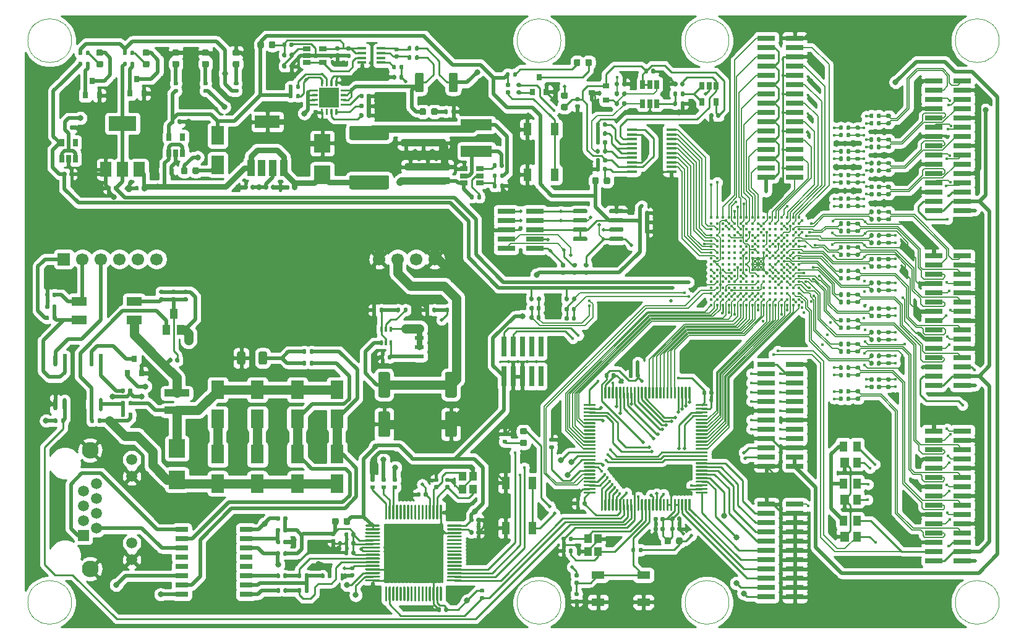
<source format=gbr>
%TF.GenerationSoftware,KiCad,Pcbnew,5.1.10-88a1d61d58~88~ubuntu20.04.1*%
%TF.CreationDate,2021-07-12T11:52:02+08:00*%
%TF.ProjectId,TestAutomation,54657374-4175-4746-9f6d-6174696f6e2e,rev?*%
%TF.SameCoordinates,Original*%
%TF.FileFunction,Copper,L1,Top*%
%TF.FilePolarity,Positive*%
%FSLAX46Y46*%
G04 Gerber Fmt 4.6, Leading zero omitted, Abs format (unit mm)*
G04 Created by KiCad (PCBNEW 5.1.10-88a1d61d58~88~ubuntu20.04.1) date 2021-07-12 11:52:02*
%MOMM*%
%LPD*%
G01*
G04 APERTURE LIST*
%TA.AperFunction,EtchedComponent*%
%ADD10C,0.120000*%
%TD*%
%TA.AperFunction,SMDPad,CuDef*%
%ADD11R,4.200000X1.500000*%
%TD*%
%TA.AperFunction,SMDPad,CuDef*%
%ADD12R,0.900000X0.800000*%
%TD*%
%TA.AperFunction,SMDPad,CuDef*%
%ADD13R,0.650000X1.220000*%
%TD*%
%TA.AperFunction,SMDPad,CuDef*%
%ADD14R,0.650000X1.060000*%
%TD*%
%TA.AperFunction,SMDPad,CuDef*%
%ADD15R,2.700000X2.700000*%
%TD*%
%TA.AperFunction,ComponentPad*%
%ADD16R,1.700000X1.700000*%
%TD*%
%TA.AperFunction,ComponentPad*%
%ADD17C,1.700000*%
%TD*%
%TA.AperFunction,SMDPad,CuDef*%
%ADD18R,2.300000X2.500000*%
%TD*%
%TA.AperFunction,SMDPad,CuDef*%
%ADD19R,2.400000X0.740000*%
%TD*%
%TA.AperFunction,SMDPad,CuDef*%
%ADD20C,0.410000*%
%TD*%
%TA.AperFunction,SMDPad,CuDef*%
%ADD21R,3.400000X0.980000*%
%TD*%
%TA.AperFunction,SMDPad,CuDef*%
%ADD22R,1.100000X1.800000*%
%TD*%
%TA.AperFunction,SMDPad,CuDef*%
%ADD23R,1.060000X0.650000*%
%TD*%
%TA.AperFunction,SMDPad,CuDef*%
%ADD24R,1.000000X2.200000*%
%TD*%
%TA.AperFunction,SMDPad,CuDef*%
%ADD25R,3.400000X1.800000*%
%TD*%
%TA.AperFunction,SMDPad,CuDef*%
%ADD26R,0.532132X1.702833*%
%TD*%
%TA.AperFunction,SMDPad,CuDef*%
%ADD27R,1.220000X0.400000*%
%TD*%
%TA.AperFunction,SMDPad,CuDef*%
%ADD28R,1.454899X0.354800*%
%TD*%
%TA.AperFunction,SMDPad,CuDef*%
%ADD29R,1.193800X0.558800*%
%TD*%
%TA.AperFunction,SMDPad,CuDef*%
%ADD30R,0.740000X2.790000*%
%TD*%
%TA.AperFunction,SMDPad,CuDef*%
%ADD31R,1.000000X1.150000*%
%TD*%
%TA.AperFunction,SMDPad,CuDef*%
%ADD32R,1.500000X2.000000*%
%TD*%
%TA.AperFunction,SMDPad,CuDef*%
%ADD33R,3.800000X2.000000*%
%TD*%
%TA.AperFunction,SMDPad,CuDef*%
%ADD34R,1.700000X0.760000*%
%TD*%
%TA.AperFunction,SMDPad,CuDef*%
%ADD35R,1.800000X1.100000*%
%TD*%
%TA.AperFunction,SMDPad,CuDef*%
%ADD36R,0.800000X0.900000*%
%TD*%
%TA.AperFunction,SMDPad,CuDef*%
%ADD37R,0.400000X0.650000*%
%TD*%
%TA.AperFunction,SMDPad,CuDef*%
%ADD38R,1.000000X1.400000*%
%TD*%
%TA.AperFunction,ComponentPad*%
%ADD39R,1.500000X1.500000*%
%TD*%
%TA.AperFunction,ComponentPad*%
%ADD40C,1.500000*%
%TD*%
%TA.AperFunction,ComponentPad*%
%ADD41C,2.300000*%
%TD*%
%TA.AperFunction,SMDPad,CuDef*%
%ADD42R,2.000000X1.200000*%
%TD*%
%TA.AperFunction,SMDPad,CuDef*%
%ADD43R,1.800000X2.500000*%
%TD*%
%TA.AperFunction,SMDPad,CuDef*%
%ADD44R,1.200000X1.400000*%
%TD*%
%TA.AperFunction,ViaPad*%
%ADD45C,0.450000*%
%TD*%
%TA.AperFunction,ViaPad*%
%ADD46C,0.800000*%
%TD*%
%TA.AperFunction,ViaPad*%
%ADD47C,0.500000*%
%TD*%
%TA.AperFunction,Conductor*%
%ADD48C,0.508000*%
%TD*%
%TA.AperFunction,Conductor*%
%ADD49C,1.270000*%
%TD*%
%TA.AperFunction,Conductor*%
%ADD50C,0.254000*%
%TD*%
%TA.AperFunction,Conductor*%
%ADD51C,0.127000*%
%TD*%
%TA.AperFunction,Conductor*%
%ADD52C,0.250000*%
%TD*%
%TA.AperFunction,Conductor*%
%ADD53C,1.016000*%
%TD*%
%TA.AperFunction,Conductor*%
%ADD54C,0.762000*%
%TD*%
%TA.AperFunction,Conductor*%
%ADD55C,0.100000*%
%TD*%
G04 APERTURE END LIST*
D10*
%TO.C,M3*%
X153000000Y-57000000D02*
G75*
G03*
X153000000Y-57000000I-3000000J0D01*
G01*
X153000000Y-134000000D02*
G75*
G03*
X153000000Y-134000000I-3000000J0D01*
G01*
X176000000Y-57000000D02*
G75*
G03*
X176000000Y-57000000I-3000000J0D01*
G01*
X176000000Y-134000000D02*
G75*
G03*
X176000000Y-134000000I-3000000J0D01*
G01*
X213000000Y-57000000D02*
G75*
G03*
X213000000Y-57000000I-3000000J0D01*
G01*
X86000000Y-57000000D02*
G75*
G03*
X86000000Y-57000000I-3000000J0D01*
G01*
X86000000Y-134000000D02*
G75*
G03*
X86000000Y-134000000I-3000000J0D01*
G01*
X213000000Y-134000000D02*
G75*
G03*
X213000000Y-134000000I-3000000J0D01*
G01*
%TD*%
D11*
%TO.P,L4,2*%
%TO.N,Net-(C47-Pad1)*%
X141420000Y-68530000D03*
%TO.P,L4,1*%
%TO.N,Net-(C44-Pad1)*%
X141420000Y-72130000D03*
%TD*%
D12*
%TO.P,D23,3*%
%TO.N,GND*%
X157190000Y-64170000D03*
%TO.P,D23,2*%
%TO.N,/HighSpeedADC/+5VA*%
X159190000Y-63220000D03*
%TO.P,D23,1*%
%TO.N,Net-(D23-Pad1)*%
X159190000Y-65120000D03*
%TD*%
%TO.P,F2,2*%
%TO.N,+3V3MP*%
%TA.AperFunction,SMDPad,CuDef*%
G36*
G01*
X101860000Y-74573750D02*
X101860000Y-75086250D01*
G75*
G02*
X101641250Y-75305000I-218750J0D01*
G01*
X101203750Y-75305000D01*
G75*
G02*
X100985000Y-75086250I0J218750D01*
G01*
X100985000Y-74573750D01*
G75*
G02*
X101203750Y-74355000I218750J0D01*
G01*
X101641250Y-74355000D01*
G75*
G02*
X101860000Y-74573750I0J-218750D01*
G01*
G37*
%TD.AperFunction*%
%TO.P,F2,1*%
%TO.N,Net-(D5-Pad1)*%
%TA.AperFunction,SMDPad,CuDef*%
G36*
G01*
X103435000Y-74573750D02*
X103435000Y-75086250D01*
G75*
G02*
X103216250Y-75305000I-218750J0D01*
G01*
X102778750Y-75305000D01*
G75*
G02*
X102560000Y-75086250I0J218750D01*
G01*
X102560000Y-74573750D01*
G75*
G02*
X102778750Y-74355000I218750J0D01*
G01*
X103216250Y-74355000D01*
G75*
G02*
X103435000Y-74573750I0J-218750D01*
G01*
G37*
%TD.AperFunction*%
%TD*%
%TO.P,C98,2*%
%TO.N,GND*%
%TA.AperFunction,SMDPad,CuDef*%
G36*
G01*
X122240000Y-58750000D02*
X122580000Y-58750000D01*
G75*
G02*
X122720000Y-58890000I0J-140000D01*
G01*
X122720000Y-59170000D01*
G75*
G02*
X122580000Y-59310000I-140000J0D01*
G01*
X122240000Y-59310000D01*
G75*
G02*
X122100000Y-59170000I0J140000D01*
G01*
X122100000Y-58890000D01*
G75*
G02*
X122240000Y-58750000I140000J0D01*
G01*
G37*
%TD.AperFunction*%
%TO.P,C98,1*%
%TO.N,/CurrentSenser/+3V3A*%
%TA.AperFunction,SMDPad,CuDef*%
G36*
G01*
X122240000Y-57790000D02*
X122580000Y-57790000D01*
G75*
G02*
X122720000Y-57930000I0J-140000D01*
G01*
X122720000Y-58210000D01*
G75*
G02*
X122580000Y-58350000I-140000J0D01*
G01*
X122240000Y-58350000D01*
G75*
G02*
X122100000Y-58210000I0J140000D01*
G01*
X122100000Y-57930000D01*
G75*
G02*
X122240000Y-57790000I140000J0D01*
G01*
G37*
%TD.AperFunction*%
%TD*%
%TO.P,C97,2*%
%TO.N,GND*%
%TA.AperFunction,SMDPad,CuDef*%
G36*
G01*
X173860000Y-67100000D02*
X173860000Y-67440000D01*
G75*
G02*
X173720000Y-67580000I-140000J0D01*
G01*
X173440000Y-67580000D01*
G75*
G02*
X173300000Y-67440000I0J140000D01*
G01*
X173300000Y-67100000D01*
G75*
G02*
X173440000Y-66960000I140000J0D01*
G01*
X173720000Y-66960000D01*
G75*
G02*
X173860000Y-67100000I0J-140000D01*
G01*
G37*
%TD.AperFunction*%
%TO.P,C97,1*%
%TO.N,/HighSpeedADC/+5VA*%
%TA.AperFunction,SMDPad,CuDef*%
G36*
G01*
X174820000Y-67100000D02*
X174820000Y-67440000D01*
G75*
G02*
X174680000Y-67580000I-140000J0D01*
G01*
X174400000Y-67580000D01*
G75*
G02*
X174260000Y-67440000I0J140000D01*
G01*
X174260000Y-67100000D01*
G75*
G02*
X174400000Y-66960000I140000J0D01*
G01*
X174680000Y-66960000D01*
G75*
G02*
X174820000Y-67100000I0J-140000D01*
G01*
G37*
%TD.AperFunction*%
%TD*%
D13*
%TO.P,U2,6*%
%TO.N,/HighSpeedADC/+5VA*%
X164190000Y-63000000D03*
%TO.P,U2,5*%
X165140000Y-63000000D03*
%TO.P,U2,4*%
%TO.N,Net-(D23-Pad1)*%
X166090000Y-63000000D03*
%TO.P,U2,3*%
%TO.N,Net-(R2-Pad1)*%
X166090000Y-65620000D03*
%TO.P,U2,2*%
%TO.N,GND*%
X165140000Y-65620000D03*
%TO.P,U2,1*%
%TO.N,Net-(R5-Pad2)*%
X164190000Y-65620000D03*
%TD*%
D14*
%TO.P,U1,5*%
%TO.N,/HighSpeedADC/+5VA*%
X174230000Y-65380000D03*
%TO.P,U1,4*%
%TO.N,Net-(R3-Pad1)*%
X172330000Y-65380000D03*
%TO.P,U1,3*%
X172330000Y-63180000D03*
%TO.P,U1,2*%
%TO.N,GND*%
X173280000Y-63180000D03*
%TO.P,U1,1*%
%TO.N,Net-(C2-Pad1)*%
X174230000Y-63180000D03*
%TD*%
%TO.P,C1,2*%
%TO.N,GND*%
%TA.AperFunction,SMDPad,CuDef*%
G36*
G01*
X165340000Y-61330000D02*
X165340000Y-60990000D01*
G75*
G02*
X165480000Y-60850000I140000J0D01*
G01*
X165760000Y-60850000D01*
G75*
G02*
X165900000Y-60990000I0J-140000D01*
G01*
X165900000Y-61330000D01*
G75*
G02*
X165760000Y-61470000I-140000J0D01*
G01*
X165480000Y-61470000D01*
G75*
G02*
X165340000Y-61330000I0J140000D01*
G01*
G37*
%TD.AperFunction*%
%TO.P,C1,1*%
%TO.N,/HighSpeedADC/+5VA*%
%TA.AperFunction,SMDPad,CuDef*%
G36*
G01*
X164380000Y-61330000D02*
X164380000Y-60990000D01*
G75*
G02*
X164520000Y-60850000I140000J0D01*
G01*
X164800000Y-60850000D01*
G75*
G02*
X164940000Y-60990000I0J-140000D01*
G01*
X164940000Y-61330000D01*
G75*
G02*
X164800000Y-61470000I-140000J0D01*
G01*
X164520000Y-61470000D01*
G75*
G02*
X164380000Y-61330000I0J140000D01*
G01*
G37*
%TD.AperFunction*%
%TD*%
%TO.P,R129,2*%
%TO.N,+3V3*%
%TA.AperFunction,SMDPad,CuDef*%
G36*
G01*
X116240000Y-64425000D02*
X116240000Y-64795000D01*
G75*
G02*
X116105000Y-64930000I-135000J0D01*
G01*
X115835000Y-64930000D01*
G75*
G02*
X115700000Y-64795000I0J135000D01*
G01*
X115700000Y-64425000D01*
G75*
G02*
X115835000Y-64290000I135000J0D01*
G01*
X116105000Y-64290000D01*
G75*
G02*
X116240000Y-64425000I0J-135000D01*
G01*
G37*
%TD.AperFunction*%
%TO.P,R129,1*%
%TO.N,/CurrentSenser/12V_SW*%
%TA.AperFunction,SMDPad,CuDef*%
G36*
G01*
X117260000Y-64425000D02*
X117260000Y-64795000D01*
G75*
G02*
X117125000Y-64930000I-135000J0D01*
G01*
X116855000Y-64930000D01*
G75*
G02*
X116720000Y-64795000I0J135000D01*
G01*
X116720000Y-64425000D01*
G75*
G02*
X116855000Y-64290000I135000J0D01*
G01*
X117125000Y-64290000D01*
G75*
G02*
X117260000Y-64425000I0J-135000D01*
G01*
G37*
%TD.AperFunction*%
%TD*%
%TO.P,R128,2*%
%TO.N,/CurrentSenser/12V_OUT_FAULT*%
%TA.AperFunction,SMDPad,CuDef*%
G36*
G01*
X116720000Y-63505000D02*
X116720000Y-63135000D01*
G75*
G02*
X116855000Y-63000000I135000J0D01*
G01*
X117125000Y-63000000D01*
G75*
G02*
X117260000Y-63135000I0J-135000D01*
G01*
X117260000Y-63505000D01*
G75*
G02*
X117125000Y-63640000I-135000J0D01*
G01*
X116855000Y-63640000D01*
G75*
G02*
X116720000Y-63505000I0J135000D01*
G01*
G37*
%TD.AperFunction*%
%TO.P,R128,1*%
%TO.N,+3V3*%
%TA.AperFunction,SMDPad,CuDef*%
G36*
G01*
X115700000Y-63505000D02*
X115700000Y-63135000D01*
G75*
G02*
X115835000Y-63000000I135000J0D01*
G01*
X116105000Y-63000000D01*
G75*
G02*
X116240000Y-63135000I0J-135000D01*
G01*
X116240000Y-63505000D01*
G75*
G02*
X116105000Y-63640000I-135000J0D01*
G01*
X115835000Y-63640000D01*
G75*
G02*
X115700000Y-63505000I0J135000D01*
G01*
G37*
%TD.AperFunction*%
%TD*%
D15*
%TO.P,U16,17*%
%TO.N,GND*%
X121255000Y-64792500D03*
%TO.P,U16,16*%
%TO.N,/CurrentSenser/12V_SW*%
%TA.AperFunction,SMDPad,CuDef*%
G36*
G01*
X120130000Y-63167500D02*
X120130000Y-62492500D01*
G75*
G02*
X120205000Y-62417500I75000J0D01*
G01*
X120355000Y-62417500D01*
G75*
G02*
X120430000Y-62492500I0J-75000D01*
G01*
X120430000Y-63167500D01*
G75*
G02*
X120355000Y-63242500I-75000J0D01*
G01*
X120205000Y-63242500D01*
G75*
G02*
X120130000Y-63167500I0J75000D01*
G01*
G37*
%TD.AperFunction*%
%TO.P,U16,15*%
%TO.N,/CurrentSenser/12V_OUT_FAULT*%
%TA.AperFunction,SMDPad,CuDef*%
G36*
G01*
X120780000Y-63167500D02*
X120780000Y-62492500D01*
G75*
G02*
X120855000Y-62417500I75000J0D01*
G01*
X121005000Y-62417500D01*
G75*
G02*
X121080000Y-62492500I0J-75000D01*
G01*
X121080000Y-63167500D01*
G75*
G02*
X121005000Y-63242500I-75000J0D01*
G01*
X120855000Y-63242500D01*
G75*
G02*
X120780000Y-63167500I0J75000D01*
G01*
G37*
%TD.AperFunction*%
%TO.P,U16,14*%
%TO.N,GND*%
%TA.AperFunction,SMDPad,CuDef*%
G36*
G01*
X121430000Y-63167500D02*
X121430000Y-62492500D01*
G75*
G02*
X121505000Y-62417500I75000J0D01*
G01*
X121655000Y-62417500D01*
G75*
G02*
X121730000Y-62492500I0J-75000D01*
G01*
X121730000Y-63167500D01*
G75*
G02*
X121655000Y-63242500I-75000J0D01*
G01*
X121505000Y-63242500D01*
G75*
G02*
X121430000Y-63167500I0J75000D01*
G01*
G37*
%TD.AperFunction*%
%TO.P,U16,13*%
%TA.AperFunction,SMDPad,CuDef*%
G36*
G01*
X122080000Y-63167500D02*
X122080000Y-62492500D01*
G75*
G02*
X122155000Y-62417500I75000J0D01*
G01*
X122305000Y-62417500D01*
G75*
G02*
X122380000Y-62492500I0J-75000D01*
G01*
X122380000Y-63167500D01*
G75*
G02*
X122305000Y-63242500I-75000J0D01*
G01*
X122155000Y-63242500D01*
G75*
G02*
X122080000Y-63167500I0J75000D01*
G01*
G37*
%TD.AperFunction*%
%TO.P,U16,12*%
%TO.N,Net-(D22-Pad2)*%
%TA.AperFunction,SMDPad,CuDef*%
G36*
G01*
X122805000Y-63892500D02*
X122805000Y-63742500D01*
G75*
G02*
X122880000Y-63667500I75000J0D01*
G01*
X123555000Y-63667500D01*
G75*
G02*
X123630000Y-63742500I0J-75000D01*
G01*
X123630000Y-63892500D01*
G75*
G02*
X123555000Y-63967500I-75000J0D01*
G01*
X122880000Y-63967500D01*
G75*
G02*
X122805000Y-63892500I0J75000D01*
G01*
G37*
%TD.AperFunction*%
%TO.P,U16,11*%
%TA.AperFunction,SMDPad,CuDef*%
G36*
G01*
X122805000Y-64542500D02*
X122805000Y-64392500D01*
G75*
G02*
X122880000Y-64317500I75000J0D01*
G01*
X123555000Y-64317500D01*
G75*
G02*
X123630000Y-64392500I0J-75000D01*
G01*
X123630000Y-64542500D01*
G75*
G02*
X123555000Y-64617500I-75000J0D01*
G01*
X122880000Y-64617500D01*
G75*
G02*
X122805000Y-64542500I0J75000D01*
G01*
G37*
%TD.AperFunction*%
%TO.P,U16,10*%
%TA.AperFunction,SMDPad,CuDef*%
G36*
G01*
X122805000Y-65192500D02*
X122805000Y-65042500D01*
G75*
G02*
X122880000Y-64967500I75000J0D01*
G01*
X123555000Y-64967500D01*
G75*
G02*
X123630000Y-65042500I0J-75000D01*
G01*
X123630000Y-65192500D01*
G75*
G02*
X123555000Y-65267500I-75000J0D01*
G01*
X122880000Y-65267500D01*
G75*
G02*
X122805000Y-65192500I0J75000D01*
G01*
G37*
%TD.AperFunction*%
%TO.P,U16,9*%
%TO.N,Net-(C89-Pad1)*%
%TA.AperFunction,SMDPad,CuDef*%
G36*
G01*
X122805000Y-65842500D02*
X122805000Y-65692500D01*
G75*
G02*
X122880000Y-65617500I75000J0D01*
G01*
X123555000Y-65617500D01*
G75*
G02*
X123630000Y-65692500I0J-75000D01*
G01*
X123630000Y-65842500D01*
G75*
G02*
X123555000Y-65917500I-75000J0D01*
G01*
X122880000Y-65917500D01*
G75*
G02*
X122805000Y-65842500I0J75000D01*
G01*
G37*
%TD.AperFunction*%
%TO.P,U16,8*%
%TO.N,Net-(R127-Pad1)*%
%TA.AperFunction,SMDPad,CuDef*%
G36*
G01*
X122080000Y-67092500D02*
X122080000Y-66417500D01*
G75*
G02*
X122155000Y-66342500I75000J0D01*
G01*
X122305000Y-66342500D01*
G75*
G02*
X122380000Y-66417500I0J-75000D01*
G01*
X122380000Y-67092500D01*
G75*
G02*
X122305000Y-67167500I-75000J0D01*
G01*
X122155000Y-67167500D01*
G75*
G02*
X122080000Y-67092500I0J75000D01*
G01*
G37*
%TD.AperFunction*%
%TO.P,U16,7*%
%TO.N,Net-(R126-Pad1)*%
%TA.AperFunction,SMDPad,CuDef*%
G36*
G01*
X121430000Y-67092500D02*
X121430000Y-66417500D01*
G75*
G02*
X121505000Y-66342500I75000J0D01*
G01*
X121655000Y-66342500D01*
G75*
G02*
X121730000Y-66417500I0J-75000D01*
G01*
X121730000Y-67092500D01*
G75*
G02*
X121655000Y-67167500I-75000J0D01*
G01*
X121505000Y-67167500D01*
G75*
G02*
X121430000Y-67092500I0J75000D01*
G01*
G37*
%TD.AperFunction*%
%TO.P,U16,6*%
%TO.N,N/C*%
%TA.AperFunction,SMDPad,CuDef*%
G36*
G01*
X120780000Y-67092500D02*
X120780000Y-66417500D01*
G75*
G02*
X120855000Y-66342500I75000J0D01*
G01*
X121005000Y-66342500D01*
G75*
G02*
X121080000Y-66417500I0J-75000D01*
G01*
X121080000Y-67092500D01*
G75*
G02*
X121005000Y-67167500I-75000J0D01*
G01*
X120855000Y-67167500D01*
G75*
G02*
X120780000Y-67092500I0J75000D01*
G01*
G37*
%TD.AperFunction*%
%TO.P,U16,5*%
%TO.N,GND*%
%TA.AperFunction,SMDPad,CuDef*%
G36*
G01*
X120130000Y-67092500D02*
X120130000Y-66417500D01*
G75*
G02*
X120205000Y-66342500I75000J0D01*
G01*
X120355000Y-66342500D01*
G75*
G02*
X120430000Y-66417500I0J-75000D01*
G01*
X120430000Y-67092500D01*
G75*
G02*
X120355000Y-67167500I-75000J0D01*
G01*
X120205000Y-67167500D01*
G75*
G02*
X120130000Y-67092500I0J75000D01*
G01*
G37*
%TD.AperFunction*%
%TO.P,U16,4*%
%TO.N,+12V*%
%TA.AperFunction,SMDPad,CuDef*%
G36*
G01*
X118880000Y-65842500D02*
X118880000Y-65692500D01*
G75*
G02*
X118955000Y-65617500I75000J0D01*
G01*
X119630000Y-65617500D01*
G75*
G02*
X119705000Y-65692500I0J-75000D01*
G01*
X119705000Y-65842500D01*
G75*
G02*
X119630000Y-65917500I-75000J0D01*
G01*
X118955000Y-65917500D01*
G75*
G02*
X118880000Y-65842500I0J75000D01*
G01*
G37*
%TD.AperFunction*%
%TO.P,U16,3*%
%TA.AperFunction,SMDPad,CuDef*%
G36*
G01*
X118880000Y-65192500D02*
X118880000Y-65042500D01*
G75*
G02*
X118955000Y-64967500I75000J0D01*
G01*
X119630000Y-64967500D01*
G75*
G02*
X119705000Y-65042500I0J-75000D01*
G01*
X119705000Y-65192500D01*
G75*
G02*
X119630000Y-65267500I-75000J0D01*
G01*
X118955000Y-65267500D01*
G75*
G02*
X118880000Y-65192500I0J75000D01*
G01*
G37*
%TD.AperFunction*%
%TO.P,U16,2*%
%TA.AperFunction,SMDPad,CuDef*%
G36*
G01*
X118880000Y-64542500D02*
X118880000Y-64392500D01*
G75*
G02*
X118955000Y-64317500I75000J0D01*
G01*
X119630000Y-64317500D01*
G75*
G02*
X119705000Y-64392500I0J-75000D01*
G01*
X119705000Y-64542500D01*
G75*
G02*
X119630000Y-64617500I-75000J0D01*
G01*
X118955000Y-64617500D01*
G75*
G02*
X118880000Y-64542500I0J75000D01*
G01*
G37*
%TD.AperFunction*%
%TO.P,U16,1*%
%TA.AperFunction,SMDPad,CuDef*%
G36*
G01*
X118880000Y-63892500D02*
X118880000Y-63742500D01*
G75*
G02*
X118955000Y-63667500I75000J0D01*
G01*
X119630000Y-63667500D01*
G75*
G02*
X119705000Y-63742500I0J-75000D01*
G01*
X119705000Y-63892500D01*
G75*
G02*
X119630000Y-63967500I-75000J0D01*
G01*
X118955000Y-63967500D01*
G75*
G02*
X118880000Y-63892500I0J75000D01*
G01*
G37*
%TD.AperFunction*%
%TD*%
%TO.P,R127,2*%
%TO.N,GND*%
%TA.AperFunction,SMDPad,CuDef*%
G36*
G01*
X126420000Y-66135000D02*
X126420000Y-65765000D01*
G75*
G02*
X126555000Y-65630000I135000J0D01*
G01*
X126825000Y-65630000D01*
G75*
G02*
X126960000Y-65765000I0J-135000D01*
G01*
X126960000Y-66135000D01*
G75*
G02*
X126825000Y-66270000I-135000J0D01*
G01*
X126555000Y-66270000D01*
G75*
G02*
X126420000Y-66135000I0J135000D01*
G01*
G37*
%TD.AperFunction*%
%TO.P,R127,1*%
%TO.N,Net-(R127-Pad1)*%
%TA.AperFunction,SMDPad,CuDef*%
G36*
G01*
X125400000Y-66135000D02*
X125400000Y-65765000D01*
G75*
G02*
X125535000Y-65630000I135000J0D01*
G01*
X125805000Y-65630000D01*
G75*
G02*
X125940000Y-65765000I0J-135000D01*
G01*
X125940000Y-66135000D01*
G75*
G02*
X125805000Y-66270000I-135000J0D01*
G01*
X125535000Y-66270000D01*
G75*
G02*
X125400000Y-66135000I0J135000D01*
G01*
G37*
%TD.AperFunction*%
%TD*%
%TO.P,R126,2*%
%TO.N,GND*%
%TA.AperFunction,SMDPad,CuDef*%
G36*
G01*
X126420000Y-67445000D02*
X126420000Y-67075000D01*
G75*
G02*
X126555000Y-66940000I135000J0D01*
G01*
X126825000Y-66940000D01*
G75*
G02*
X126960000Y-67075000I0J-135000D01*
G01*
X126960000Y-67445000D01*
G75*
G02*
X126825000Y-67580000I-135000J0D01*
G01*
X126555000Y-67580000D01*
G75*
G02*
X126420000Y-67445000I0J135000D01*
G01*
G37*
%TD.AperFunction*%
%TO.P,R126,1*%
%TO.N,Net-(R126-Pad1)*%
%TA.AperFunction,SMDPad,CuDef*%
G36*
G01*
X125400000Y-67445000D02*
X125400000Y-67075000D01*
G75*
G02*
X125535000Y-66940000I135000J0D01*
G01*
X125805000Y-66940000D01*
G75*
G02*
X125940000Y-67075000I0J-135000D01*
G01*
X125940000Y-67445000D01*
G75*
G02*
X125805000Y-67580000I-135000J0D01*
G01*
X125535000Y-67580000D01*
G75*
G02*
X125400000Y-67445000I0J135000D01*
G01*
G37*
%TD.AperFunction*%
%TD*%
%TO.P,C89,2*%
%TO.N,GND*%
%TA.AperFunction,SMDPad,CuDef*%
G36*
G01*
X126380000Y-64750000D02*
X126380000Y-64410000D01*
G75*
G02*
X126520000Y-64270000I140000J0D01*
G01*
X126800000Y-64270000D01*
G75*
G02*
X126940000Y-64410000I0J-140000D01*
G01*
X126940000Y-64750000D01*
G75*
G02*
X126800000Y-64890000I-140000J0D01*
G01*
X126520000Y-64890000D01*
G75*
G02*
X126380000Y-64750000I0J140000D01*
G01*
G37*
%TD.AperFunction*%
%TO.P,C89,1*%
%TO.N,Net-(C89-Pad1)*%
%TA.AperFunction,SMDPad,CuDef*%
G36*
G01*
X125420000Y-64750000D02*
X125420000Y-64410000D01*
G75*
G02*
X125560000Y-64270000I140000J0D01*
G01*
X125840000Y-64270000D01*
G75*
G02*
X125980000Y-64410000I0J-140000D01*
G01*
X125980000Y-64750000D01*
G75*
G02*
X125840000Y-64890000I-140000J0D01*
G01*
X125560000Y-64890000D01*
G75*
G02*
X125420000Y-64750000I0J140000D01*
G01*
G37*
%TD.AperFunction*%
%TD*%
%TO.P,C61,2*%
%TO.N,GND*%
%TA.AperFunction,SMDPad,CuDef*%
G36*
G01*
X136600000Y-134830000D02*
X136600000Y-135170000D01*
G75*
G02*
X136460000Y-135310000I-140000J0D01*
G01*
X136180000Y-135310000D01*
G75*
G02*
X136040000Y-135170000I0J140000D01*
G01*
X136040000Y-134830000D01*
G75*
G02*
X136180000Y-134690000I140000J0D01*
G01*
X136460000Y-134690000D01*
G75*
G02*
X136600000Y-134830000I0J-140000D01*
G01*
G37*
%TD.AperFunction*%
%TO.P,C61,1*%
%TO.N,+3V3*%
%TA.AperFunction,SMDPad,CuDef*%
G36*
G01*
X137560000Y-134830000D02*
X137560000Y-135170000D01*
G75*
G02*
X137420000Y-135310000I-140000J0D01*
G01*
X137140000Y-135310000D01*
G75*
G02*
X137000000Y-135170000I0J140000D01*
G01*
X137000000Y-134830000D01*
G75*
G02*
X137140000Y-134690000I140000J0D01*
G01*
X137420000Y-134690000D01*
G75*
G02*
X137560000Y-134830000I0J-140000D01*
G01*
G37*
%TD.AperFunction*%
%TD*%
%TO.P,C69,2*%
%TO.N,GND*%
%TA.AperFunction,SMDPad,CuDef*%
G36*
G01*
X121630000Y-125300000D02*
X121970000Y-125300000D01*
G75*
G02*
X122110000Y-125440000I0J-140000D01*
G01*
X122110000Y-125720000D01*
G75*
G02*
X121970000Y-125860000I-140000J0D01*
G01*
X121630000Y-125860000D01*
G75*
G02*
X121490000Y-125720000I0J140000D01*
G01*
X121490000Y-125440000D01*
G75*
G02*
X121630000Y-125300000I140000J0D01*
G01*
G37*
%TD.AperFunction*%
%TO.P,C69,1*%
%TO.N,/Ethernet/+3V3A*%
%TA.AperFunction,SMDPad,CuDef*%
G36*
G01*
X121630000Y-124340000D02*
X121970000Y-124340000D01*
G75*
G02*
X122110000Y-124480000I0J-140000D01*
G01*
X122110000Y-124760000D01*
G75*
G02*
X121970000Y-124900000I-140000J0D01*
G01*
X121630000Y-124900000D01*
G75*
G02*
X121490000Y-124760000I0J140000D01*
G01*
X121490000Y-124480000D01*
G75*
G02*
X121630000Y-124340000I140000J0D01*
G01*
G37*
%TD.AperFunction*%
%TD*%
%TO.P,C68,2*%
%TO.N,GND*%
%TA.AperFunction,SMDPad,CuDef*%
G36*
G01*
X123900000Y-125730000D02*
X123900000Y-126070000D01*
G75*
G02*
X123760000Y-126210000I-140000J0D01*
G01*
X123480000Y-126210000D01*
G75*
G02*
X123340000Y-126070000I0J140000D01*
G01*
X123340000Y-125730000D01*
G75*
G02*
X123480000Y-125590000I140000J0D01*
G01*
X123760000Y-125590000D01*
G75*
G02*
X123900000Y-125730000I0J-140000D01*
G01*
G37*
%TD.AperFunction*%
%TO.P,C68,1*%
%TO.N,/Ethernet/+3V3A*%
%TA.AperFunction,SMDPad,CuDef*%
G36*
G01*
X124860000Y-125730000D02*
X124860000Y-126070000D01*
G75*
G02*
X124720000Y-126210000I-140000J0D01*
G01*
X124440000Y-126210000D01*
G75*
G02*
X124300000Y-126070000I0J140000D01*
G01*
X124300000Y-125730000D01*
G75*
G02*
X124440000Y-125590000I140000J0D01*
G01*
X124720000Y-125590000D01*
G75*
G02*
X124860000Y-125730000I0J-140000D01*
G01*
G37*
%TD.AperFunction*%
%TD*%
%TO.P,C66,2*%
%TO.N,GND*%
%TA.AperFunction,SMDPad,CuDef*%
G36*
G01*
X124230000Y-130000000D02*
X124570000Y-130000000D01*
G75*
G02*
X124710000Y-130140000I0J-140000D01*
G01*
X124710000Y-130420000D01*
G75*
G02*
X124570000Y-130560000I-140000J0D01*
G01*
X124230000Y-130560000D01*
G75*
G02*
X124090000Y-130420000I0J140000D01*
G01*
X124090000Y-130140000D01*
G75*
G02*
X124230000Y-130000000I140000J0D01*
G01*
G37*
%TD.AperFunction*%
%TO.P,C66,1*%
%TO.N,/Ethernet/+3V3A*%
%TA.AperFunction,SMDPad,CuDef*%
G36*
G01*
X124230000Y-129040000D02*
X124570000Y-129040000D01*
G75*
G02*
X124710000Y-129180000I0J-140000D01*
G01*
X124710000Y-129460000D01*
G75*
G02*
X124570000Y-129600000I-140000J0D01*
G01*
X124230000Y-129600000D01*
G75*
G02*
X124090000Y-129460000I0J140000D01*
G01*
X124090000Y-129180000D01*
G75*
G02*
X124230000Y-129040000I140000J0D01*
G01*
G37*
%TD.AperFunction*%
%TD*%
%TO.P,C65,2*%
%TO.N,GND*%
%TA.AperFunction,SMDPad,CuDef*%
G36*
G01*
X123900000Y-124530000D02*
X123900000Y-124870000D01*
G75*
G02*
X123760000Y-125010000I-140000J0D01*
G01*
X123480000Y-125010000D01*
G75*
G02*
X123340000Y-124870000I0J140000D01*
G01*
X123340000Y-124530000D01*
G75*
G02*
X123480000Y-124390000I140000J0D01*
G01*
X123760000Y-124390000D01*
G75*
G02*
X123900000Y-124530000I0J-140000D01*
G01*
G37*
%TD.AperFunction*%
%TO.P,C65,1*%
%TO.N,/Ethernet/+3V3A*%
%TA.AperFunction,SMDPad,CuDef*%
G36*
G01*
X124860000Y-124530000D02*
X124860000Y-124870000D01*
G75*
G02*
X124720000Y-125010000I-140000J0D01*
G01*
X124440000Y-125010000D01*
G75*
G02*
X124300000Y-124870000I0J140000D01*
G01*
X124300000Y-124530000D01*
G75*
G02*
X124440000Y-124390000I140000J0D01*
G01*
X124720000Y-124390000D01*
G75*
G02*
X124860000Y-124530000I0J-140000D01*
G01*
G37*
%TD.AperFunction*%
%TD*%
%TO.P,C64,2*%
%TO.N,GND*%
%TA.AperFunction,SMDPad,CuDef*%
G36*
G01*
X133800000Y-119030000D02*
X133800000Y-119370000D01*
G75*
G02*
X133660000Y-119510000I-140000J0D01*
G01*
X133380000Y-119510000D01*
G75*
G02*
X133240000Y-119370000I0J140000D01*
G01*
X133240000Y-119030000D01*
G75*
G02*
X133380000Y-118890000I140000J0D01*
G01*
X133660000Y-118890000D01*
G75*
G02*
X133800000Y-119030000I0J-140000D01*
G01*
G37*
%TD.AperFunction*%
%TO.P,C64,1*%
%TO.N,/Ethernet/+3V3A*%
%TA.AperFunction,SMDPad,CuDef*%
G36*
G01*
X134760000Y-119030000D02*
X134760000Y-119370000D01*
G75*
G02*
X134620000Y-119510000I-140000J0D01*
G01*
X134340000Y-119510000D01*
G75*
G02*
X134200000Y-119370000I0J140000D01*
G01*
X134200000Y-119030000D01*
G75*
G02*
X134340000Y-118890000I140000J0D01*
G01*
X134620000Y-118890000D01*
G75*
G02*
X134760000Y-119030000I0J-140000D01*
G01*
G37*
%TD.AperFunction*%
%TD*%
%TO.P,C62,2*%
%TO.N,GND*%
%TA.AperFunction,SMDPad,CuDef*%
G36*
G01*
X141420000Y-122870000D02*
X141420000Y-122530000D01*
G75*
G02*
X141560000Y-122390000I140000J0D01*
G01*
X141840000Y-122390000D01*
G75*
G02*
X141980000Y-122530000I0J-140000D01*
G01*
X141980000Y-122870000D01*
G75*
G02*
X141840000Y-123010000I-140000J0D01*
G01*
X141560000Y-123010000D01*
G75*
G02*
X141420000Y-122870000I0J140000D01*
G01*
G37*
%TD.AperFunction*%
%TO.P,C62,1*%
%TO.N,+3V3*%
%TA.AperFunction,SMDPad,CuDef*%
G36*
G01*
X140460000Y-122870000D02*
X140460000Y-122530000D01*
G75*
G02*
X140600000Y-122390000I140000J0D01*
G01*
X140880000Y-122390000D01*
G75*
G02*
X141020000Y-122530000I0J-140000D01*
G01*
X141020000Y-122870000D01*
G75*
G02*
X140880000Y-123010000I-140000J0D01*
G01*
X140600000Y-123010000D01*
G75*
G02*
X140460000Y-122870000I0J140000D01*
G01*
G37*
%TD.AperFunction*%
%TD*%
D14*
%TO.P,U6,1*%
%TO.N,+6V*%
X99296000Y-72404000D03*
%TO.P,U6,2*%
%TO.N,GND*%
X100246000Y-72404000D03*
%TO.P,U6,3*%
%TO.N,+6V*%
X101196000Y-72404000D03*
%TO.P,U6,4*%
%TO.N,N/C*%
X101196000Y-70204000D03*
%TO.P,U6,5*%
%TO.N,+3V3*%
X99296000Y-70204000D03*
%TD*%
D16*
%TO.P,U12,1*%
%TO.N,Net-(R98-Pad2)*%
X84918000Y-86946000D03*
D17*
%TO.P,U12,2*%
%TO.N,Net-(C51-Pad1)*%
X87458000Y-86946000D03*
%TO.P,U12,3*%
%TO.N,Net-(U10-Pad2)*%
X89998000Y-86946000D03*
%TO.P,U12,4*%
%TO.N,N/C*%
X92538000Y-86946000D03*
%TO.P,U12,5*%
X95078000Y-86946000D03*
%TO.P,U12,7*%
%TO.N,GND*%
X128098000Y-86946000D03*
%TO.P,U12,8*%
%TO.N,Net-(C57-Pad1)*%
X130638000Y-86946000D03*
%TO.P,U12,9*%
%TO.N,N/C*%
X133178000Y-86946000D03*
%TO.P,U12,10*%
%TO.N,GND*%
X135718000Y-86946000D03*
%TO.P,U12,6*%
%TO.N,N/C*%
X97618000Y-86946000D03*
%TD*%
%TO.P,C78,2*%
%TO.N,GND*%
%TA.AperFunction,SMDPad,CuDef*%
G36*
G01*
X155560000Y-120260000D02*
X155560000Y-120600000D01*
G75*
G02*
X155420000Y-120740000I-140000J0D01*
G01*
X155140000Y-120740000D01*
G75*
G02*
X155000000Y-120600000I0J140000D01*
G01*
X155000000Y-120260000D01*
G75*
G02*
X155140000Y-120120000I140000J0D01*
G01*
X155420000Y-120120000D01*
G75*
G02*
X155560000Y-120260000I0J-140000D01*
G01*
G37*
%TD.AperFunction*%
%TO.P,C78,1*%
%TO.N,+3V3*%
%TA.AperFunction,SMDPad,CuDef*%
G36*
G01*
X156520000Y-120260000D02*
X156520000Y-120600000D01*
G75*
G02*
X156380000Y-120740000I-140000J0D01*
G01*
X156100000Y-120740000D01*
G75*
G02*
X155960000Y-120600000I0J140000D01*
G01*
X155960000Y-120260000D01*
G75*
G02*
X156100000Y-120120000I140000J0D01*
G01*
X156380000Y-120120000D01*
G75*
G02*
X156520000Y-120260000I0J-140000D01*
G01*
G37*
%TD.AperFunction*%
%TD*%
%TO.P,U15,1*%
%TO.N,/FSMC_A7*%
%TA.AperFunction,SMDPad,CuDef*%
G36*
G01*
X158673000Y-121419000D02*
X158523000Y-121419000D01*
G75*
G02*
X158448000Y-121344000I0J75000D01*
G01*
X158448000Y-119894000D01*
G75*
G02*
X158523000Y-119819000I75000J0D01*
G01*
X158673000Y-119819000D01*
G75*
G02*
X158748000Y-119894000I0J-75000D01*
G01*
X158748000Y-121344000D01*
G75*
G02*
X158673000Y-121419000I-75000J0D01*
G01*
G37*
%TD.AperFunction*%
%TO.P,U15,2*%
%TO.N,/FSMC_A3*%
%TA.AperFunction,SMDPad,CuDef*%
G36*
G01*
X159173000Y-121419000D02*
X159023000Y-121419000D01*
G75*
G02*
X158948000Y-121344000I0J75000D01*
G01*
X158948000Y-119894000D01*
G75*
G02*
X159023000Y-119819000I75000J0D01*
G01*
X159173000Y-119819000D01*
G75*
G02*
X159248000Y-119894000I0J-75000D01*
G01*
X159248000Y-121344000D01*
G75*
G02*
X159173000Y-121419000I-75000J0D01*
G01*
G37*
%TD.AperFunction*%
%TO.P,U15,3*%
%TO.N,/FSMC_A4*%
%TA.AperFunction,SMDPad,CuDef*%
G36*
G01*
X159673000Y-121419000D02*
X159523000Y-121419000D01*
G75*
G02*
X159448000Y-121344000I0J75000D01*
G01*
X159448000Y-119894000D01*
G75*
G02*
X159523000Y-119819000I75000J0D01*
G01*
X159673000Y-119819000D01*
G75*
G02*
X159748000Y-119894000I0J-75000D01*
G01*
X159748000Y-121344000D01*
G75*
G02*
X159673000Y-121419000I-75000J0D01*
G01*
G37*
%TD.AperFunction*%
%TO.P,U15,4*%
%TO.N,/FSMC_A5*%
%TA.AperFunction,SMDPad,CuDef*%
G36*
G01*
X160173000Y-121419000D02*
X160023000Y-121419000D01*
G75*
G02*
X159948000Y-121344000I0J75000D01*
G01*
X159948000Y-119894000D01*
G75*
G02*
X160023000Y-119819000I75000J0D01*
G01*
X160173000Y-119819000D01*
G75*
G02*
X160248000Y-119894000I0J-75000D01*
G01*
X160248000Y-121344000D01*
G75*
G02*
X160173000Y-121419000I-75000J0D01*
G01*
G37*
%TD.AperFunction*%
%TO.P,U15,5*%
%TO.N,/FSMC_A6*%
%TA.AperFunction,SMDPad,CuDef*%
G36*
G01*
X160673000Y-121419000D02*
X160523000Y-121419000D01*
G75*
G02*
X160448000Y-121344000I0J75000D01*
G01*
X160448000Y-119894000D01*
G75*
G02*
X160523000Y-119819000I75000J0D01*
G01*
X160673000Y-119819000D01*
G75*
G02*
X160748000Y-119894000I0J-75000D01*
G01*
X160748000Y-121344000D01*
G75*
G02*
X160673000Y-121419000I-75000J0D01*
G01*
G37*
%TD.AperFunction*%
%TO.P,U15,6*%
%TO.N,+3V3*%
%TA.AperFunction,SMDPad,CuDef*%
G36*
G01*
X161173000Y-121419000D02*
X161023000Y-121419000D01*
G75*
G02*
X160948000Y-121344000I0J75000D01*
G01*
X160948000Y-119894000D01*
G75*
G02*
X161023000Y-119819000I75000J0D01*
G01*
X161173000Y-119819000D01*
G75*
G02*
X161248000Y-119894000I0J-75000D01*
G01*
X161248000Y-121344000D01*
G75*
G02*
X161173000Y-121419000I-75000J0D01*
G01*
G37*
%TD.AperFunction*%
%TO.P,U15,7*%
%TO.N,/SPI_ENC_CS*%
%TA.AperFunction,SMDPad,CuDef*%
G36*
G01*
X161673000Y-121419000D02*
X161523000Y-121419000D01*
G75*
G02*
X161448000Y-121344000I0J75000D01*
G01*
X161448000Y-119894000D01*
G75*
G02*
X161523000Y-119819000I75000J0D01*
G01*
X161673000Y-119819000D01*
G75*
G02*
X161748000Y-119894000I0J-75000D01*
G01*
X161748000Y-121344000D01*
G75*
G02*
X161673000Y-121419000I-75000J0D01*
G01*
G37*
%TD.AperFunction*%
%TO.P,U15,8*%
%TO.N,/ENC_INT*%
%TA.AperFunction,SMDPad,CuDef*%
G36*
G01*
X162173000Y-121419000D02*
X162023000Y-121419000D01*
G75*
G02*
X161948000Y-121344000I0J75000D01*
G01*
X161948000Y-119894000D01*
G75*
G02*
X162023000Y-119819000I75000J0D01*
G01*
X162173000Y-119819000D01*
G75*
G02*
X162248000Y-119894000I0J-75000D01*
G01*
X162248000Y-121344000D01*
G75*
G02*
X162173000Y-121419000I-75000J0D01*
G01*
G37*
%TD.AperFunction*%
%TO.P,U15,9*%
%TO.N,/MCU/CPU_POE_AT_EVENT*%
%TA.AperFunction,SMDPad,CuDef*%
G36*
G01*
X162673000Y-121419000D02*
X162523000Y-121419000D01*
G75*
G02*
X162448000Y-121344000I0J75000D01*
G01*
X162448000Y-119894000D01*
G75*
G02*
X162523000Y-119819000I75000J0D01*
G01*
X162673000Y-119819000D01*
G75*
G02*
X162748000Y-119894000I0J-75000D01*
G01*
X162748000Y-121344000D01*
G75*
G02*
X162673000Y-121419000I-75000J0D01*
G01*
G37*
%TD.AperFunction*%
%TO.P,U15,10*%
%TO.N,GND*%
%TA.AperFunction,SMDPad,CuDef*%
G36*
G01*
X163173000Y-121419000D02*
X163023000Y-121419000D01*
G75*
G02*
X162948000Y-121344000I0J75000D01*
G01*
X162948000Y-119894000D01*
G75*
G02*
X163023000Y-119819000I75000J0D01*
G01*
X163173000Y-119819000D01*
G75*
G02*
X163248000Y-119894000I0J-75000D01*
G01*
X163248000Y-121344000D01*
G75*
G02*
X163173000Y-121419000I-75000J0D01*
G01*
G37*
%TD.AperFunction*%
%TO.P,U15,11*%
%TO.N,+3V3*%
%TA.AperFunction,SMDPad,CuDef*%
G36*
G01*
X163673000Y-121419000D02*
X163523000Y-121419000D01*
G75*
G02*
X163448000Y-121344000I0J75000D01*
G01*
X163448000Y-119894000D01*
G75*
G02*
X163523000Y-119819000I75000J0D01*
G01*
X163673000Y-119819000D01*
G75*
G02*
X163748000Y-119894000I0J-75000D01*
G01*
X163748000Y-121344000D01*
G75*
G02*
X163673000Y-121419000I-75000J0D01*
G01*
G37*
%TD.AperFunction*%
%TO.P,U15,12*%
%TO.N,Net-(C75-Pad1)*%
%TA.AperFunction,SMDPad,CuDef*%
G36*
G01*
X164173000Y-121419000D02*
X164023000Y-121419000D01*
G75*
G02*
X163948000Y-121344000I0J75000D01*
G01*
X163948000Y-119894000D01*
G75*
G02*
X164023000Y-119819000I75000J0D01*
G01*
X164173000Y-119819000D01*
G75*
G02*
X164248000Y-119894000I0J-75000D01*
G01*
X164248000Y-121344000D01*
G75*
G02*
X164173000Y-121419000I-75000J0D01*
G01*
G37*
%TD.AperFunction*%
%TO.P,U15,13*%
%TO.N,Net-(C76-Pad1)*%
%TA.AperFunction,SMDPad,CuDef*%
G36*
G01*
X164673000Y-121419000D02*
X164523000Y-121419000D01*
G75*
G02*
X164448000Y-121344000I0J75000D01*
G01*
X164448000Y-119894000D01*
G75*
G02*
X164523000Y-119819000I75000J0D01*
G01*
X164673000Y-119819000D01*
G75*
G02*
X164748000Y-119894000I0J-75000D01*
G01*
X164748000Y-121344000D01*
G75*
G02*
X164673000Y-121419000I-75000J0D01*
G01*
G37*
%TD.AperFunction*%
%TO.P,U15,14*%
%TO.N,Net-(C77-Pad2)*%
%TA.AperFunction,SMDPad,CuDef*%
G36*
G01*
X165173000Y-121419000D02*
X165023000Y-121419000D01*
G75*
G02*
X164948000Y-121344000I0J75000D01*
G01*
X164948000Y-119894000D01*
G75*
G02*
X165023000Y-119819000I75000J0D01*
G01*
X165173000Y-119819000D01*
G75*
G02*
X165248000Y-119894000I0J-75000D01*
G01*
X165248000Y-121344000D01*
G75*
G02*
X165173000Y-121419000I-75000J0D01*
G01*
G37*
%TD.AperFunction*%
%TO.P,U15,15*%
%TO.N,Net-(D21-Pad2)*%
%TA.AperFunction,SMDPad,CuDef*%
G36*
G01*
X165673000Y-121419000D02*
X165523000Y-121419000D01*
G75*
G02*
X165448000Y-121344000I0J75000D01*
G01*
X165448000Y-119894000D01*
G75*
G02*
X165523000Y-119819000I75000J0D01*
G01*
X165673000Y-119819000D01*
G75*
G02*
X165748000Y-119894000I0J-75000D01*
G01*
X165748000Y-121344000D01*
G75*
G02*
X165673000Y-121419000I-75000J0D01*
G01*
G37*
%TD.AperFunction*%
%TO.P,U15,16*%
%TO.N,Net-(SW3-Pad2)*%
%TA.AperFunction,SMDPad,CuDef*%
G36*
G01*
X166173000Y-121419000D02*
X166023000Y-121419000D01*
G75*
G02*
X165948000Y-121344000I0J75000D01*
G01*
X165948000Y-119894000D01*
G75*
G02*
X166023000Y-119819000I75000J0D01*
G01*
X166173000Y-119819000D01*
G75*
G02*
X166248000Y-119894000I0J-75000D01*
G01*
X166248000Y-121344000D01*
G75*
G02*
X166173000Y-121419000I-75000J0D01*
G01*
G37*
%TD.AperFunction*%
%TO.P,U15,17*%
%TO.N,/MCU/CPU_POE_SRC_STATUS*%
%TA.AperFunction,SMDPad,CuDef*%
G36*
G01*
X166673000Y-121419000D02*
X166523000Y-121419000D01*
G75*
G02*
X166448000Y-121344000I0J75000D01*
G01*
X166448000Y-119894000D01*
G75*
G02*
X166523000Y-119819000I75000J0D01*
G01*
X166673000Y-119819000D01*
G75*
G02*
X166748000Y-119894000I0J-75000D01*
G01*
X166748000Y-121344000D01*
G75*
G02*
X166673000Y-121419000I-75000J0D01*
G01*
G37*
%TD.AperFunction*%
%TO.P,U15,18*%
%TO.N,N/C*%
%TA.AperFunction,SMDPad,CuDef*%
G36*
G01*
X167173000Y-121419000D02*
X167023000Y-121419000D01*
G75*
G02*
X166948000Y-121344000I0J75000D01*
G01*
X166948000Y-119894000D01*
G75*
G02*
X167023000Y-119819000I75000J0D01*
G01*
X167173000Y-119819000D01*
G75*
G02*
X167248000Y-119894000I0J-75000D01*
G01*
X167248000Y-121344000D01*
G75*
G02*
X167173000Y-121419000I-75000J0D01*
G01*
G37*
%TD.AperFunction*%
%TO.P,U15,19*%
%TO.N,GND*%
%TA.AperFunction,SMDPad,CuDef*%
G36*
G01*
X167673000Y-121419000D02*
X167523000Y-121419000D01*
G75*
G02*
X167448000Y-121344000I0J75000D01*
G01*
X167448000Y-119894000D01*
G75*
G02*
X167523000Y-119819000I75000J0D01*
G01*
X167673000Y-119819000D01*
G75*
G02*
X167748000Y-119894000I0J-75000D01*
G01*
X167748000Y-121344000D01*
G75*
G02*
X167673000Y-121419000I-75000J0D01*
G01*
G37*
%TD.AperFunction*%
%TO.P,U15,20*%
%TA.AperFunction,SMDPad,CuDef*%
G36*
G01*
X168173000Y-121419000D02*
X168023000Y-121419000D01*
G75*
G02*
X167948000Y-121344000I0J75000D01*
G01*
X167948000Y-119894000D01*
G75*
G02*
X168023000Y-119819000I75000J0D01*
G01*
X168173000Y-119819000D01*
G75*
G02*
X168248000Y-119894000I0J-75000D01*
G01*
X168248000Y-121344000D01*
G75*
G02*
X168173000Y-121419000I-75000J0D01*
G01*
G37*
%TD.AperFunction*%
%TO.P,U15,21*%
%TO.N,/MCU/+3V3A*%
%TA.AperFunction,SMDPad,CuDef*%
G36*
G01*
X168673000Y-121419000D02*
X168523000Y-121419000D01*
G75*
G02*
X168448000Y-121344000I0J75000D01*
G01*
X168448000Y-119894000D01*
G75*
G02*
X168523000Y-119819000I75000J0D01*
G01*
X168673000Y-119819000D01*
G75*
G02*
X168748000Y-119894000I0J-75000D01*
G01*
X168748000Y-121344000D01*
G75*
G02*
X168673000Y-121419000I-75000J0D01*
G01*
G37*
%TD.AperFunction*%
%TO.P,U15,22*%
%TA.AperFunction,SMDPad,CuDef*%
G36*
G01*
X169173000Y-121419000D02*
X169023000Y-121419000D01*
G75*
G02*
X168948000Y-121344000I0J75000D01*
G01*
X168948000Y-119894000D01*
G75*
G02*
X169023000Y-119819000I75000J0D01*
G01*
X169173000Y-119819000D01*
G75*
G02*
X169248000Y-119894000I0J-75000D01*
G01*
X169248000Y-121344000D01*
G75*
G02*
X169173000Y-121419000I-75000J0D01*
G01*
G37*
%TD.AperFunction*%
%TO.P,U15,23*%
%TO.N,/MCU/CPU_ADC0*%
%TA.AperFunction,SMDPad,CuDef*%
G36*
G01*
X169673000Y-121419000D02*
X169523000Y-121419000D01*
G75*
G02*
X169448000Y-121344000I0J75000D01*
G01*
X169448000Y-119894000D01*
G75*
G02*
X169523000Y-119819000I75000J0D01*
G01*
X169673000Y-119819000D01*
G75*
G02*
X169748000Y-119894000I0J-75000D01*
G01*
X169748000Y-121344000D01*
G75*
G02*
X169673000Y-121419000I-75000J0D01*
G01*
G37*
%TD.AperFunction*%
%TO.P,U15,24*%
%TO.N,/MCU/CPU_ADC1*%
%TA.AperFunction,SMDPad,CuDef*%
G36*
G01*
X170173000Y-121419000D02*
X170023000Y-121419000D01*
G75*
G02*
X169948000Y-121344000I0J75000D01*
G01*
X169948000Y-119894000D01*
G75*
G02*
X170023000Y-119819000I75000J0D01*
G01*
X170173000Y-119819000D01*
G75*
G02*
X170248000Y-119894000I0J-75000D01*
G01*
X170248000Y-121344000D01*
G75*
G02*
X170173000Y-121419000I-75000J0D01*
G01*
G37*
%TD.AperFunction*%
%TO.P,U15,25*%
%TO.N,/MCU/CPU_ADC2*%
%TA.AperFunction,SMDPad,CuDef*%
G36*
G01*
X170673000Y-121419000D02*
X170523000Y-121419000D01*
G75*
G02*
X170448000Y-121344000I0J75000D01*
G01*
X170448000Y-119894000D01*
G75*
G02*
X170523000Y-119819000I75000J0D01*
G01*
X170673000Y-119819000D01*
G75*
G02*
X170748000Y-119894000I0J-75000D01*
G01*
X170748000Y-121344000D01*
G75*
G02*
X170673000Y-121419000I-75000J0D01*
G01*
G37*
%TD.AperFunction*%
%TO.P,U15,26*%
%TO.N,/MCU/CPU_ADC3*%
%TA.AperFunction,SMDPad,CuDef*%
G36*
G01*
X172998000Y-119094000D02*
X171548000Y-119094000D01*
G75*
G02*
X171473000Y-119019000I0J75000D01*
G01*
X171473000Y-118869000D01*
G75*
G02*
X171548000Y-118794000I75000J0D01*
G01*
X172998000Y-118794000D01*
G75*
G02*
X173073000Y-118869000I0J-75000D01*
G01*
X173073000Y-119019000D01*
G75*
G02*
X172998000Y-119094000I-75000J0D01*
G01*
G37*
%TD.AperFunction*%
%TO.P,U15,27*%
%TO.N,GND*%
%TA.AperFunction,SMDPad,CuDef*%
G36*
G01*
X172998000Y-118594000D02*
X171548000Y-118594000D01*
G75*
G02*
X171473000Y-118519000I0J75000D01*
G01*
X171473000Y-118369000D01*
G75*
G02*
X171548000Y-118294000I75000J0D01*
G01*
X172998000Y-118294000D01*
G75*
G02*
X173073000Y-118369000I0J-75000D01*
G01*
X173073000Y-118519000D01*
G75*
G02*
X172998000Y-118594000I-75000J0D01*
G01*
G37*
%TD.AperFunction*%
%TO.P,U15,28*%
%TO.N,+3V3*%
%TA.AperFunction,SMDPad,CuDef*%
G36*
G01*
X172998000Y-118094000D02*
X171548000Y-118094000D01*
G75*
G02*
X171473000Y-118019000I0J75000D01*
G01*
X171473000Y-117869000D01*
G75*
G02*
X171548000Y-117794000I75000J0D01*
G01*
X172998000Y-117794000D01*
G75*
G02*
X173073000Y-117869000I0J-75000D01*
G01*
X173073000Y-118019000D01*
G75*
G02*
X172998000Y-118094000I-75000J0D01*
G01*
G37*
%TD.AperFunction*%
%TO.P,U15,29*%
%TO.N,/MCU/CPU_DAC0*%
%TA.AperFunction,SMDPad,CuDef*%
G36*
G01*
X172998000Y-117594000D02*
X171548000Y-117594000D01*
G75*
G02*
X171473000Y-117519000I0J75000D01*
G01*
X171473000Y-117369000D01*
G75*
G02*
X171548000Y-117294000I75000J0D01*
G01*
X172998000Y-117294000D01*
G75*
G02*
X173073000Y-117369000I0J-75000D01*
G01*
X173073000Y-117519000D01*
G75*
G02*
X172998000Y-117594000I-75000J0D01*
G01*
G37*
%TD.AperFunction*%
%TO.P,U15,30*%
%TO.N,/MCU/CPU_DAC1*%
%TA.AperFunction,SMDPad,CuDef*%
G36*
G01*
X172998000Y-117094000D02*
X171548000Y-117094000D01*
G75*
G02*
X171473000Y-117019000I0J75000D01*
G01*
X171473000Y-116869000D01*
G75*
G02*
X171548000Y-116794000I75000J0D01*
G01*
X172998000Y-116794000D01*
G75*
G02*
X173073000Y-116869000I0J-75000D01*
G01*
X173073000Y-117019000D01*
G75*
G02*
X172998000Y-117094000I-75000J0D01*
G01*
G37*
%TD.AperFunction*%
%TO.P,U15,31*%
%TO.N,/MCU/CPU_ADC4*%
%TA.AperFunction,SMDPad,CuDef*%
G36*
G01*
X172998000Y-116594000D02*
X171548000Y-116594000D01*
G75*
G02*
X171473000Y-116519000I0J75000D01*
G01*
X171473000Y-116369000D01*
G75*
G02*
X171548000Y-116294000I75000J0D01*
G01*
X172998000Y-116294000D01*
G75*
G02*
X173073000Y-116369000I0J-75000D01*
G01*
X173073000Y-116519000D01*
G75*
G02*
X172998000Y-116594000I-75000J0D01*
G01*
G37*
%TD.AperFunction*%
%TO.P,U15,32*%
%TO.N,/MCU/CPU_ADC5*%
%TA.AperFunction,SMDPad,CuDef*%
G36*
G01*
X172998000Y-116094000D02*
X171548000Y-116094000D01*
G75*
G02*
X171473000Y-116019000I0J75000D01*
G01*
X171473000Y-115869000D01*
G75*
G02*
X171548000Y-115794000I75000J0D01*
G01*
X172998000Y-115794000D01*
G75*
G02*
X173073000Y-115869000I0J-75000D01*
G01*
X173073000Y-116019000D01*
G75*
G02*
X172998000Y-116094000I-75000J0D01*
G01*
G37*
%TD.AperFunction*%
%TO.P,U15,33*%
%TO.N,/MCU/CPU_ADC7*%
%TA.AperFunction,SMDPad,CuDef*%
G36*
G01*
X172998000Y-115594000D02*
X171548000Y-115594000D01*
G75*
G02*
X171473000Y-115519000I0J75000D01*
G01*
X171473000Y-115369000D01*
G75*
G02*
X171548000Y-115294000I75000J0D01*
G01*
X172998000Y-115294000D01*
G75*
G02*
X173073000Y-115369000I0J-75000D01*
G01*
X173073000Y-115519000D01*
G75*
G02*
X172998000Y-115594000I-75000J0D01*
G01*
G37*
%TD.AperFunction*%
%TO.P,U15,34*%
%TO.N,/MCU/CPU_ADC6*%
%TA.AperFunction,SMDPad,CuDef*%
G36*
G01*
X172998000Y-115094000D02*
X171548000Y-115094000D01*
G75*
G02*
X171473000Y-115019000I0J75000D01*
G01*
X171473000Y-114869000D01*
G75*
G02*
X171548000Y-114794000I75000J0D01*
G01*
X172998000Y-114794000D01*
G75*
G02*
X173073000Y-114869000I0J-75000D01*
G01*
X173073000Y-115019000D01*
G75*
G02*
X172998000Y-115094000I-75000J0D01*
G01*
G37*
%TD.AperFunction*%
%TO.P,U15,35*%
%TO.N,/CurrentSenser/12V_CURRENT_REF*%
%TA.AperFunction,SMDPad,CuDef*%
G36*
G01*
X172998000Y-114594000D02*
X171548000Y-114594000D01*
G75*
G02*
X171473000Y-114519000I0J75000D01*
G01*
X171473000Y-114369000D01*
G75*
G02*
X171548000Y-114294000I75000J0D01*
G01*
X172998000Y-114294000D01*
G75*
G02*
X173073000Y-114369000I0J-75000D01*
G01*
X173073000Y-114519000D01*
G75*
G02*
X172998000Y-114594000I-75000J0D01*
G01*
G37*
%TD.AperFunction*%
%TO.P,U15,36*%
%TO.N,/CurrentSenser/12V_CURRENT*%
%TA.AperFunction,SMDPad,CuDef*%
G36*
G01*
X172998000Y-114094000D02*
X171548000Y-114094000D01*
G75*
G02*
X171473000Y-114019000I0J75000D01*
G01*
X171473000Y-113869000D01*
G75*
G02*
X171548000Y-113794000I75000J0D01*
G01*
X172998000Y-113794000D01*
G75*
G02*
X173073000Y-113869000I0J-75000D01*
G01*
X173073000Y-114019000D01*
G75*
G02*
X172998000Y-114094000I-75000J0D01*
G01*
G37*
%TD.AperFunction*%
%TO.P,U15,37*%
%TO.N,/CurrentSenser/12V_OUT_FAULT*%
%TA.AperFunction,SMDPad,CuDef*%
G36*
G01*
X172998000Y-113594000D02*
X171548000Y-113594000D01*
G75*
G02*
X171473000Y-113519000I0J75000D01*
G01*
X171473000Y-113369000D01*
G75*
G02*
X171548000Y-113294000I75000J0D01*
G01*
X172998000Y-113294000D01*
G75*
G02*
X173073000Y-113369000I0J-75000D01*
G01*
X173073000Y-113519000D01*
G75*
G02*
X172998000Y-113594000I-75000J0D01*
G01*
G37*
%TD.AperFunction*%
%TO.P,U15,38*%
%TO.N,/FSMC_D4*%
%TA.AperFunction,SMDPad,CuDef*%
G36*
G01*
X172998000Y-113094000D02*
X171548000Y-113094000D01*
G75*
G02*
X171473000Y-113019000I0J75000D01*
G01*
X171473000Y-112869000D01*
G75*
G02*
X171548000Y-112794000I75000J0D01*
G01*
X172998000Y-112794000D01*
G75*
G02*
X173073000Y-112869000I0J-75000D01*
G01*
X173073000Y-113019000D01*
G75*
G02*
X172998000Y-113094000I-75000J0D01*
G01*
G37*
%TD.AperFunction*%
%TO.P,U15,39*%
%TO.N,/FSMC_D5*%
%TA.AperFunction,SMDPad,CuDef*%
G36*
G01*
X172998000Y-112594000D02*
X171548000Y-112594000D01*
G75*
G02*
X171473000Y-112519000I0J75000D01*
G01*
X171473000Y-112369000D01*
G75*
G02*
X171548000Y-112294000I75000J0D01*
G01*
X172998000Y-112294000D01*
G75*
G02*
X173073000Y-112369000I0J-75000D01*
G01*
X173073000Y-112519000D01*
G75*
G02*
X172998000Y-112594000I-75000J0D01*
G01*
G37*
%TD.AperFunction*%
%TO.P,U15,40*%
%TO.N,/FSMC_D6*%
%TA.AperFunction,SMDPad,CuDef*%
G36*
G01*
X172998000Y-112094000D02*
X171548000Y-112094000D01*
G75*
G02*
X171473000Y-112019000I0J75000D01*
G01*
X171473000Y-111869000D01*
G75*
G02*
X171548000Y-111794000I75000J0D01*
G01*
X172998000Y-111794000D01*
G75*
G02*
X173073000Y-111869000I0J-75000D01*
G01*
X173073000Y-112019000D01*
G75*
G02*
X172998000Y-112094000I-75000J0D01*
G01*
G37*
%TD.AperFunction*%
%TO.P,U15,41*%
%TO.N,/FSMC_D7*%
%TA.AperFunction,SMDPad,CuDef*%
G36*
G01*
X172998000Y-111594000D02*
X171548000Y-111594000D01*
G75*
G02*
X171473000Y-111519000I0J75000D01*
G01*
X171473000Y-111369000D01*
G75*
G02*
X171548000Y-111294000I75000J0D01*
G01*
X172998000Y-111294000D01*
G75*
G02*
X173073000Y-111369000I0J-75000D01*
G01*
X173073000Y-111519000D01*
G75*
G02*
X172998000Y-111594000I-75000J0D01*
G01*
G37*
%TD.AperFunction*%
%TO.P,U15,42*%
%TO.N,/FSMC_D8*%
%TA.AperFunction,SMDPad,CuDef*%
G36*
G01*
X172998000Y-111094000D02*
X171548000Y-111094000D01*
G75*
G02*
X171473000Y-111019000I0J75000D01*
G01*
X171473000Y-110869000D01*
G75*
G02*
X171548000Y-110794000I75000J0D01*
G01*
X172998000Y-110794000D01*
G75*
G02*
X173073000Y-110869000I0J-75000D01*
G01*
X173073000Y-111019000D01*
G75*
G02*
X172998000Y-111094000I-75000J0D01*
G01*
G37*
%TD.AperFunction*%
%TO.P,U15,43*%
%TO.N,/FSMC_D9*%
%TA.AperFunction,SMDPad,CuDef*%
G36*
G01*
X172998000Y-110594000D02*
X171548000Y-110594000D01*
G75*
G02*
X171473000Y-110519000I0J75000D01*
G01*
X171473000Y-110369000D01*
G75*
G02*
X171548000Y-110294000I75000J0D01*
G01*
X172998000Y-110294000D01*
G75*
G02*
X173073000Y-110369000I0J-75000D01*
G01*
X173073000Y-110519000D01*
G75*
G02*
X172998000Y-110594000I-75000J0D01*
G01*
G37*
%TD.AperFunction*%
%TO.P,U15,44*%
%TO.N,/FSMC_D10*%
%TA.AperFunction,SMDPad,CuDef*%
G36*
G01*
X172998000Y-110094000D02*
X171548000Y-110094000D01*
G75*
G02*
X171473000Y-110019000I0J75000D01*
G01*
X171473000Y-109869000D01*
G75*
G02*
X171548000Y-109794000I75000J0D01*
G01*
X172998000Y-109794000D01*
G75*
G02*
X173073000Y-109869000I0J-75000D01*
G01*
X173073000Y-110019000D01*
G75*
G02*
X172998000Y-110094000I-75000J0D01*
G01*
G37*
%TD.AperFunction*%
%TO.P,U15,45*%
%TO.N,/FSMC_D11*%
%TA.AperFunction,SMDPad,CuDef*%
G36*
G01*
X172998000Y-109594000D02*
X171548000Y-109594000D01*
G75*
G02*
X171473000Y-109519000I0J75000D01*
G01*
X171473000Y-109369000D01*
G75*
G02*
X171548000Y-109294000I75000J0D01*
G01*
X172998000Y-109294000D01*
G75*
G02*
X173073000Y-109369000I0J-75000D01*
G01*
X173073000Y-109519000D01*
G75*
G02*
X172998000Y-109594000I-75000J0D01*
G01*
G37*
%TD.AperFunction*%
%TO.P,U15,46*%
%TO.N,/FSMC_D12*%
%TA.AperFunction,SMDPad,CuDef*%
G36*
G01*
X172998000Y-109094000D02*
X171548000Y-109094000D01*
G75*
G02*
X171473000Y-109019000I0J75000D01*
G01*
X171473000Y-108869000D01*
G75*
G02*
X171548000Y-108794000I75000J0D01*
G01*
X172998000Y-108794000D01*
G75*
G02*
X173073000Y-108869000I0J-75000D01*
G01*
X173073000Y-109019000D01*
G75*
G02*
X172998000Y-109094000I-75000J0D01*
G01*
G37*
%TD.AperFunction*%
%TO.P,U15,47*%
%TO.N,/MCU/CPU_IIC2_SCL*%
%TA.AperFunction,SMDPad,CuDef*%
G36*
G01*
X172998000Y-108594000D02*
X171548000Y-108594000D01*
G75*
G02*
X171473000Y-108519000I0J75000D01*
G01*
X171473000Y-108369000D01*
G75*
G02*
X171548000Y-108294000I75000J0D01*
G01*
X172998000Y-108294000D01*
G75*
G02*
X173073000Y-108369000I0J-75000D01*
G01*
X173073000Y-108519000D01*
G75*
G02*
X172998000Y-108594000I-75000J0D01*
G01*
G37*
%TD.AperFunction*%
%TO.P,U15,48*%
%TO.N,/MCU/CPU_IIC2_SDA*%
%TA.AperFunction,SMDPad,CuDef*%
G36*
G01*
X172998000Y-108094000D02*
X171548000Y-108094000D01*
G75*
G02*
X171473000Y-108019000I0J75000D01*
G01*
X171473000Y-107869000D01*
G75*
G02*
X171548000Y-107794000I75000J0D01*
G01*
X172998000Y-107794000D01*
G75*
G02*
X173073000Y-107869000I0J-75000D01*
G01*
X173073000Y-108019000D01*
G75*
G02*
X172998000Y-108094000I-75000J0D01*
G01*
G37*
%TD.AperFunction*%
%TO.P,U15,49*%
%TO.N,GND*%
%TA.AperFunction,SMDPad,CuDef*%
G36*
G01*
X172998000Y-107594000D02*
X171548000Y-107594000D01*
G75*
G02*
X171473000Y-107519000I0J75000D01*
G01*
X171473000Y-107369000D01*
G75*
G02*
X171548000Y-107294000I75000J0D01*
G01*
X172998000Y-107294000D01*
G75*
G02*
X173073000Y-107369000I0J-75000D01*
G01*
X173073000Y-107519000D01*
G75*
G02*
X172998000Y-107594000I-75000J0D01*
G01*
G37*
%TD.AperFunction*%
%TO.P,U15,50*%
%TO.N,+3V3*%
%TA.AperFunction,SMDPad,CuDef*%
G36*
G01*
X172998000Y-107094000D02*
X171548000Y-107094000D01*
G75*
G02*
X171473000Y-107019000I0J75000D01*
G01*
X171473000Y-106869000D01*
G75*
G02*
X171548000Y-106794000I75000J0D01*
G01*
X172998000Y-106794000D01*
G75*
G02*
X173073000Y-106869000I0J-75000D01*
G01*
X173073000Y-107019000D01*
G75*
G02*
X172998000Y-107094000I-75000J0D01*
G01*
G37*
%TD.AperFunction*%
%TO.P,U15,51*%
%TO.N,/MCU/CPU_SPI2_CS*%
%TA.AperFunction,SMDPad,CuDef*%
G36*
G01*
X170673000Y-106069000D02*
X170523000Y-106069000D01*
G75*
G02*
X170448000Y-105994000I0J75000D01*
G01*
X170448000Y-104544000D01*
G75*
G02*
X170523000Y-104469000I75000J0D01*
G01*
X170673000Y-104469000D01*
G75*
G02*
X170748000Y-104544000I0J-75000D01*
G01*
X170748000Y-105994000D01*
G75*
G02*
X170673000Y-106069000I-75000J0D01*
G01*
G37*
%TD.AperFunction*%
%TO.P,U15,52*%
%TO.N,/MCU/CPU_SPI2_SCK*%
%TA.AperFunction,SMDPad,CuDef*%
G36*
G01*
X170173000Y-106069000D02*
X170023000Y-106069000D01*
G75*
G02*
X169948000Y-105994000I0J75000D01*
G01*
X169948000Y-104544000D01*
G75*
G02*
X170023000Y-104469000I75000J0D01*
G01*
X170173000Y-104469000D01*
G75*
G02*
X170248000Y-104544000I0J-75000D01*
G01*
X170248000Y-105994000D01*
G75*
G02*
X170173000Y-106069000I-75000J0D01*
G01*
G37*
%TD.AperFunction*%
%TO.P,U15,53*%
%TO.N,/MCU/CPU_SPI2_MISO*%
%TA.AperFunction,SMDPad,CuDef*%
G36*
G01*
X169673000Y-106069000D02*
X169523000Y-106069000D01*
G75*
G02*
X169448000Y-105994000I0J75000D01*
G01*
X169448000Y-104544000D01*
G75*
G02*
X169523000Y-104469000I75000J0D01*
G01*
X169673000Y-104469000D01*
G75*
G02*
X169748000Y-104544000I0J-75000D01*
G01*
X169748000Y-105994000D01*
G75*
G02*
X169673000Y-106069000I-75000J0D01*
G01*
G37*
%TD.AperFunction*%
%TO.P,U15,54*%
%TO.N,/MCU/CPU_SPI2_MOSI*%
%TA.AperFunction,SMDPad,CuDef*%
G36*
G01*
X169173000Y-106069000D02*
X169023000Y-106069000D01*
G75*
G02*
X168948000Y-105994000I0J75000D01*
G01*
X168948000Y-104544000D01*
G75*
G02*
X169023000Y-104469000I75000J0D01*
G01*
X169173000Y-104469000D01*
G75*
G02*
X169248000Y-104544000I0J-75000D01*
G01*
X169248000Y-105994000D01*
G75*
G02*
X169173000Y-106069000I-75000J0D01*
G01*
G37*
%TD.AperFunction*%
%TO.P,U15,55*%
%TO.N,/FSMC_D13*%
%TA.AperFunction,SMDPad,CuDef*%
G36*
G01*
X168673000Y-106069000D02*
X168523000Y-106069000D01*
G75*
G02*
X168448000Y-105994000I0J75000D01*
G01*
X168448000Y-104544000D01*
G75*
G02*
X168523000Y-104469000I75000J0D01*
G01*
X168673000Y-104469000D01*
G75*
G02*
X168748000Y-104544000I0J-75000D01*
G01*
X168748000Y-105994000D01*
G75*
G02*
X168673000Y-106069000I-75000J0D01*
G01*
G37*
%TD.AperFunction*%
%TO.P,U15,56*%
%TO.N,/FSMC_D14*%
%TA.AperFunction,SMDPad,CuDef*%
G36*
G01*
X168173000Y-106069000D02*
X168023000Y-106069000D01*
G75*
G02*
X167948000Y-105994000I0J75000D01*
G01*
X167948000Y-104544000D01*
G75*
G02*
X168023000Y-104469000I75000J0D01*
G01*
X168173000Y-104469000D01*
G75*
G02*
X168248000Y-104544000I0J-75000D01*
G01*
X168248000Y-105994000D01*
G75*
G02*
X168173000Y-106069000I-75000J0D01*
G01*
G37*
%TD.AperFunction*%
%TO.P,U15,57*%
%TO.N,/FSMC_D15*%
%TA.AperFunction,SMDPad,CuDef*%
G36*
G01*
X167673000Y-106069000D02*
X167523000Y-106069000D01*
G75*
G02*
X167448000Y-105994000I0J75000D01*
G01*
X167448000Y-104544000D01*
G75*
G02*
X167523000Y-104469000I75000J0D01*
G01*
X167673000Y-104469000D01*
G75*
G02*
X167748000Y-104544000I0J-75000D01*
G01*
X167748000Y-105994000D01*
G75*
G02*
X167673000Y-106069000I-75000J0D01*
G01*
G37*
%TD.AperFunction*%
%TO.P,U15,58*%
%TO.N,/FSMC_A0*%
%TA.AperFunction,SMDPad,CuDef*%
G36*
G01*
X167173000Y-106069000D02*
X167023000Y-106069000D01*
G75*
G02*
X166948000Y-105994000I0J75000D01*
G01*
X166948000Y-104544000D01*
G75*
G02*
X167023000Y-104469000I75000J0D01*
G01*
X167173000Y-104469000D01*
G75*
G02*
X167248000Y-104544000I0J-75000D01*
G01*
X167248000Y-105994000D01*
G75*
G02*
X167173000Y-106069000I-75000J0D01*
G01*
G37*
%TD.AperFunction*%
%TO.P,U15,59*%
%TO.N,/FSMC_A1*%
%TA.AperFunction,SMDPad,CuDef*%
G36*
G01*
X166673000Y-106069000D02*
X166523000Y-106069000D01*
G75*
G02*
X166448000Y-105994000I0J75000D01*
G01*
X166448000Y-104544000D01*
G75*
G02*
X166523000Y-104469000I75000J0D01*
G01*
X166673000Y-104469000D01*
G75*
G02*
X166748000Y-104544000I0J-75000D01*
G01*
X166748000Y-105994000D01*
G75*
G02*
X166673000Y-106069000I-75000J0D01*
G01*
G37*
%TD.AperFunction*%
%TO.P,U15,60*%
%TO.N,/FSMC_A2*%
%TA.AperFunction,SMDPad,CuDef*%
G36*
G01*
X166173000Y-106069000D02*
X166023000Y-106069000D01*
G75*
G02*
X165948000Y-105994000I0J75000D01*
G01*
X165948000Y-104544000D01*
G75*
G02*
X166023000Y-104469000I75000J0D01*
G01*
X166173000Y-104469000D01*
G75*
G02*
X166248000Y-104544000I0J-75000D01*
G01*
X166248000Y-105994000D01*
G75*
G02*
X166173000Y-106069000I-75000J0D01*
G01*
G37*
%TD.AperFunction*%
%TO.P,U15,61*%
%TO.N,/FSMC_D0*%
%TA.AperFunction,SMDPad,CuDef*%
G36*
G01*
X165673000Y-106069000D02*
X165523000Y-106069000D01*
G75*
G02*
X165448000Y-105994000I0J75000D01*
G01*
X165448000Y-104544000D01*
G75*
G02*
X165523000Y-104469000I75000J0D01*
G01*
X165673000Y-104469000D01*
G75*
G02*
X165748000Y-104544000I0J-75000D01*
G01*
X165748000Y-105994000D01*
G75*
G02*
X165673000Y-106069000I-75000J0D01*
G01*
G37*
%TD.AperFunction*%
%TO.P,U15,62*%
%TO.N,/FSMC_D1*%
%TA.AperFunction,SMDPad,CuDef*%
G36*
G01*
X165173000Y-106069000D02*
X165023000Y-106069000D01*
G75*
G02*
X164948000Y-105994000I0J75000D01*
G01*
X164948000Y-104544000D01*
G75*
G02*
X165023000Y-104469000I75000J0D01*
G01*
X165173000Y-104469000D01*
G75*
G02*
X165248000Y-104544000I0J-75000D01*
G01*
X165248000Y-105994000D01*
G75*
G02*
X165173000Y-106069000I-75000J0D01*
G01*
G37*
%TD.AperFunction*%
%TO.P,U15,63*%
%TO.N,/MCU/CPU_PWM_CH1*%
%TA.AperFunction,SMDPad,CuDef*%
G36*
G01*
X164673000Y-106069000D02*
X164523000Y-106069000D01*
G75*
G02*
X164448000Y-105994000I0J75000D01*
G01*
X164448000Y-104544000D01*
G75*
G02*
X164523000Y-104469000I75000J0D01*
G01*
X164673000Y-104469000D01*
G75*
G02*
X164748000Y-104544000I0J-75000D01*
G01*
X164748000Y-105994000D01*
G75*
G02*
X164673000Y-106069000I-75000J0D01*
G01*
G37*
%TD.AperFunction*%
%TO.P,U15,64*%
%TO.N,/MCU/CPU_PWM_CH2*%
%TA.AperFunction,SMDPad,CuDef*%
G36*
G01*
X164173000Y-106069000D02*
X164023000Y-106069000D01*
G75*
G02*
X163948000Y-105994000I0J75000D01*
G01*
X163948000Y-104544000D01*
G75*
G02*
X164023000Y-104469000I75000J0D01*
G01*
X164173000Y-104469000D01*
G75*
G02*
X164248000Y-104544000I0J-75000D01*
G01*
X164248000Y-105994000D01*
G75*
G02*
X164173000Y-106069000I-75000J0D01*
G01*
G37*
%TD.AperFunction*%
%TO.P,U15,65*%
%TO.N,/MCU/CPU_PWM_CH3*%
%TA.AperFunction,SMDPad,CuDef*%
G36*
G01*
X163673000Y-106069000D02*
X163523000Y-106069000D01*
G75*
G02*
X163448000Y-105994000I0J75000D01*
G01*
X163448000Y-104544000D01*
G75*
G02*
X163523000Y-104469000I75000J0D01*
G01*
X163673000Y-104469000D01*
G75*
G02*
X163748000Y-104544000I0J-75000D01*
G01*
X163748000Y-105994000D01*
G75*
G02*
X163673000Y-106069000I-75000J0D01*
G01*
G37*
%TD.AperFunction*%
%TO.P,U15,66*%
%TO.N,/MCU/CPU_PWM_CH4*%
%TA.AperFunction,SMDPad,CuDef*%
G36*
G01*
X163173000Y-106069000D02*
X163023000Y-106069000D01*
G75*
G02*
X162948000Y-105994000I0J75000D01*
G01*
X162948000Y-104544000D01*
G75*
G02*
X163023000Y-104469000I75000J0D01*
G01*
X163173000Y-104469000D01*
G75*
G02*
X163248000Y-104544000I0J-75000D01*
G01*
X163248000Y-105994000D01*
G75*
G02*
X163173000Y-106069000I-75000J0D01*
G01*
G37*
%TD.AperFunction*%
%TO.P,U15,67*%
%TO.N,/CSBSEL1*%
%TA.AperFunction,SMDPad,CuDef*%
G36*
G01*
X162673000Y-106069000D02*
X162523000Y-106069000D01*
G75*
G02*
X162448000Y-105994000I0J75000D01*
G01*
X162448000Y-104544000D01*
G75*
G02*
X162523000Y-104469000I75000J0D01*
G01*
X162673000Y-104469000D01*
G75*
G02*
X162748000Y-104544000I0J-75000D01*
G01*
X162748000Y-105994000D01*
G75*
G02*
X162673000Y-106069000I-75000J0D01*
G01*
G37*
%TD.AperFunction*%
%TO.P,U15,68*%
%TO.N,/MCU/CPU_UART1_TX*%
%TA.AperFunction,SMDPad,CuDef*%
G36*
G01*
X162173000Y-106069000D02*
X162023000Y-106069000D01*
G75*
G02*
X161948000Y-105994000I0J75000D01*
G01*
X161948000Y-104544000D01*
G75*
G02*
X162023000Y-104469000I75000J0D01*
G01*
X162173000Y-104469000D01*
G75*
G02*
X162248000Y-104544000I0J-75000D01*
G01*
X162248000Y-105994000D01*
G75*
G02*
X162173000Y-106069000I-75000J0D01*
G01*
G37*
%TD.AperFunction*%
%TO.P,U15,69*%
%TO.N,/MCU/CPU_UART1_RX*%
%TA.AperFunction,SMDPad,CuDef*%
G36*
G01*
X161673000Y-106069000D02*
X161523000Y-106069000D01*
G75*
G02*
X161448000Y-105994000I0J75000D01*
G01*
X161448000Y-104544000D01*
G75*
G02*
X161523000Y-104469000I75000J0D01*
G01*
X161673000Y-104469000D01*
G75*
G02*
X161748000Y-104544000I0J-75000D01*
G01*
X161748000Y-105994000D01*
G75*
G02*
X161673000Y-106069000I-75000J0D01*
G01*
G37*
%TD.AperFunction*%
%TO.P,U15,70*%
%TO.N,/CDONE*%
%TA.AperFunction,SMDPad,CuDef*%
G36*
G01*
X161173000Y-106069000D02*
X161023000Y-106069000D01*
G75*
G02*
X160948000Y-105994000I0J75000D01*
G01*
X160948000Y-104544000D01*
G75*
G02*
X161023000Y-104469000I75000J0D01*
G01*
X161173000Y-104469000D01*
G75*
G02*
X161248000Y-104544000I0J-75000D01*
G01*
X161248000Y-105994000D01*
G75*
G02*
X161173000Y-106069000I-75000J0D01*
G01*
G37*
%TD.AperFunction*%
%TO.P,U15,71*%
%TO.N,/CRESET*%
%TA.AperFunction,SMDPad,CuDef*%
G36*
G01*
X160673000Y-106069000D02*
X160523000Y-106069000D01*
G75*
G02*
X160448000Y-105994000I0J75000D01*
G01*
X160448000Y-104544000D01*
G75*
G02*
X160523000Y-104469000I75000J0D01*
G01*
X160673000Y-104469000D01*
G75*
G02*
X160748000Y-104544000I0J-75000D01*
G01*
X160748000Y-105994000D01*
G75*
G02*
X160673000Y-106069000I-75000J0D01*
G01*
G37*
%TD.AperFunction*%
%TO.P,U15,72*%
%TO.N,/MCU/CPU_SWDIO*%
%TA.AperFunction,SMDPad,CuDef*%
G36*
G01*
X160173000Y-106069000D02*
X160023000Y-106069000D01*
G75*
G02*
X159948000Y-105994000I0J75000D01*
G01*
X159948000Y-104544000D01*
G75*
G02*
X160023000Y-104469000I75000J0D01*
G01*
X160173000Y-104469000D01*
G75*
G02*
X160248000Y-104544000I0J-75000D01*
G01*
X160248000Y-105994000D01*
G75*
G02*
X160173000Y-106069000I-75000J0D01*
G01*
G37*
%TD.AperFunction*%
%TO.P,U15,73*%
%TO.N,N/C*%
%TA.AperFunction,SMDPad,CuDef*%
G36*
G01*
X159673000Y-106069000D02*
X159523000Y-106069000D01*
G75*
G02*
X159448000Y-105994000I0J75000D01*
G01*
X159448000Y-104544000D01*
G75*
G02*
X159523000Y-104469000I75000J0D01*
G01*
X159673000Y-104469000D01*
G75*
G02*
X159748000Y-104544000I0J-75000D01*
G01*
X159748000Y-105994000D01*
G75*
G02*
X159673000Y-106069000I-75000J0D01*
G01*
G37*
%TD.AperFunction*%
%TO.P,U15,74*%
%TO.N,GND*%
%TA.AperFunction,SMDPad,CuDef*%
G36*
G01*
X159173000Y-106069000D02*
X159023000Y-106069000D01*
G75*
G02*
X158948000Y-105994000I0J75000D01*
G01*
X158948000Y-104544000D01*
G75*
G02*
X159023000Y-104469000I75000J0D01*
G01*
X159173000Y-104469000D01*
G75*
G02*
X159248000Y-104544000I0J-75000D01*
G01*
X159248000Y-105994000D01*
G75*
G02*
X159173000Y-106069000I-75000J0D01*
G01*
G37*
%TD.AperFunction*%
%TO.P,U15,75*%
%TO.N,+3V3*%
%TA.AperFunction,SMDPad,CuDef*%
G36*
G01*
X158673000Y-106069000D02*
X158523000Y-106069000D01*
G75*
G02*
X158448000Y-105994000I0J75000D01*
G01*
X158448000Y-104544000D01*
G75*
G02*
X158523000Y-104469000I75000J0D01*
G01*
X158673000Y-104469000D01*
G75*
G02*
X158748000Y-104544000I0J-75000D01*
G01*
X158748000Y-105994000D01*
G75*
G02*
X158673000Y-106069000I-75000J0D01*
G01*
G37*
%TD.AperFunction*%
%TO.P,U15,76*%
%TO.N,/MCU/CPU_SWCLK*%
%TA.AperFunction,SMDPad,CuDef*%
G36*
G01*
X157648000Y-107094000D02*
X156198000Y-107094000D01*
G75*
G02*
X156123000Y-107019000I0J75000D01*
G01*
X156123000Y-106869000D01*
G75*
G02*
X156198000Y-106794000I75000J0D01*
G01*
X157648000Y-106794000D01*
G75*
G02*
X157723000Y-106869000I0J-75000D01*
G01*
X157723000Y-107019000D01*
G75*
G02*
X157648000Y-107094000I-75000J0D01*
G01*
G37*
%TD.AperFunction*%
%TO.P,U15,77*%
%TO.N,/SPI_CS*%
%TA.AperFunction,SMDPad,CuDef*%
G36*
G01*
X157648000Y-107594000D02*
X156198000Y-107594000D01*
G75*
G02*
X156123000Y-107519000I0J75000D01*
G01*
X156123000Y-107369000D01*
G75*
G02*
X156198000Y-107294000I75000J0D01*
G01*
X157648000Y-107294000D01*
G75*
G02*
X157723000Y-107369000I0J-75000D01*
G01*
X157723000Y-107519000D01*
G75*
G02*
X157648000Y-107594000I-75000J0D01*
G01*
G37*
%TD.AperFunction*%
%TO.P,U15,78*%
%TO.N,/MCU/CPU_UART4_TX*%
%TA.AperFunction,SMDPad,CuDef*%
G36*
G01*
X157648000Y-108094000D02*
X156198000Y-108094000D01*
G75*
G02*
X156123000Y-108019000I0J75000D01*
G01*
X156123000Y-107869000D01*
G75*
G02*
X156198000Y-107794000I75000J0D01*
G01*
X157648000Y-107794000D01*
G75*
G02*
X157723000Y-107869000I0J-75000D01*
G01*
X157723000Y-108019000D01*
G75*
G02*
X157648000Y-108094000I-75000J0D01*
G01*
G37*
%TD.AperFunction*%
%TO.P,U15,79*%
%TO.N,/MCU/CPU_UART4_RX*%
%TA.AperFunction,SMDPad,CuDef*%
G36*
G01*
X157648000Y-108594000D02*
X156198000Y-108594000D01*
G75*
G02*
X156123000Y-108519000I0J75000D01*
G01*
X156123000Y-108369000D01*
G75*
G02*
X156198000Y-108294000I75000J0D01*
G01*
X157648000Y-108294000D01*
G75*
G02*
X157723000Y-108369000I0J-75000D01*
G01*
X157723000Y-108519000D01*
G75*
G02*
X157648000Y-108594000I-75000J0D01*
G01*
G37*
%TD.AperFunction*%
%TO.P,U15,80*%
%TO.N,/CSBSEL0*%
%TA.AperFunction,SMDPad,CuDef*%
G36*
G01*
X157648000Y-109094000D02*
X156198000Y-109094000D01*
G75*
G02*
X156123000Y-109019000I0J75000D01*
G01*
X156123000Y-108869000D01*
G75*
G02*
X156198000Y-108794000I75000J0D01*
G01*
X157648000Y-108794000D01*
G75*
G02*
X157723000Y-108869000I0J-75000D01*
G01*
X157723000Y-109019000D01*
G75*
G02*
X157648000Y-109094000I-75000J0D01*
G01*
G37*
%TD.AperFunction*%
%TO.P,U15,81*%
%TO.N,/FSMC_D2*%
%TA.AperFunction,SMDPad,CuDef*%
G36*
G01*
X157648000Y-109594000D02*
X156198000Y-109594000D01*
G75*
G02*
X156123000Y-109519000I0J75000D01*
G01*
X156123000Y-109369000D01*
G75*
G02*
X156198000Y-109294000I75000J0D01*
G01*
X157648000Y-109294000D01*
G75*
G02*
X157723000Y-109369000I0J-75000D01*
G01*
X157723000Y-109519000D01*
G75*
G02*
X157648000Y-109594000I-75000J0D01*
G01*
G37*
%TD.AperFunction*%
%TO.P,U15,82*%
%TO.N,/FSMC_D3*%
%TA.AperFunction,SMDPad,CuDef*%
G36*
G01*
X157648000Y-110094000D02*
X156198000Y-110094000D01*
G75*
G02*
X156123000Y-110019000I0J75000D01*
G01*
X156123000Y-109869000D01*
G75*
G02*
X156198000Y-109794000I75000J0D01*
G01*
X157648000Y-109794000D01*
G75*
G02*
X157723000Y-109869000I0J-75000D01*
G01*
X157723000Y-110019000D01*
G75*
G02*
X157648000Y-110094000I-75000J0D01*
G01*
G37*
%TD.AperFunction*%
%TO.P,U15,83*%
%TO.N,N/C*%
%TA.AperFunction,SMDPad,CuDef*%
G36*
G01*
X157648000Y-110594000D02*
X156198000Y-110594000D01*
G75*
G02*
X156123000Y-110519000I0J75000D01*
G01*
X156123000Y-110369000D01*
G75*
G02*
X156198000Y-110294000I75000J0D01*
G01*
X157648000Y-110294000D01*
G75*
G02*
X157723000Y-110369000I0J-75000D01*
G01*
X157723000Y-110519000D01*
G75*
G02*
X157648000Y-110594000I-75000J0D01*
G01*
G37*
%TD.AperFunction*%
%TO.P,U15,84*%
%TO.N,/FSMC_CLK*%
%TA.AperFunction,SMDPad,CuDef*%
G36*
G01*
X157648000Y-111094000D02*
X156198000Y-111094000D01*
G75*
G02*
X156123000Y-111019000I0J75000D01*
G01*
X156123000Y-110869000D01*
G75*
G02*
X156198000Y-110794000I75000J0D01*
G01*
X157648000Y-110794000D01*
G75*
G02*
X157723000Y-110869000I0J-75000D01*
G01*
X157723000Y-111019000D01*
G75*
G02*
X157648000Y-111094000I-75000J0D01*
G01*
G37*
%TD.AperFunction*%
%TO.P,U15,85*%
%TO.N,/FSMC_NOE*%
%TA.AperFunction,SMDPad,CuDef*%
G36*
G01*
X157648000Y-111594000D02*
X156198000Y-111594000D01*
G75*
G02*
X156123000Y-111519000I0J75000D01*
G01*
X156123000Y-111369000D01*
G75*
G02*
X156198000Y-111294000I75000J0D01*
G01*
X157648000Y-111294000D01*
G75*
G02*
X157723000Y-111369000I0J-75000D01*
G01*
X157723000Y-111519000D01*
G75*
G02*
X157648000Y-111594000I-75000J0D01*
G01*
G37*
%TD.AperFunction*%
%TO.P,U15,86*%
%TO.N,/FSMC_NWE*%
%TA.AperFunction,SMDPad,CuDef*%
G36*
G01*
X157648000Y-112094000D02*
X156198000Y-112094000D01*
G75*
G02*
X156123000Y-112019000I0J75000D01*
G01*
X156123000Y-111869000D01*
G75*
G02*
X156198000Y-111794000I75000J0D01*
G01*
X157648000Y-111794000D01*
G75*
G02*
X157723000Y-111869000I0J-75000D01*
G01*
X157723000Y-112019000D01*
G75*
G02*
X157648000Y-112094000I-75000J0D01*
G01*
G37*
%TD.AperFunction*%
%TO.P,U15,87*%
%TO.N,/FSMC_NWAIT*%
%TA.AperFunction,SMDPad,CuDef*%
G36*
G01*
X157648000Y-112594000D02*
X156198000Y-112594000D01*
G75*
G02*
X156123000Y-112519000I0J75000D01*
G01*
X156123000Y-112369000D01*
G75*
G02*
X156198000Y-112294000I75000J0D01*
G01*
X157648000Y-112294000D01*
G75*
G02*
X157723000Y-112369000I0J-75000D01*
G01*
X157723000Y-112519000D01*
G75*
G02*
X157648000Y-112594000I-75000J0D01*
G01*
G37*
%TD.AperFunction*%
%TO.P,U15,88*%
%TO.N,/FSMC_NE1*%
%TA.AperFunction,SMDPad,CuDef*%
G36*
G01*
X157648000Y-113094000D02*
X156198000Y-113094000D01*
G75*
G02*
X156123000Y-113019000I0J75000D01*
G01*
X156123000Y-112869000D01*
G75*
G02*
X156198000Y-112794000I75000J0D01*
G01*
X157648000Y-112794000D01*
G75*
G02*
X157723000Y-112869000I0J-75000D01*
G01*
X157723000Y-113019000D01*
G75*
G02*
X157648000Y-113094000I-75000J0D01*
G01*
G37*
%TD.AperFunction*%
%TO.P,U15,89*%
%TO.N,/SPI_SCK*%
%TA.AperFunction,SMDPad,CuDef*%
G36*
G01*
X157648000Y-113594000D02*
X156198000Y-113594000D01*
G75*
G02*
X156123000Y-113519000I0J75000D01*
G01*
X156123000Y-113369000D01*
G75*
G02*
X156198000Y-113294000I75000J0D01*
G01*
X157648000Y-113294000D01*
G75*
G02*
X157723000Y-113369000I0J-75000D01*
G01*
X157723000Y-113519000D01*
G75*
G02*
X157648000Y-113594000I-75000J0D01*
G01*
G37*
%TD.AperFunction*%
%TO.P,U15,90*%
%TO.N,/SPI_MISO*%
%TA.AperFunction,SMDPad,CuDef*%
G36*
G01*
X157648000Y-114094000D02*
X156198000Y-114094000D01*
G75*
G02*
X156123000Y-114019000I0J75000D01*
G01*
X156123000Y-113869000D01*
G75*
G02*
X156198000Y-113794000I75000J0D01*
G01*
X157648000Y-113794000D01*
G75*
G02*
X157723000Y-113869000I0J-75000D01*
G01*
X157723000Y-114019000D01*
G75*
G02*
X157648000Y-114094000I-75000J0D01*
G01*
G37*
%TD.AperFunction*%
%TO.P,U15,91*%
%TO.N,/SPI_MOSI*%
%TA.AperFunction,SMDPad,CuDef*%
G36*
G01*
X157648000Y-114594000D02*
X156198000Y-114594000D01*
G75*
G02*
X156123000Y-114519000I0J75000D01*
G01*
X156123000Y-114369000D01*
G75*
G02*
X156198000Y-114294000I75000J0D01*
G01*
X157648000Y-114294000D01*
G75*
G02*
X157723000Y-114369000I0J-75000D01*
G01*
X157723000Y-114519000D01*
G75*
G02*
X157648000Y-114594000I-75000J0D01*
G01*
G37*
%TD.AperFunction*%
%TO.P,U15,92*%
%TO.N,/CurrentSenser/12V_SW*%
%TA.AperFunction,SMDPad,CuDef*%
G36*
G01*
X157648000Y-115094000D02*
X156198000Y-115094000D01*
G75*
G02*
X156123000Y-115019000I0J75000D01*
G01*
X156123000Y-114869000D01*
G75*
G02*
X156198000Y-114794000I75000J0D01*
G01*
X157648000Y-114794000D01*
G75*
G02*
X157723000Y-114869000I0J-75000D01*
G01*
X157723000Y-115019000D01*
G75*
G02*
X157648000Y-115094000I-75000J0D01*
G01*
G37*
%TD.AperFunction*%
%TO.P,U15,93*%
%TO.N,/FSMC_NL*%
%TA.AperFunction,SMDPad,CuDef*%
G36*
G01*
X157648000Y-115594000D02*
X156198000Y-115594000D01*
G75*
G02*
X156123000Y-115519000I0J75000D01*
G01*
X156123000Y-115369000D01*
G75*
G02*
X156198000Y-115294000I75000J0D01*
G01*
X157648000Y-115294000D01*
G75*
G02*
X157723000Y-115369000I0J-75000D01*
G01*
X157723000Y-115519000D01*
G75*
G02*
X157648000Y-115594000I-75000J0D01*
G01*
G37*
%TD.AperFunction*%
%TO.P,U15,94*%
%TO.N,Net-(R124-Pad1)*%
%TA.AperFunction,SMDPad,CuDef*%
G36*
G01*
X157648000Y-116094000D02*
X156198000Y-116094000D01*
G75*
G02*
X156123000Y-116019000I0J75000D01*
G01*
X156123000Y-115869000D01*
G75*
G02*
X156198000Y-115794000I75000J0D01*
G01*
X157648000Y-115794000D01*
G75*
G02*
X157723000Y-115869000I0J-75000D01*
G01*
X157723000Y-116019000D01*
G75*
G02*
X157648000Y-116094000I-75000J0D01*
G01*
G37*
%TD.AperFunction*%
%TO.P,U15,95*%
%TO.N,/IIC_SDA*%
%TA.AperFunction,SMDPad,CuDef*%
G36*
G01*
X157648000Y-116594000D02*
X156198000Y-116594000D01*
G75*
G02*
X156123000Y-116519000I0J75000D01*
G01*
X156123000Y-116369000D01*
G75*
G02*
X156198000Y-116294000I75000J0D01*
G01*
X157648000Y-116294000D01*
G75*
G02*
X157723000Y-116369000I0J-75000D01*
G01*
X157723000Y-116519000D01*
G75*
G02*
X157648000Y-116594000I-75000J0D01*
G01*
G37*
%TD.AperFunction*%
%TO.P,U15,96*%
%TO.N,/IIC_SCL*%
%TA.AperFunction,SMDPad,CuDef*%
G36*
G01*
X157648000Y-117094000D02*
X156198000Y-117094000D01*
G75*
G02*
X156123000Y-117019000I0J75000D01*
G01*
X156123000Y-116869000D01*
G75*
G02*
X156198000Y-116794000I75000J0D01*
G01*
X157648000Y-116794000D01*
G75*
G02*
X157723000Y-116869000I0J-75000D01*
G01*
X157723000Y-117019000D01*
G75*
G02*
X157648000Y-117094000I-75000J0D01*
G01*
G37*
%TD.AperFunction*%
%TO.P,U15,97*%
%TO.N,/FSMC_NBL0*%
%TA.AperFunction,SMDPad,CuDef*%
G36*
G01*
X157648000Y-117594000D02*
X156198000Y-117594000D01*
G75*
G02*
X156123000Y-117519000I0J75000D01*
G01*
X156123000Y-117369000D01*
G75*
G02*
X156198000Y-117294000I75000J0D01*
G01*
X157648000Y-117294000D01*
G75*
G02*
X157723000Y-117369000I0J-75000D01*
G01*
X157723000Y-117519000D01*
G75*
G02*
X157648000Y-117594000I-75000J0D01*
G01*
G37*
%TD.AperFunction*%
%TO.P,U15,98*%
%TO.N,/FSMC_NBL1*%
%TA.AperFunction,SMDPad,CuDef*%
G36*
G01*
X157648000Y-118094000D02*
X156198000Y-118094000D01*
G75*
G02*
X156123000Y-118019000I0J75000D01*
G01*
X156123000Y-117869000D01*
G75*
G02*
X156198000Y-117794000I75000J0D01*
G01*
X157648000Y-117794000D01*
G75*
G02*
X157723000Y-117869000I0J-75000D01*
G01*
X157723000Y-118019000D01*
G75*
G02*
X157648000Y-118094000I-75000J0D01*
G01*
G37*
%TD.AperFunction*%
%TO.P,U15,99*%
%TO.N,GND*%
%TA.AperFunction,SMDPad,CuDef*%
G36*
G01*
X157648000Y-118594000D02*
X156198000Y-118594000D01*
G75*
G02*
X156123000Y-118519000I0J75000D01*
G01*
X156123000Y-118369000D01*
G75*
G02*
X156198000Y-118294000I75000J0D01*
G01*
X157648000Y-118294000D01*
G75*
G02*
X157723000Y-118369000I0J-75000D01*
G01*
X157723000Y-118519000D01*
G75*
G02*
X157648000Y-118594000I-75000J0D01*
G01*
G37*
%TD.AperFunction*%
%TO.P,U15,100*%
%TO.N,+3V3*%
%TA.AperFunction,SMDPad,CuDef*%
G36*
G01*
X157648000Y-119094000D02*
X156198000Y-119094000D01*
G75*
G02*
X156123000Y-119019000I0J75000D01*
G01*
X156123000Y-118869000D01*
G75*
G02*
X156198000Y-118794000I75000J0D01*
G01*
X157648000Y-118794000D01*
G75*
G02*
X157723000Y-118869000I0J-75000D01*
G01*
X157723000Y-119019000D01*
G75*
G02*
X157648000Y-119094000I-75000J0D01*
G01*
G37*
%TD.AperFunction*%
%TD*%
%TO.P,C52,2*%
%TO.N,GND*%
%TA.AperFunction,SMDPad,CuDef*%
G36*
G01*
X131342000Y-70504000D02*
X132292000Y-70504000D01*
G75*
G02*
X132542000Y-70754000I0J-250000D01*
G01*
X132542000Y-71254000D01*
G75*
G02*
X132292000Y-71504000I-250000J0D01*
G01*
X131342000Y-71504000D01*
G75*
G02*
X131092000Y-71254000I0J250000D01*
G01*
X131092000Y-70754000D01*
G75*
G02*
X131342000Y-70504000I250000J0D01*
G01*
G37*
%TD.AperFunction*%
%TO.P,C52,1*%
%TO.N,Net-(C47-Pad1)*%
%TA.AperFunction,SMDPad,CuDef*%
G36*
G01*
X131342000Y-68604000D02*
X132292000Y-68604000D01*
G75*
G02*
X132542000Y-68854000I0J-250000D01*
G01*
X132542000Y-69354000D01*
G75*
G02*
X132292000Y-69604000I-250000J0D01*
G01*
X131342000Y-69604000D01*
G75*
G02*
X131092000Y-69354000I0J250000D01*
G01*
X131092000Y-68854000D01*
G75*
G02*
X131342000Y-68604000I250000J0D01*
G01*
G37*
%TD.AperFunction*%
%TD*%
%TO.P,C48,2*%
%TO.N,GND*%
%TA.AperFunction,SMDPad,CuDef*%
G36*
G01*
X133693500Y-70504000D02*
X134643500Y-70504000D01*
G75*
G02*
X134893500Y-70754000I0J-250000D01*
G01*
X134893500Y-71254000D01*
G75*
G02*
X134643500Y-71504000I-250000J0D01*
G01*
X133693500Y-71504000D01*
G75*
G02*
X133443500Y-71254000I0J250000D01*
G01*
X133443500Y-70754000D01*
G75*
G02*
X133693500Y-70504000I250000J0D01*
G01*
G37*
%TD.AperFunction*%
%TO.P,C48,1*%
%TO.N,Net-(C47-Pad1)*%
%TA.AperFunction,SMDPad,CuDef*%
G36*
G01*
X133693500Y-68604000D02*
X134643500Y-68604000D01*
G75*
G02*
X134893500Y-68854000I0J-250000D01*
G01*
X134893500Y-69354000D01*
G75*
G02*
X134643500Y-69604000I-250000J0D01*
G01*
X133693500Y-69604000D01*
G75*
G02*
X133443500Y-69354000I0J250000D01*
G01*
X133443500Y-68854000D01*
G75*
G02*
X133693500Y-68604000I250000J0D01*
G01*
G37*
%TD.AperFunction*%
%TD*%
%TO.P,C47,2*%
%TO.N,GND*%
%TA.AperFunction,SMDPad,CuDef*%
G36*
G01*
X136045000Y-70500000D02*
X136995000Y-70500000D01*
G75*
G02*
X137245000Y-70750000I0J-250000D01*
G01*
X137245000Y-71250000D01*
G75*
G02*
X136995000Y-71500000I-250000J0D01*
G01*
X136045000Y-71500000D01*
G75*
G02*
X135795000Y-71250000I0J250000D01*
G01*
X135795000Y-70750000D01*
G75*
G02*
X136045000Y-70500000I250000J0D01*
G01*
G37*
%TD.AperFunction*%
%TO.P,C47,1*%
%TO.N,Net-(C47-Pad1)*%
%TA.AperFunction,SMDPad,CuDef*%
G36*
G01*
X136045000Y-68600000D02*
X136995000Y-68600000D01*
G75*
G02*
X137245000Y-68850000I0J-250000D01*
G01*
X137245000Y-69350000D01*
G75*
G02*
X136995000Y-69600000I-250000J0D01*
G01*
X136045000Y-69600000D01*
G75*
G02*
X135795000Y-69350000I0J250000D01*
G01*
X135795000Y-68850000D01*
G75*
G02*
X136045000Y-68600000I250000J0D01*
G01*
G37*
%TD.AperFunction*%
%TD*%
%TO.P,C41,2*%
%TO.N,GND*%
%TA.AperFunction,SMDPad,CuDef*%
G36*
G01*
X132835000Y-74797000D02*
X131885000Y-74797000D01*
G75*
G02*
X131635000Y-74547000I0J250000D01*
G01*
X131635000Y-74047000D01*
G75*
G02*
X131885000Y-73797000I250000J0D01*
G01*
X132835000Y-73797000D01*
G75*
G02*
X133085000Y-74047000I0J-250000D01*
G01*
X133085000Y-74547000D01*
G75*
G02*
X132835000Y-74797000I-250000J0D01*
G01*
G37*
%TD.AperFunction*%
%TO.P,C41,1*%
%TO.N,+12V*%
%TA.AperFunction,SMDPad,CuDef*%
G36*
G01*
X132835000Y-76697000D02*
X131885000Y-76697000D01*
G75*
G02*
X131635000Y-76447000I0J250000D01*
G01*
X131635000Y-75947000D01*
G75*
G02*
X131885000Y-75697000I250000J0D01*
G01*
X132835000Y-75697000D01*
G75*
G02*
X133085000Y-75947000I0J-250000D01*
G01*
X133085000Y-76447000D01*
G75*
G02*
X132835000Y-76697000I-250000J0D01*
G01*
G37*
%TD.AperFunction*%
%TD*%
%TO.P,C40,2*%
%TO.N,GND*%
%TA.AperFunction,SMDPad,CuDef*%
G36*
G01*
X135198167Y-74797000D02*
X134248167Y-74797000D01*
G75*
G02*
X133998167Y-74547000I0J250000D01*
G01*
X133998167Y-74047000D01*
G75*
G02*
X134248167Y-73797000I250000J0D01*
G01*
X135198167Y-73797000D01*
G75*
G02*
X135448167Y-74047000I0J-250000D01*
G01*
X135448167Y-74547000D01*
G75*
G02*
X135198167Y-74797000I-250000J0D01*
G01*
G37*
%TD.AperFunction*%
%TO.P,C40,1*%
%TO.N,+12V*%
%TA.AperFunction,SMDPad,CuDef*%
G36*
G01*
X135198167Y-76697000D02*
X134248167Y-76697000D01*
G75*
G02*
X133998167Y-76447000I0J250000D01*
G01*
X133998167Y-75947000D01*
G75*
G02*
X134248167Y-75697000I250000J0D01*
G01*
X135198167Y-75697000D01*
G75*
G02*
X135448167Y-75947000I0J-250000D01*
G01*
X135448167Y-76447000D01*
G75*
G02*
X135198167Y-76697000I-250000J0D01*
G01*
G37*
%TD.AperFunction*%
%TD*%
%TO.P,C39,2*%
%TO.N,GND*%
%TA.AperFunction,SMDPad,CuDef*%
G36*
G01*
X137561334Y-74797000D02*
X136611334Y-74797000D01*
G75*
G02*
X136361334Y-74547000I0J250000D01*
G01*
X136361334Y-74047000D01*
G75*
G02*
X136611334Y-73797000I250000J0D01*
G01*
X137561334Y-73797000D01*
G75*
G02*
X137811334Y-74047000I0J-250000D01*
G01*
X137811334Y-74547000D01*
G75*
G02*
X137561334Y-74797000I-250000J0D01*
G01*
G37*
%TD.AperFunction*%
%TO.P,C39,1*%
%TO.N,+12V*%
%TA.AperFunction,SMDPad,CuDef*%
G36*
G01*
X137561334Y-76697000D02*
X136611334Y-76697000D01*
G75*
G02*
X136361334Y-76447000I0J250000D01*
G01*
X136361334Y-75947000D01*
G75*
G02*
X136611334Y-75697000I250000J0D01*
G01*
X137561334Y-75697000D01*
G75*
G02*
X137811334Y-75947000I0J-250000D01*
G01*
X137811334Y-76447000D01*
G75*
G02*
X137561334Y-76697000I-250000J0D01*
G01*
G37*
%TD.AperFunction*%
%TD*%
%TO.P,F1,2*%
%TO.N,Net-(C47-Pad1)*%
%TA.AperFunction,SMDPad,CuDef*%
G36*
G01*
X129225001Y-70605000D02*
X124274999Y-70605000D01*
G75*
G02*
X124025000Y-70355001I0J249999D01*
G01*
X124025000Y-68929999D01*
G75*
G02*
X124274999Y-68680000I249999J0D01*
G01*
X129225001Y-68680000D01*
G75*
G02*
X129475000Y-68929999I0J-249999D01*
G01*
X129475000Y-70355001D01*
G75*
G02*
X129225001Y-70605000I-249999J0D01*
G01*
G37*
%TD.AperFunction*%
%TO.P,F1,1*%
%TO.N,+6V*%
%TA.AperFunction,SMDPad,CuDef*%
G36*
G01*
X129225001Y-77380000D02*
X124274999Y-77380000D01*
G75*
G02*
X124025000Y-77130001I0J249999D01*
G01*
X124025000Y-75704999D01*
G75*
G02*
X124274999Y-75455000I249999J0D01*
G01*
X129225001Y-75455000D01*
G75*
G02*
X129475000Y-75704999I0J-249999D01*
G01*
X129475000Y-77130001D01*
G75*
G02*
X129225001Y-77380000I-249999J0D01*
G01*
G37*
%TD.AperFunction*%
%TD*%
D18*
%TO.P,D6,2*%
%TO.N,GND*%
X120310000Y-71060000D03*
%TO.P,D6,1*%
%TO.N,+6V*%
X120310000Y-75360000D03*
%TD*%
%TO.P,R1,2*%
%TO.N,HSADC_IN*%
%TA.AperFunction,SMDPad,CuDef*%
G36*
G01*
X160920000Y-62755000D02*
X160920000Y-63125000D01*
G75*
G02*
X160785000Y-63260000I-135000J0D01*
G01*
X160515000Y-63260000D01*
G75*
G02*
X160380000Y-63125000I0J135000D01*
G01*
X160380000Y-62755000D01*
G75*
G02*
X160515000Y-62620000I135000J0D01*
G01*
X160785000Y-62620000D01*
G75*
G02*
X160920000Y-62755000I0J-135000D01*
G01*
G37*
%TD.AperFunction*%
%TO.P,R1,1*%
%TO.N,GND*%
%TA.AperFunction,SMDPad,CuDef*%
G36*
G01*
X161940000Y-62755000D02*
X161940000Y-63125000D01*
G75*
G02*
X161805000Y-63260000I-135000J0D01*
G01*
X161535000Y-63260000D01*
G75*
G02*
X161400000Y-63125000I0J135000D01*
G01*
X161400000Y-62755000D01*
G75*
G02*
X161535000Y-62620000I135000J0D01*
G01*
X161805000Y-62620000D01*
G75*
G02*
X161940000Y-62755000I0J-135000D01*
G01*
G37*
%TD.AperFunction*%
%TD*%
D19*
%TO.P,J1,30*%
%TO.N,+3V3MP*%
X207944000Y-80264000D03*
%TO.P,J1,29*%
%TO.N,+12V_OUT*%
X204044000Y-80264000D03*
%TO.P,J1,28*%
X207944000Y-78994000D03*
%TO.P,J1,27*%
%TO.N,/EEM0_IIC_SCL*%
X204044000Y-78994000D03*
%TO.P,J1,26*%
%TO.N,/EEM0_IIC_SDA*%
X207944000Y-77724000D03*
%TO.P,J1,25*%
%TO.N,GND*%
X204044000Y-77724000D03*
%TO.P,J1,24*%
%TO.N,/EEM0_7_N*%
X207944000Y-76454000D03*
%TO.P,J1,23*%
%TO.N,/EEM0_7_P*%
X204044000Y-76454000D03*
%TO.P,J1,22*%
%TO.N,GND*%
X207944000Y-75184000D03*
%TO.P,J1,21*%
%TO.N,/EEM0_6_N*%
X204044000Y-75184000D03*
%TO.P,J1,20*%
%TO.N,/EEM0_6_P*%
X207944000Y-73914000D03*
%TO.P,J1,19*%
%TO.N,GND*%
X204044000Y-73914000D03*
%TO.P,J1,18*%
%TO.N,/EEM0_5_N*%
X207944000Y-72644000D03*
%TO.P,J1,17*%
%TO.N,/EEM0_5_P*%
X204044000Y-72644000D03*
%TO.P,J1,16*%
%TO.N,GND*%
X207944000Y-71374000D03*
%TO.P,J1,15*%
%TO.N,/EEM0_4_N*%
X204044000Y-71374000D03*
%TO.P,J1,14*%
%TO.N,/EEM0_4_P*%
X207944000Y-70104000D03*
%TO.P,J1,13*%
%TO.N,GND*%
X204044000Y-70104000D03*
%TO.P,J1,12*%
%TO.N,/EEM0_3_N*%
X207944000Y-68834000D03*
%TO.P,J1,11*%
%TO.N,/EEM0_3_P*%
X204044000Y-68834000D03*
%TO.P,J1,10*%
%TO.N,GND*%
X207944000Y-67564000D03*
%TO.P,J1,9*%
%TO.N,/EEM0_2_N*%
X204044000Y-67564000D03*
%TO.P,J1,8*%
%TO.N,/EEM0_2_P*%
X207944000Y-66294000D03*
%TO.P,J1,7*%
%TO.N,GND*%
X204044000Y-66294000D03*
%TO.P,J1,6*%
%TO.N,/EEM0_1_N*%
X207944000Y-65024000D03*
%TO.P,J1,5*%
%TO.N,/EEM0_1_P*%
X204044000Y-65024000D03*
%TO.P,J1,4*%
%TO.N,GND*%
X207944000Y-63754000D03*
%TO.P,J1,3*%
%TO.N,/EEM0_0_N*%
X204044000Y-63754000D03*
%TO.P,J1,2*%
%TO.N,/EEM0_0_P*%
X207944000Y-62484000D03*
%TO.P,J1,1*%
%TO.N,GND*%
X204044000Y-62484000D03*
%TD*%
%TO.P,C88,2*%
%TO.N,GND*%
%TA.AperFunction,SMDPad,CuDef*%
G36*
G01*
X168930000Y-122730000D02*
X168930000Y-122390000D01*
G75*
G02*
X169070000Y-122250000I140000J0D01*
G01*
X169350000Y-122250000D01*
G75*
G02*
X169490000Y-122390000I0J-140000D01*
G01*
X169490000Y-122730000D01*
G75*
G02*
X169350000Y-122870000I-140000J0D01*
G01*
X169070000Y-122870000D01*
G75*
G02*
X168930000Y-122730000I0J140000D01*
G01*
G37*
%TD.AperFunction*%
%TO.P,C88,1*%
%TO.N,/MCU/+3V3A*%
%TA.AperFunction,SMDPad,CuDef*%
G36*
G01*
X167970000Y-122730000D02*
X167970000Y-122390000D01*
G75*
G02*
X168110000Y-122250000I140000J0D01*
G01*
X168390000Y-122250000D01*
G75*
G02*
X168530000Y-122390000I0J-140000D01*
G01*
X168530000Y-122730000D01*
G75*
G02*
X168390000Y-122870000I-140000J0D01*
G01*
X168110000Y-122870000D01*
G75*
G02*
X167970000Y-122730000I0J140000D01*
G01*
G37*
%TD.AperFunction*%
%TD*%
%TO.P,C87,2*%
%TO.N,GND*%
%TA.AperFunction,SMDPad,CuDef*%
G36*
G01*
X168930000Y-124093334D02*
X168930000Y-123753334D01*
G75*
G02*
X169070000Y-123613334I140000J0D01*
G01*
X169350000Y-123613334D01*
G75*
G02*
X169490000Y-123753334I0J-140000D01*
G01*
X169490000Y-124093334D01*
G75*
G02*
X169350000Y-124233334I-140000J0D01*
G01*
X169070000Y-124233334D01*
G75*
G02*
X168930000Y-124093334I0J140000D01*
G01*
G37*
%TD.AperFunction*%
%TO.P,C87,1*%
%TO.N,/MCU/+3V3A*%
%TA.AperFunction,SMDPad,CuDef*%
G36*
G01*
X167970000Y-124093334D02*
X167970000Y-123753334D01*
G75*
G02*
X168110000Y-123613334I140000J0D01*
G01*
X168390000Y-123613334D01*
G75*
G02*
X168530000Y-123753334I0J-140000D01*
G01*
X168530000Y-124093334D01*
G75*
G02*
X168390000Y-124233334I-140000J0D01*
G01*
X168110000Y-124233334D01*
G75*
G02*
X167970000Y-124093334I0J140000D01*
G01*
G37*
%TD.AperFunction*%
%TD*%
%TO.P,C86,2*%
%TO.N,GND*%
%TA.AperFunction,SMDPad,CuDef*%
G36*
G01*
X166240000Y-123773333D02*
X166240000Y-124113333D01*
G75*
G02*
X166100000Y-124253333I-140000J0D01*
G01*
X165820000Y-124253333D01*
G75*
G02*
X165680000Y-124113333I0J140000D01*
G01*
X165680000Y-123773333D01*
G75*
G02*
X165820000Y-123633333I140000J0D01*
G01*
X166100000Y-123633333D01*
G75*
G02*
X166240000Y-123773333I0J-140000D01*
G01*
G37*
%TD.AperFunction*%
%TO.P,C86,1*%
%TO.N,/MCU/+3V3A*%
%TA.AperFunction,SMDPad,CuDef*%
G36*
G01*
X167200000Y-123773333D02*
X167200000Y-124113333D01*
G75*
G02*
X167060000Y-124253333I-140000J0D01*
G01*
X166780000Y-124253333D01*
G75*
G02*
X166640000Y-124113333I0J140000D01*
G01*
X166640000Y-123773333D01*
G75*
G02*
X166780000Y-123633333I140000J0D01*
G01*
X167060000Y-123633333D01*
G75*
G02*
X167200000Y-123773333I0J-140000D01*
G01*
G37*
%TD.AperFunction*%
%TD*%
%TO.P,C84,2*%
%TO.N,GND*%
%TA.AperFunction,SMDPad,CuDef*%
G36*
G01*
X162830000Y-102730000D02*
X162830000Y-103070000D01*
G75*
G02*
X162690000Y-103210000I-140000J0D01*
G01*
X162410000Y-103210000D01*
G75*
G02*
X162270000Y-103070000I0J140000D01*
G01*
X162270000Y-102730000D01*
G75*
G02*
X162410000Y-102590000I140000J0D01*
G01*
X162690000Y-102590000D01*
G75*
G02*
X162830000Y-102730000I0J-140000D01*
G01*
G37*
%TD.AperFunction*%
%TO.P,C84,1*%
%TO.N,+3V3*%
%TA.AperFunction,SMDPad,CuDef*%
G36*
G01*
X163790000Y-102730000D02*
X163790000Y-103070000D01*
G75*
G02*
X163650000Y-103210000I-140000J0D01*
G01*
X163370000Y-103210000D01*
G75*
G02*
X163230000Y-103070000I0J140000D01*
G01*
X163230000Y-102730000D01*
G75*
G02*
X163370000Y-102590000I140000J0D01*
G01*
X163650000Y-102590000D01*
G75*
G02*
X163790000Y-102730000I0J-140000D01*
G01*
G37*
%TD.AperFunction*%
%TD*%
%TO.P,C83,2*%
%TO.N,GND*%
%TA.AperFunction,SMDPad,CuDef*%
G36*
G01*
X173320000Y-105430000D02*
X173320000Y-105090000D01*
G75*
G02*
X173460000Y-104950000I140000J0D01*
G01*
X173740000Y-104950000D01*
G75*
G02*
X173880000Y-105090000I0J-140000D01*
G01*
X173880000Y-105430000D01*
G75*
G02*
X173740000Y-105570000I-140000J0D01*
G01*
X173460000Y-105570000D01*
G75*
G02*
X173320000Y-105430000I0J140000D01*
G01*
G37*
%TD.AperFunction*%
%TO.P,C83,1*%
%TO.N,+3V3*%
%TA.AperFunction,SMDPad,CuDef*%
G36*
G01*
X172360000Y-105430000D02*
X172360000Y-105090000D01*
G75*
G02*
X172500000Y-104950000I140000J0D01*
G01*
X172780000Y-104950000D01*
G75*
G02*
X172920000Y-105090000I0J-140000D01*
G01*
X172920000Y-105430000D01*
G75*
G02*
X172780000Y-105570000I-140000J0D01*
G01*
X172500000Y-105570000D01*
G75*
G02*
X172360000Y-105430000I0J140000D01*
G01*
G37*
%TD.AperFunction*%
%TD*%
%TO.P,C82,2*%
%TO.N,GND*%
%TA.AperFunction,SMDPad,CuDef*%
G36*
G01*
X159920000Y-103070000D02*
X159920000Y-102730000D01*
G75*
G02*
X160060000Y-102590000I140000J0D01*
G01*
X160340000Y-102590000D01*
G75*
G02*
X160480000Y-102730000I0J-140000D01*
G01*
X160480000Y-103070000D01*
G75*
G02*
X160340000Y-103210000I-140000J0D01*
G01*
X160060000Y-103210000D01*
G75*
G02*
X159920000Y-103070000I0J140000D01*
G01*
G37*
%TD.AperFunction*%
%TO.P,C82,1*%
%TO.N,+3V3*%
%TA.AperFunction,SMDPad,CuDef*%
G36*
G01*
X158960000Y-103070000D02*
X158960000Y-102730000D01*
G75*
G02*
X159100000Y-102590000I140000J0D01*
G01*
X159380000Y-102590000D01*
G75*
G02*
X159520000Y-102730000I0J-140000D01*
G01*
X159520000Y-103070000D01*
G75*
G02*
X159380000Y-103210000I-140000J0D01*
G01*
X159100000Y-103210000D01*
G75*
G02*
X158960000Y-103070000I0J140000D01*
G01*
G37*
%TD.AperFunction*%
%TD*%
%TO.P,C19,2*%
%TO.N,+3V3*%
%TA.AperFunction,SMDPad,CuDef*%
G36*
G01*
X164110000Y-81728889D02*
X164110000Y-82068889D01*
G75*
G02*
X163970000Y-82208889I-140000J0D01*
G01*
X163690000Y-82208889D01*
G75*
G02*
X163550000Y-82068889I0J140000D01*
G01*
X163550000Y-81728889D01*
G75*
G02*
X163690000Y-81588889I140000J0D01*
G01*
X163970000Y-81588889D01*
G75*
G02*
X164110000Y-81728889I0J-140000D01*
G01*
G37*
%TD.AperFunction*%
%TO.P,C19,1*%
%TO.N,GND*%
%TA.AperFunction,SMDPad,CuDef*%
G36*
G01*
X165070000Y-81728889D02*
X165070000Y-82068889D01*
G75*
G02*
X164930000Y-82208889I-140000J0D01*
G01*
X164650000Y-82208889D01*
G75*
G02*
X164510000Y-82068889I0J140000D01*
G01*
X164510000Y-81728889D01*
G75*
G02*
X164650000Y-81588889I140000J0D01*
G01*
X164930000Y-81588889D01*
G75*
G02*
X165070000Y-81728889I0J-140000D01*
G01*
G37*
%TD.AperFunction*%
%TD*%
%TO.P,C11,2*%
%TO.N,+3V3*%
%TA.AperFunction,SMDPad,CuDef*%
G36*
G01*
X164110000Y-82990000D02*
X164110000Y-83330000D01*
G75*
G02*
X163970000Y-83470000I-140000J0D01*
G01*
X163690000Y-83470000D01*
G75*
G02*
X163550000Y-83330000I0J140000D01*
G01*
X163550000Y-82990000D01*
G75*
G02*
X163690000Y-82850000I140000J0D01*
G01*
X163970000Y-82850000D01*
G75*
G02*
X164110000Y-82990000I0J-140000D01*
G01*
G37*
%TD.AperFunction*%
%TO.P,C11,1*%
%TO.N,GND*%
%TA.AperFunction,SMDPad,CuDef*%
G36*
G01*
X165070000Y-82990000D02*
X165070000Y-83330000D01*
G75*
G02*
X164930000Y-83470000I-140000J0D01*
G01*
X164650000Y-83470000D01*
G75*
G02*
X164510000Y-83330000I0J140000D01*
G01*
X164510000Y-82990000D01*
G75*
G02*
X164650000Y-82850000I140000J0D01*
G01*
X164930000Y-82850000D01*
G75*
G02*
X165070000Y-82990000I0J-140000D01*
G01*
G37*
%TD.AperFunction*%
%TD*%
%TO.P,C10,2*%
%TO.N,+3V3*%
%TA.AperFunction,SMDPad,CuDef*%
G36*
G01*
X164110000Y-80467778D02*
X164110000Y-80807778D01*
G75*
G02*
X163970000Y-80947778I-140000J0D01*
G01*
X163690000Y-80947778D01*
G75*
G02*
X163550000Y-80807778I0J140000D01*
G01*
X163550000Y-80467778D01*
G75*
G02*
X163690000Y-80327778I140000J0D01*
G01*
X163970000Y-80327778D01*
G75*
G02*
X164110000Y-80467778I0J-140000D01*
G01*
G37*
%TD.AperFunction*%
%TO.P,C10,1*%
%TO.N,GND*%
%TA.AperFunction,SMDPad,CuDef*%
G36*
G01*
X165070000Y-80467778D02*
X165070000Y-80807778D01*
G75*
G02*
X164930000Y-80947778I-140000J0D01*
G01*
X164650000Y-80947778D01*
G75*
G02*
X164510000Y-80807778I0J140000D01*
G01*
X164510000Y-80467778D01*
G75*
G02*
X164650000Y-80327778I140000J0D01*
G01*
X164930000Y-80327778D01*
G75*
G02*
X165070000Y-80467778I0J-140000D01*
G01*
G37*
%TD.AperFunction*%
%TD*%
%TO.P,R56,1*%
%TO.N,/EEM2_7_P*%
%TA.AperFunction,SMDPad,CuDef*%
G36*
G01*
X192606500Y-105905000D02*
X192606500Y-106275000D01*
G75*
G02*
X192471500Y-106410000I-135000J0D01*
G01*
X192201500Y-106410000D01*
G75*
G02*
X192066500Y-106275000I0J135000D01*
G01*
X192066500Y-105905000D01*
G75*
G02*
X192201500Y-105770000I135000J0D01*
G01*
X192471500Y-105770000D01*
G75*
G02*
X192606500Y-105905000I0J-135000D01*
G01*
G37*
%TD.AperFunction*%
%TO.P,R56,2*%
%TO.N,/FPGA/LVDS2_7_N*%
%TA.AperFunction,SMDPad,CuDef*%
G36*
G01*
X191586500Y-105905000D02*
X191586500Y-106275000D01*
G75*
G02*
X191451500Y-106410000I-135000J0D01*
G01*
X191181500Y-106410000D01*
G75*
G02*
X191046500Y-106275000I0J135000D01*
G01*
X191046500Y-105905000D01*
G75*
G02*
X191181500Y-105770000I135000J0D01*
G01*
X191451500Y-105770000D01*
G75*
G02*
X191586500Y-105905000I0J-135000D01*
G01*
G37*
%TD.AperFunction*%
%TD*%
%TO.P,R55,1*%
%TO.N,/EEM2_7_N*%
%TA.AperFunction,SMDPad,CuDef*%
G36*
G01*
X192606500Y-104885000D02*
X192606500Y-105255000D01*
G75*
G02*
X192471500Y-105390000I-135000J0D01*
G01*
X192201500Y-105390000D01*
G75*
G02*
X192066500Y-105255000I0J135000D01*
G01*
X192066500Y-104885000D01*
G75*
G02*
X192201500Y-104750000I135000J0D01*
G01*
X192471500Y-104750000D01*
G75*
G02*
X192606500Y-104885000I0J-135000D01*
G01*
G37*
%TD.AperFunction*%
%TO.P,R55,2*%
%TO.N,/FPGA/LVDS2_7_P*%
%TA.AperFunction,SMDPad,CuDef*%
G36*
G01*
X191586500Y-104885000D02*
X191586500Y-105255000D01*
G75*
G02*
X191451500Y-105390000I-135000J0D01*
G01*
X191181500Y-105390000D01*
G75*
G02*
X191046500Y-105255000I0J135000D01*
G01*
X191046500Y-104885000D01*
G75*
G02*
X191181500Y-104750000I135000J0D01*
G01*
X191451500Y-104750000D01*
G75*
G02*
X191586500Y-104885000I0J-135000D01*
G01*
G37*
%TD.AperFunction*%
%TD*%
%TO.P,R54,1*%
%TO.N,/EEM2_6_P*%
%TA.AperFunction,SMDPad,CuDef*%
G36*
G01*
X196806500Y-104282643D02*
X196806500Y-104652643D01*
G75*
G02*
X196671500Y-104787643I-135000J0D01*
G01*
X196401500Y-104787643D01*
G75*
G02*
X196266500Y-104652643I0J135000D01*
G01*
X196266500Y-104282643D01*
G75*
G02*
X196401500Y-104147643I135000J0D01*
G01*
X196671500Y-104147643D01*
G75*
G02*
X196806500Y-104282643I0J-135000D01*
G01*
G37*
%TD.AperFunction*%
%TO.P,R54,2*%
%TO.N,/FPGA/LVDS2_6_N*%
%TA.AperFunction,SMDPad,CuDef*%
G36*
G01*
X195786500Y-104282643D02*
X195786500Y-104652643D01*
G75*
G02*
X195651500Y-104787643I-135000J0D01*
G01*
X195381500Y-104787643D01*
G75*
G02*
X195246500Y-104652643I0J135000D01*
G01*
X195246500Y-104282643D01*
G75*
G02*
X195381500Y-104147643I135000J0D01*
G01*
X195651500Y-104147643D01*
G75*
G02*
X195786500Y-104282643I0J-135000D01*
G01*
G37*
%TD.AperFunction*%
%TD*%
%TO.P,R53,1*%
%TO.N,/EEM2_6_N*%
%TA.AperFunction,SMDPad,CuDef*%
G36*
G01*
X196806500Y-103262643D02*
X196806500Y-103632643D01*
G75*
G02*
X196671500Y-103767643I-135000J0D01*
G01*
X196401500Y-103767643D01*
G75*
G02*
X196266500Y-103632643I0J135000D01*
G01*
X196266500Y-103262643D01*
G75*
G02*
X196401500Y-103127643I135000J0D01*
G01*
X196671500Y-103127643D01*
G75*
G02*
X196806500Y-103262643I0J-135000D01*
G01*
G37*
%TD.AperFunction*%
%TO.P,R53,2*%
%TO.N,/FPGA/LVDS2_6_P*%
%TA.AperFunction,SMDPad,CuDef*%
G36*
G01*
X195786500Y-103262643D02*
X195786500Y-103632643D01*
G75*
G02*
X195651500Y-103767643I-135000J0D01*
G01*
X195381500Y-103767643D01*
G75*
G02*
X195246500Y-103632643I0J135000D01*
G01*
X195246500Y-103262643D01*
G75*
G02*
X195381500Y-103127643I135000J0D01*
G01*
X195651500Y-103127643D01*
G75*
G02*
X195786500Y-103262643I0J-135000D01*
G01*
G37*
%TD.AperFunction*%
%TD*%
%TO.P,R52,1*%
%TO.N,/EEM2_5_P*%
%TA.AperFunction,SMDPad,CuDef*%
G36*
G01*
X192606500Y-102660288D02*
X192606500Y-103030288D01*
G75*
G02*
X192471500Y-103165288I-135000J0D01*
G01*
X192201500Y-103165288D01*
G75*
G02*
X192066500Y-103030288I0J135000D01*
G01*
X192066500Y-102660288D01*
G75*
G02*
X192201500Y-102525288I135000J0D01*
G01*
X192471500Y-102525288D01*
G75*
G02*
X192606500Y-102660288I0J-135000D01*
G01*
G37*
%TD.AperFunction*%
%TO.P,R52,2*%
%TO.N,/FPGA/LVDS2_5_N*%
%TA.AperFunction,SMDPad,CuDef*%
G36*
G01*
X191586500Y-102660288D02*
X191586500Y-103030288D01*
G75*
G02*
X191451500Y-103165288I-135000J0D01*
G01*
X191181500Y-103165288D01*
G75*
G02*
X191046500Y-103030288I0J135000D01*
G01*
X191046500Y-102660288D01*
G75*
G02*
X191181500Y-102525288I135000J0D01*
G01*
X191451500Y-102525288D01*
G75*
G02*
X191586500Y-102660288I0J-135000D01*
G01*
G37*
%TD.AperFunction*%
%TD*%
%TO.P,R51,1*%
%TO.N,/EEM2_5_N*%
%TA.AperFunction,SMDPad,CuDef*%
G36*
G01*
X192606500Y-101640288D02*
X192606500Y-102010288D01*
G75*
G02*
X192471500Y-102145288I-135000J0D01*
G01*
X192201500Y-102145288D01*
G75*
G02*
X192066500Y-102010288I0J135000D01*
G01*
X192066500Y-101640288D01*
G75*
G02*
X192201500Y-101505288I135000J0D01*
G01*
X192471500Y-101505288D01*
G75*
G02*
X192606500Y-101640288I0J-135000D01*
G01*
G37*
%TD.AperFunction*%
%TO.P,R51,2*%
%TO.N,/FPGA/LVDS2_5_P*%
%TA.AperFunction,SMDPad,CuDef*%
G36*
G01*
X191586500Y-101640288D02*
X191586500Y-102010288D01*
G75*
G02*
X191451500Y-102145288I-135000J0D01*
G01*
X191181500Y-102145288D01*
G75*
G02*
X191046500Y-102010288I0J135000D01*
G01*
X191046500Y-101640288D01*
G75*
G02*
X191181500Y-101505288I135000J0D01*
G01*
X191451500Y-101505288D01*
G75*
G02*
X191586500Y-101640288I0J-135000D01*
G01*
G37*
%TD.AperFunction*%
%TD*%
%TO.P,R50,1*%
%TO.N,/EEM2_4_P*%
%TA.AperFunction,SMDPad,CuDef*%
G36*
G01*
X196806500Y-101037933D02*
X196806500Y-101407933D01*
G75*
G02*
X196671500Y-101542933I-135000J0D01*
G01*
X196401500Y-101542933D01*
G75*
G02*
X196266500Y-101407933I0J135000D01*
G01*
X196266500Y-101037933D01*
G75*
G02*
X196401500Y-100902933I135000J0D01*
G01*
X196671500Y-100902933D01*
G75*
G02*
X196806500Y-101037933I0J-135000D01*
G01*
G37*
%TD.AperFunction*%
%TO.P,R50,2*%
%TO.N,/FPGA/LVDS2_4_N*%
%TA.AperFunction,SMDPad,CuDef*%
G36*
G01*
X195786500Y-101037933D02*
X195786500Y-101407933D01*
G75*
G02*
X195651500Y-101542933I-135000J0D01*
G01*
X195381500Y-101542933D01*
G75*
G02*
X195246500Y-101407933I0J135000D01*
G01*
X195246500Y-101037933D01*
G75*
G02*
X195381500Y-100902933I135000J0D01*
G01*
X195651500Y-100902933D01*
G75*
G02*
X195786500Y-101037933I0J-135000D01*
G01*
G37*
%TD.AperFunction*%
%TD*%
%TO.P,R49,1*%
%TO.N,/EEM2_4_N*%
%TA.AperFunction,SMDPad,CuDef*%
G36*
G01*
X196806500Y-100017933D02*
X196806500Y-100387933D01*
G75*
G02*
X196671500Y-100522933I-135000J0D01*
G01*
X196401500Y-100522933D01*
G75*
G02*
X196266500Y-100387933I0J135000D01*
G01*
X196266500Y-100017933D01*
G75*
G02*
X196401500Y-99882933I135000J0D01*
G01*
X196671500Y-99882933D01*
G75*
G02*
X196806500Y-100017933I0J-135000D01*
G01*
G37*
%TD.AperFunction*%
%TO.P,R49,2*%
%TO.N,/FPGA/LVDS2_4_P*%
%TA.AperFunction,SMDPad,CuDef*%
G36*
G01*
X195786500Y-100017933D02*
X195786500Y-100387933D01*
G75*
G02*
X195651500Y-100522933I-135000J0D01*
G01*
X195381500Y-100522933D01*
G75*
G02*
X195246500Y-100387933I0J135000D01*
G01*
X195246500Y-100017933D01*
G75*
G02*
X195381500Y-99882933I135000J0D01*
G01*
X195651500Y-99882933D01*
G75*
G02*
X195786500Y-100017933I0J-135000D01*
G01*
G37*
%TD.AperFunction*%
%TD*%
%TO.P,R48,1*%
%TO.N,/EEM2_3_P*%
%TA.AperFunction,SMDPad,CuDef*%
G36*
G01*
X192606500Y-99415578D02*
X192606500Y-99785578D01*
G75*
G02*
X192471500Y-99920578I-135000J0D01*
G01*
X192201500Y-99920578D01*
G75*
G02*
X192066500Y-99785578I0J135000D01*
G01*
X192066500Y-99415578D01*
G75*
G02*
X192201500Y-99280578I135000J0D01*
G01*
X192471500Y-99280578D01*
G75*
G02*
X192606500Y-99415578I0J-135000D01*
G01*
G37*
%TD.AperFunction*%
%TO.P,R48,2*%
%TO.N,/FPGA/LVDS2_3_N*%
%TA.AperFunction,SMDPad,CuDef*%
G36*
G01*
X191586500Y-99415578D02*
X191586500Y-99785578D01*
G75*
G02*
X191451500Y-99920578I-135000J0D01*
G01*
X191181500Y-99920578D01*
G75*
G02*
X191046500Y-99785578I0J135000D01*
G01*
X191046500Y-99415578D01*
G75*
G02*
X191181500Y-99280578I135000J0D01*
G01*
X191451500Y-99280578D01*
G75*
G02*
X191586500Y-99415578I0J-135000D01*
G01*
G37*
%TD.AperFunction*%
%TD*%
%TO.P,R47,1*%
%TO.N,/EEM2_3_N*%
%TA.AperFunction,SMDPad,CuDef*%
G36*
G01*
X192606500Y-98395578D02*
X192606500Y-98765578D01*
G75*
G02*
X192471500Y-98900578I-135000J0D01*
G01*
X192201500Y-98900578D01*
G75*
G02*
X192066500Y-98765578I0J135000D01*
G01*
X192066500Y-98395578D01*
G75*
G02*
X192201500Y-98260578I135000J0D01*
G01*
X192471500Y-98260578D01*
G75*
G02*
X192606500Y-98395578I0J-135000D01*
G01*
G37*
%TD.AperFunction*%
%TO.P,R47,2*%
%TO.N,/FPGA/LVDS2_3_P*%
%TA.AperFunction,SMDPad,CuDef*%
G36*
G01*
X191586500Y-98395578D02*
X191586500Y-98765578D01*
G75*
G02*
X191451500Y-98900578I-135000J0D01*
G01*
X191181500Y-98900578D01*
G75*
G02*
X191046500Y-98765578I0J135000D01*
G01*
X191046500Y-98395578D01*
G75*
G02*
X191181500Y-98260578I135000J0D01*
G01*
X191451500Y-98260578D01*
G75*
G02*
X191586500Y-98395578I0J-135000D01*
G01*
G37*
%TD.AperFunction*%
%TD*%
%TO.P,R46,1*%
%TO.N,/EEM2_2_P*%
%TA.AperFunction,SMDPad,CuDef*%
G36*
G01*
X196806500Y-97793223D02*
X196806500Y-98163223D01*
G75*
G02*
X196671500Y-98298223I-135000J0D01*
G01*
X196401500Y-98298223D01*
G75*
G02*
X196266500Y-98163223I0J135000D01*
G01*
X196266500Y-97793223D01*
G75*
G02*
X196401500Y-97658223I135000J0D01*
G01*
X196671500Y-97658223D01*
G75*
G02*
X196806500Y-97793223I0J-135000D01*
G01*
G37*
%TD.AperFunction*%
%TO.P,R46,2*%
%TO.N,/FPGA/LVDS2_2_N*%
%TA.AperFunction,SMDPad,CuDef*%
G36*
G01*
X195786500Y-97793223D02*
X195786500Y-98163223D01*
G75*
G02*
X195651500Y-98298223I-135000J0D01*
G01*
X195381500Y-98298223D01*
G75*
G02*
X195246500Y-98163223I0J135000D01*
G01*
X195246500Y-97793223D01*
G75*
G02*
X195381500Y-97658223I135000J0D01*
G01*
X195651500Y-97658223D01*
G75*
G02*
X195786500Y-97793223I0J-135000D01*
G01*
G37*
%TD.AperFunction*%
%TD*%
%TO.P,R45,1*%
%TO.N,/EEM2_2_N*%
%TA.AperFunction,SMDPad,CuDef*%
G36*
G01*
X196806500Y-96773223D02*
X196806500Y-97143223D01*
G75*
G02*
X196671500Y-97278223I-135000J0D01*
G01*
X196401500Y-97278223D01*
G75*
G02*
X196266500Y-97143223I0J135000D01*
G01*
X196266500Y-96773223D01*
G75*
G02*
X196401500Y-96638223I135000J0D01*
G01*
X196671500Y-96638223D01*
G75*
G02*
X196806500Y-96773223I0J-135000D01*
G01*
G37*
%TD.AperFunction*%
%TO.P,R45,2*%
%TO.N,/FPGA/LVDS2_2_P*%
%TA.AperFunction,SMDPad,CuDef*%
G36*
G01*
X195786500Y-96773223D02*
X195786500Y-97143223D01*
G75*
G02*
X195651500Y-97278223I-135000J0D01*
G01*
X195381500Y-97278223D01*
G75*
G02*
X195246500Y-97143223I0J135000D01*
G01*
X195246500Y-96773223D01*
G75*
G02*
X195381500Y-96638223I135000J0D01*
G01*
X195651500Y-96638223D01*
G75*
G02*
X195786500Y-96773223I0J-135000D01*
G01*
G37*
%TD.AperFunction*%
%TD*%
%TO.P,R44,1*%
%TO.N,/EEM2_1_P*%
%TA.AperFunction,SMDPad,CuDef*%
G36*
G01*
X192606500Y-96170868D02*
X192606500Y-96540868D01*
G75*
G02*
X192471500Y-96675868I-135000J0D01*
G01*
X192201500Y-96675868D01*
G75*
G02*
X192066500Y-96540868I0J135000D01*
G01*
X192066500Y-96170868D01*
G75*
G02*
X192201500Y-96035868I135000J0D01*
G01*
X192471500Y-96035868D01*
G75*
G02*
X192606500Y-96170868I0J-135000D01*
G01*
G37*
%TD.AperFunction*%
%TO.P,R44,2*%
%TO.N,/FPGA/LVDS2_1_N*%
%TA.AperFunction,SMDPad,CuDef*%
G36*
G01*
X191586500Y-96170868D02*
X191586500Y-96540868D01*
G75*
G02*
X191451500Y-96675868I-135000J0D01*
G01*
X191181500Y-96675868D01*
G75*
G02*
X191046500Y-96540868I0J135000D01*
G01*
X191046500Y-96170868D01*
G75*
G02*
X191181500Y-96035868I135000J0D01*
G01*
X191451500Y-96035868D01*
G75*
G02*
X191586500Y-96170868I0J-135000D01*
G01*
G37*
%TD.AperFunction*%
%TD*%
%TO.P,R43,1*%
%TO.N,/EEM2_1_N*%
%TA.AperFunction,SMDPad,CuDef*%
G36*
G01*
X192606500Y-95150868D02*
X192606500Y-95520868D01*
G75*
G02*
X192471500Y-95655868I-135000J0D01*
G01*
X192201500Y-95655868D01*
G75*
G02*
X192066500Y-95520868I0J135000D01*
G01*
X192066500Y-95150868D01*
G75*
G02*
X192201500Y-95015868I135000J0D01*
G01*
X192471500Y-95015868D01*
G75*
G02*
X192606500Y-95150868I0J-135000D01*
G01*
G37*
%TD.AperFunction*%
%TO.P,R43,2*%
%TO.N,/FPGA/LVDS2_1_P*%
%TA.AperFunction,SMDPad,CuDef*%
G36*
G01*
X191586500Y-95150868D02*
X191586500Y-95520868D01*
G75*
G02*
X191451500Y-95655868I-135000J0D01*
G01*
X191181500Y-95655868D01*
G75*
G02*
X191046500Y-95520868I0J135000D01*
G01*
X191046500Y-95150868D01*
G75*
G02*
X191181500Y-95015868I135000J0D01*
G01*
X191451500Y-95015868D01*
G75*
G02*
X191586500Y-95150868I0J-135000D01*
G01*
G37*
%TD.AperFunction*%
%TD*%
%TO.P,R42,1*%
%TO.N,/EEM2_0_P*%
%TA.AperFunction,SMDPad,CuDef*%
G36*
G01*
X196806500Y-94548513D02*
X196806500Y-94918513D01*
G75*
G02*
X196671500Y-95053513I-135000J0D01*
G01*
X196401500Y-95053513D01*
G75*
G02*
X196266500Y-94918513I0J135000D01*
G01*
X196266500Y-94548513D01*
G75*
G02*
X196401500Y-94413513I135000J0D01*
G01*
X196671500Y-94413513D01*
G75*
G02*
X196806500Y-94548513I0J-135000D01*
G01*
G37*
%TD.AperFunction*%
%TO.P,R42,2*%
%TO.N,/FPGA/LVDS2_0_N*%
%TA.AperFunction,SMDPad,CuDef*%
G36*
G01*
X195786500Y-94548513D02*
X195786500Y-94918513D01*
G75*
G02*
X195651500Y-95053513I-135000J0D01*
G01*
X195381500Y-95053513D01*
G75*
G02*
X195246500Y-94918513I0J135000D01*
G01*
X195246500Y-94548513D01*
G75*
G02*
X195381500Y-94413513I135000J0D01*
G01*
X195651500Y-94413513D01*
G75*
G02*
X195786500Y-94548513I0J-135000D01*
G01*
G37*
%TD.AperFunction*%
%TD*%
%TO.P,R41,1*%
%TO.N,/EEM2_0_N*%
%TA.AperFunction,SMDPad,CuDef*%
G36*
G01*
X196806500Y-93528513D02*
X196806500Y-93898513D01*
G75*
G02*
X196671500Y-94033513I-135000J0D01*
G01*
X196401500Y-94033513D01*
G75*
G02*
X196266500Y-93898513I0J135000D01*
G01*
X196266500Y-93528513D01*
G75*
G02*
X196401500Y-93393513I135000J0D01*
G01*
X196671500Y-93393513D01*
G75*
G02*
X196806500Y-93528513I0J-135000D01*
G01*
G37*
%TD.AperFunction*%
%TO.P,R41,2*%
%TO.N,/FPGA/LVDS2_0_P*%
%TA.AperFunction,SMDPad,CuDef*%
G36*
G01*
X195786500Y-93528513D02*
X195786500Y-93898513D01*
G75*
G02*
X195651500Y-94033513I-135000J0D01*
G01*
X195381500Y-94033513D01*
G75*
G02*
X195246500Y-93898513I0J135000D01*
G01*
X195246500Y-93528513D01*
G75*
G02*
X195381500Y-93393513I135000J0D01*
G01*
X195651500Y-93393513D01*
G75*
G02*
X195786500Y-93528513I0J-135000D01*
G01*
G37*
%TD.AperFunction*%
%TD*%
%TO.P,R40,2*%
%TO.N,/FPGA/LVDS1_7_N*%
%TA.AperFunction,SMDPad,CuDef*%
G36*
G01*
X191586500Y-92645000D02*
X191586500Y-93015000D01*
G75*
G02*
X191451500Y-93150000I-135000J0D01*
G01*
X191181500Y-93150000D01*
G75*
G02*
X191046500Y-93015000I0J135000D01*
G01*
X191046500Y-92645000D01*
G75*
G02*
X191181500Y-92510000I135000J0D01*
G01*
X191451500Y-92510000D01*
G75*
G02*
X191586500Y-92645000I0J-135000D01*
G01*
G37*
%TD.AperFunction*%
%TO.P,R40,1*%
%TO.N,/EEM1_7_P*%
%TA.AperFunction,SMDPad,CuDef*%
G36*
G01*
X192606500Y-92645000D02*
X192606500Y-93015000D01*
G75*
G02*
X192471500Y-93150000I-135000J0D01*
G01*
X192201500Y-93150000D01*
G75*
G02*
X192066500Y-93015000I0J135000D01*
G01*
X192066500Y-92645000D01*
G75*
G02*
X192201500Y-92510000I135000J0D01*
G01*
X192471500Y-92510000D01*
G75*
G02*
X192606500Y-92645000I0J-135000D01*
G01*
G37*
%TD.AperFunction*%
%TD*%
%TO.P,R39,2*%
%TO.N,/FPGA/LVDS1_7_P*%
%TA.AperFunction,SMDPad,CuDef*%
G36*
G01*
X191586500Y-91625000D02*
X191586500Y-91995000D01*
G75*
G02*
X191451500Y-92130000I-135000J0D01*
G01*
X191181500Y-92130000D01*
G75*
G02*
X191046500Y-91995000I0J135000D01*
G01*
X191046500Y-91625000D01*
G75*
G02*
X191181500Y-91490000I135000J0D01*
G01*
X191451500Y-91490000D01*
G75*
G02*
X191586500Y-91625000I0J-135000D01*
G01*
G37*
%TD.AperFunction*%
%TO.P,R39,1*%
%TO.N,/EEM1_7_N*%
%TA.AperFunction,SMDPad,CuDef*%
G36*
G01*
X192606500Y-91625000D02*
X192606500Y-91995000D01*
G75*
G02*
X192471500Y-92130000I-135000J0D01*
G01*
X192201500Y-92130000D01*
G75*
G02*
X192066500Y-91995000I0J135000D01*
G01*
X192066500Y-91625000D01*
G75*
G02*
X192201500Y-91490000I135000J0D01*
G01*
X192471500Y-91490000D01*
G75*
G02*
X192606500Y-91625000I0J-135000D01*
G01*
G37*
%TD.AperFunction*%
%TD*%
%TO.P,R38,2*%
%TO.N,/FPGA/LVDS1_6_N*%
%TA.AperFunction,SMDPad,CuDef*%
G36*
G01*
X195786500Y-91022643D02*
X195786500Y-91392643D01*
G75*
G02*
X195651500Y-91527643I-135000J0D01*
G01*
X195381500Y-91527643D01*
G75*
G02*
X195246500Y-91392643I0J135000D01*
G01*
X195246500Y-91022643D01*
G75*
G02*
X195381500Y-90887643I135000J0D01*
G01*
X195651500Y-90887643D01*
G75*
G02*
X195786500Y-91022643I0J-135000D01*
G01*
G37*
%TD.AperFunction*%
%TO.P,R38,1*%
%TO.N,/EEM1_6_P*%
%TA.AperFunction,SMDPad,CuDef*%
G36*
G01*
X196806500Y-91022643D02*
X196806500Y-91392643D01*
G75*
G02*
X196671500Y-91527643I-135000J0D01*
G01*
X196401500Y-91527643D01*
G75*
G02*
X196266500Y-91392643I0J135000D01*
G01*
X196266500Y-91022643D01*
G75*
G02*
X196401500Y-90887643I135000J0D01*
G01*
X196671500Y-90887643D01*
G75*
G02*
X196806500Y-91022643I0J-135000D01*
G01*
G37*
%TD.AperFunction*%
%TD*%
%TO.P,R37,2*%
%TO.N,/FPGA/LVDS1_6_P*%
%TA.AperFunction,SMDPad,CuDef*%
G36*
G01*
X195786500Y-90002643D02*
X195786500Y-90372643D01*
G75*
G02*
X195651500Y-90507643I-135000J0D01*
G01*
X195381500Y-90507643D01*
G75*
G02*
X195246500Y-90372643I0J135000D01*
G01*
X195246500Y-90002643D01*
G75*
G02*
X195381500Y-89867643I135000J0D01*
G01*
X195651500Y-89867643D01*
G75*
G02*
X195786500Y-90002643I0J-135000D01*
G01*
G37*
%TD.AperFunction*%
%TO.P,R37,1*%
%TO.N,/EEM1_6_N*%
%TA.AperFunction,SMDPad,CuDef*%
G36*
G01*
X196806500Y-90002643D02*
X196806500Y-90372643D01*
G75*
G02*
X196671500Y-90507643I-135000J0D01*
G01*
X196401500Y-90507643D01*
G75*
G02*
X196266500Y-90372643I0J135000D01*
G01*
X196266500Y-90002643D01*
G75*
G02*
X196401500Y-89867643I135000J0D01*
G01*
X196671500Y-89867643D01*
G75*
G02*
X196806500Y-90002643I0J-135000D01*
G01*
G37*
%TD.AperFunction*%
%TD*%
%TO.P,R36,2*%
%TO.N,/FPGA/LVDS1_5_N*%
%TA.AperFunction,SMDPad,CuDef*%
G36*
G01*
X191586500Y-89400288D02*
X191586500Y-89770288D01*
G75*
G02*
X191451500Y-89905288I-135000J0D01*
G01*
X191181500Y-89905288D01*
G75*
G02*
X191046500Y-89770288I0J135000D01*
G01*
X191046500Y-89400288D01*
G75*
G02*
X191181500Y-89265288I135000J0D01*
G01*
X191451500Y-89265288D01*
G75*
G02*
X191586500Y-89400288I0J-135000D01*
G01*
G37*
%TD.AperFunction*%
%TO.P,R36,1*%
%TO.N,/EEM1_5_P*%
%TA.AperFunction,SMDPad,CuDef*%
G36*
G01*
X192606500Y-89400288D02*
X192606500Y-89770288D01*
G75*
G02*
X192471500Y-89905288I-135000J0D01*
G01*
X192201500Y-89905288D01*
G75*
G02*
X192066500Y-89770288I0J135000D01*
G01*
X192066500Y-89400288D01*
G75*
G02*
X192201500Y-89265288I135000J0D01*
G01*
X192471500Y-89265288D01*
G75*
G02*
X192606500Y-89400288I0J-135000D01*
G01*
G37*
%TD.AperFunction*%
%TD*%
%TO.P,R35,2*%
%TO.N,/FPGA/LVDS1_5_P*%
%TA.AperFunction,SMDPad,CuDef*%
G36*
G01*
X191586500Y-88380288D02*
X191586500Y-88750288D01*
G75*
G02*
X191451500Y-88885288I-135000J0D01*
G01*
X191181500Y-88885288D01*
G75*
G02*
X191046500Y-88750288I0J135000D01*
G01*
X191046500Y-88380288D01*
G75*
G02*
X191181500Y-88245288I135000J0D01*
G01*
X191451500Y-88245288D01*
G75*
G02*
X191586500Y-88380288I0J-135000D01*
G01*
G37*
%TD.AperFunction*%
%TO.P,R35,1*%
%TO.N,/EEM1_5_N*%
%TA.AperFunction,SMDPad,CuDef*%
G36*
G01*
X192606500Y-88380288D02*
X192606500Y-88750288D01*
G75*
G02*
X192471500Y-88885288I-135000J0D01*
G01*
X192201500Y-88885288D01*
G75*
G02*
X192066500Y-88750288I0J135000D01*
G01*
X192066500Y-88380288D01*
G75*
G02*
X192201500Y-88245288I135000J0D01*
G01*
X192471500Y-88245288D01*
G75*
G02*
X192606500Y-88380288I0J-135000D01*
G01*
G37*
%TD.AperFunction*%
%TD*%
%TO.P,R34,2*%
%TO.N,/FPGA/LVDS1_4_N*%
%TA.AperFunction,SMDPad,CuDef*%
G36*
G01*
X195786500Y-86757933D02*
X195786500Y-87127933D01*
G75*
G02*
X195651500Y-87262933I-135000J0D01*
G01*
X195381500Y-87262933D01*
G75*
G02*
X195246500Y-87127933I0J135000D01*
G01*
X195246500Y-86757933D01*
G75*
G02*
X195381500Y-86622933I135000J0D01*
G01*
X195651500Y-86622933D01*
G75*
G02*
X195786500Y-86757933I0J-135000D01*
G01*
G37*
%TD.AperFunction*%
%TO.P,R34,1*%
%TO.N,/EEM1_4_P*%
%TA.AperFunction,SMDPad,CuDef*%
G36*
G01*
X196806500Y-86757933D02*
X196806500Y-87127933D01*
G75*
G02*
X196671500Y-87262933I-135000J0D01*
G01*
X196401500Y-87262933D01*
G75*
G02*
X196266500Y-87127933I0J135000D01*
G01*
X196266500Y-86757933D01*
G75*
G02*
X196401500Y-86622933I135000J0D01*
G01*
X196671500Y-86622933D01*
G75*
G02*
X196806500Y-86757933I0J-135000D01*
G01*
G37*
%TD.AperFunction*%
%TD*%
%TO.P,R33,2*%
%TO.N,/FPGA/LVDS1_4_P*%
%TA.AperFunction,SMDPad,CuDef*%
G36*
G01*
X195786500Y-87777933D02*
X195786500Y-88147933D01*
G75*
G02*
X195651500Y-88282933I-135000J0D01*
G01*
X195381500Y-88282933D01*
G75*
G02*
X195246500Y-88147933I0J135000D01*
G01*
X195246500Y-87777933D01*
G75*
G02*
X195381500Y-87642933I135000J0D01*
G01*
X195651500Y-87642933D01*
G75*
G02*
X195786500Y-87777933I0J-135000D01*
G01*
G37*
%TD.AperFunction*%
%TO.P,R33,1*%
%TO.N,/EEM1_4_N*%
%TA.AperFunction,SMDPad,CuDef*%
G36*
G01*
X196806500Y-87777933D02*
X196806500Y-88147933D01*
G75*
G02*
X196671500Y-88282933I-135000J0D01*
G01*
X196401500Y-88282933D01*
G75*
G02*
X196266500Y-88147933I0J135000D01*
G01*
X196266500Y-87777933D01*
G75*
G02*
X196401500Y-87642933I135000J0D01*
G01*
X196671500Y-87642933D01*
G75*
G02*
X196806500Y-87777933I0J-135000D01*
G01*
G37*
%TD.AperFunction*%
%TD*%
%TO.P,R32,2*%
%TO.N,/FPGA/LVDS1_3_N*%
%TA.AperFunction,SMDPad,CuDef*%
G36*
G01*
X191586500Y-86155578D02*
X191586500Y-86525578D01*
G75*
G02*
X191451500Y-86660578I-135000J0D01*
G01*
X191181500Y-86660578D01*
G75*
G02*
X191046500Y-86525578I0J135000D01*
G01*
X191046500Y-86155578D01*
G75*
G02*
X191181500Y-86020578I135000J0D01*
G01*
X191451500Y-86020578D01*
G75*
G02*
X191586500Y-86155578I0J-135000D01*
G01*
G37*
%TD.AperFunction*%
%TO.P,R32,1*%
%TO.N,/EEM1_3_P*%
%TA.AperFunction,SMDPad,CuDef*%
G36*
G01*
X192606500Y-86155578D02*
X192606500Y-86525578D01*
G75*
G02*
X192471500Y-86660578I-135000J0D01*
G01*
X192201500Y-86660578D01*
G75*
G02*
X192066500Y-86525578I0J135000D01*
G01*
X192066500Y-86155578D01*
G75*
G02*
X192201500Y-86020578I135000J0D01*
G01*
X192471500Y-86020578D01*
G75*
G02*
X192606500Y-86155578I0J-135000D01*
G01*
G37*
%TD.AperFunction*%
%TD*%
%TO.P,R31,2*%
%TO.N,/FPGA/LVDS1_3_P*%
%TA.AperFunction,SMDPad,CuDef*%
G36*
G01*
X191586500Y-85135578D02*
X191586500Y-85505578D01*
G75*
G02*
X191451500Y-85640578I-135000J0D01*
G01*
X191181500Y-85640578D01*
G75*
G02*
X191046500Y-85505578I0J135000D01*
G01*
X191046500Y-85135578D01*
G75*
G02*
X191181500Y-85000578I135000J0D01*
G01*
X191451500Y-85000578D01*
G75*
G02*
X191586500Y-85135578I0J-135000D01*
G01*
G37*
%TD.AperFunction*%
%TO.P,R31,1*%
%TO.N,/EEM1_3_N*%
%TA.AperFunction,SMDPad,CuDef*%
G36*
G01*
X192606500Y-85135578D02*
X192606500Y-85505578D01*
G75*
G02*
X192471500Y-85640578I-135000J0D01*
G01*
X192201500Y-85640578D01*
G75*
G02*
X192066500Y-85505578I0J135000D01*
G01*
X192066500Y-85135578D01*
G75*
G02*
X192201500Y-85000578I135000J0D01*
G01*
X192471500Y-85000578D01*
G75*
G02*
X192606500Y-85135578I0J-135000D01*
G01*
G37*
%TD.AperFunction*%
%TD*%
%TO.P,R30,2*%
%TO.N,/FPGA/LVDS1_2_N*%
%TA.AperFunction,SMDPad,CuDef*%
G36*
G01*
X195786500Y-84533223D02*
X195786500Y-84903223D01*
G75*
G02*
X195651500Y-85038223I-135000J0D01*
G01*
X195381500Y-85038223D01*
G75*
G02*
X195246500Y-84903223I0J135000D01*
G01*
X195246500Y-84533223D01*
G75*
G02*
X195381500Y-84398223I135000J0D01*
G01*
X195651500Y-84398223D01*
G75*
G02*
X195786500Y-84533223I0J-135000D01*
G01*
G37*
%TD.AperFunction*%
%TO.P,R30,1*%
%TO.N,/EEM1_2_P*%
%TA.AperFunction,SMDPad,CuDef*%
G36*
G01*
X196806500Y-84533223D02*
X196806500Y-84903223D01*
G75*
G02*
X196671500Y-85038223I-135000J0D01*
G01*
X196401500Y-85038223D01*
G75*
G02*
X196266500Y-84903223I0J135000D01*
G01*
X196266500Y-84533223D01*
G75*
G02*
X196401500Y-84398223I135000J0D01*
G01*
X196671500Y-84398223D01*
G75*
G02*
X196806500Y-84533223I0J-135000D01*
G01*
G37*
%TD.AperFunction*%
%TD*%
%TO.P,R29,2*%
%TO.N,/FPGA/LVDS1_2_P*%
%TA.AperFunction,SMDPad,CuDef*%
G36*
G01*
X195786500Y-83513223D02*
X195786500Y-83883223D01*
G75*
G02*
X195651500Y-84018223I-135000J0D01*
G01*
X195381500Y-84018223D01*
G75*
G02*
X195246500Y-83883223I0J135000D01*
G01*
X195246500Y-83513223D01*
G75*
G02*
X195381500Y-83378223I135000J0D01*
G01*
X195651500Y-83378223D01*
G75*
G02*
X195786500Y-83513223I0J-135000D01*
G01*
G37*
%TD.AperFunction*%
%TO.P,R29,1*%
%TO.N,/EEM1_2_N*%
%TA.AperFunction,SMDPad,CuDef*%
G36*
G01*
X196806500Y-83513223D02*
X196806500Y-83883223D01*
G75*
G02*
X196671500Y-84018223I-135000J0D01*
G01*
X196401500Y-84018223D01*
G75*
G02*
X196266500Y-83883223I0J135000D01*
G01*
X196266500Y-83513223D01*
G75*
G02*
X196401500Y-83378223I135000J0D01*
G01*
X196671500Y-83378223D01*
G75*
G02*
X196806500Y-83513223I0J-135000D01*
G01*
G37*
%TD.AperFunction*%
%TD*%
%TO.P,R28,2*%
%TO.N,/FPGA/LVDS1_1_N*%
%TA.AperFunction,SMDPad,CuDef*%
G36*
G01*
X191586500Y-82910868D02*
X191586500Y-83280868D01*
G75*
G02*
X191451500Y-83415868I-135000J0D01*
G01*
X191181500Y-83415868D01*
G75*
G02*
X191046500Y-83280868I0J135000D01*
G01*
X191046500Y-82910868D01*
G75*
G02*
X191181500Y-82775868I135000J0D01*
G01*
X191451500Y-82775868D01*
G75*
G02*
X191586500Y-82910868I0J-135000D01*
G01*
G37*
%TD.AperFunction*%
%TO.P,R28,1*%
%TO.N,/EEM1_1_P*%
%TA.AperFunction,SMDPad,CuDef*%
G36*
G01*
X192606500Y-82910868D02*
X192606500Y-83280868D01*
G75*
G02*
X192471500Y-83415868I-135000J0D01*
G01*
X192201500Y-83415868D01*
G75*
G02*
X192066500Y-83280868I0J135000D01*
G01*
X192066500Y-82910868D01*
G75*
G02*
X192201500Y-82775868I135000J0D01*
G01*
X192471500Y-82775868D01*
G75*
G02*
X192606500Y-82910868I0J-135000D01*
G01*
G37*
%TD.AperFunction*%
%TD*%
%TO.P,R27,2*%
%TO.N,/FPGA/LVDS1_1_P*%
%TA.AperFunction,SMDPad,CuDef*%
G36*
G01*
X191586500Y-81890868D02*
X191586500Y-82260868D01*
G75*
G02*
X191451500Y-82395868I-135000J0D01*
G01*
X191181500Y-82395868D01*
G75*
G02*
X191046500Y-82260868I0J135000D01*
G01*
X191046500Y-81890868D01*
G75*
G02*
X191181500Y-81755868I135000J0D01*
G01*
X191451500Y-81755868D01*
G75*
G02*
X191586500Y-81890868I0J-135000D01*
G01*
G37*
%TD.AperFunction*%
%TO.P,R27,1*%
%TO.N,/EEM1_1_N*%
%TA.AperFunction,SMDPad,CuDef*%
G36*
G01*
X192606500Y-81890868D02*
X192606500Y-82260868D01*
G75*
G02*
X192471500Y-82395868I-135000J0D01*
G01*
X192201500Y-82395868D01*
G75*
G02*
X192066500Y-82260868I0J135000D01*
G01*
X192066500Y-81890868D01*
G75*
G02*
X192201500Y-81755868I135000J0D01*
G01*
X192471500Y-81755868D01*
G75*
G02*
X192606500Y-81890868I0J-135000D01*
G01*
G37*
%TD.AperFunction*%
%TD*%
%TO.P,R26,2*%
%TO.N,/FPGA/LVDS1_0_N*%
%TA.AperFunction,SMDPad,CuDef*%
G36*
G01*
X195786500Y-80268513D02*
X195786500Y-80638513D01*
G75*
G02*
X195651500Y-80773513I-135000J0D01*
G01*
X195381500Y-80773513D01*
G75*
G02*
X195246500Y-80638513I0J135000D01*
G01*
X195246500Y-80268513D01*
G75*
G02*
X195381500Y-80133513I135000J0D01*
G01*
X195651500Y-80133513D01*
G75*
G02*
X195786500Y-80268513I0J-135000D01*
G01*
G37*
%TD.AperFunction*%
%TO.P,R26,1*%
%TO.N,/EEM1_0_P*%
%TA.AperFunction,SMDPad,CuDef*%
G36*
G01*
X196806500Y-80268513D02*
X196806500Y-80638513D01*
G75*
G02*
X196671500Y-80773513I-135000J0D01*
G01*
X196401500Y-80773513D01*
G75*
G02*
X196266500Y-80638513I0J135000D01*
G01*
X196266500Y-80268513D01*
G75*
G02*
X196401500Y-80133513I135000J0D01*
G01*
X196671500Y-80133513D01*
G75*
G02*
X196806500Y-80268513I0J-135000D01*
G01*
G37*
%TD.AperFunction*%
%TD*%
%TO.P,R25,2*%
%TO.N,/FPGA/LVDS1_0_P*%
%TA.AperFunction,SMDPad,CuDef*%
G36*
G01*
X195786500Y-81288513D02*
X195786500Y-81658513D01*
G75*
G02*
X195651500Y-81793513I-135000J0D01*
G01*
X195381500Y-81793513D01*
G75*
G02*
X195246500Y-81658513I0J135000D01*
G01*
X195246500Y-81288513D01*
G75*
G02*
X195381500Y-81153513I135000J0D01*
G01*
X195651500Y-81153513D01*
G75*
G02*
X195786500Y-81288513I0J-135000D01*
G01*
G37*
%TD.AperFunction*%
%TO.P,R25,1*%
%TO.N,/EEM1_0_N*%
%TA.AperFunction,SMDPad,CuDef*%
G36*
G01*
X196806500Y-81288513D02*
X196806500Y-81658513D01*
G75*
G02*
X196671500Y-81793513I-135000J0D01*
G01*
X196401500Y-81793513D01*
G75*
G02*
X196266500Y-81658513I0J135000D01*
G01*
X196266500Y-81288513D01*
G75*
G02*
X196401500Y-81153513I135000J0D01*
G01*
X196671500Y-81153513D01*
G75*
G02*
X196806500Y-81288513I0J-135000D01*
G01*
G37*
%TD.AperFunction*%
%TD*%
%TO.P,R24,2*%
%TO.N,/FPGA/LVDS0_7_N*%
%TA.AperFunction,SMDPad,CuDef*%
G36*
G01*
X191586500Y-79495000D02*
X191586500Y-79865000D01*
G75*
G02*
X191451500Y-80000000I-135000J0D01*
G01*
X191181500Y-80000000D01*
G75*
G02*
X191046500Y-79865000I0J135000D01*
G01*
X191046500Y-79495000D01*
G75*
G02*
X191181500Y-79360000I135000J0D01*
G01*
X191451500Y-79360000D01*
G75*
G02*
X191586500Y-79495000I0J-135000D01*
G01*
G37*
%TD.AperFunction*%
%TO.P,R24,1*%
%TO.N,/EEM0_7_P*%
%TA.AperFunction,SMDPad,CuDef*%
G36*
G01*
X192606500Y-79495000D02*
X192606500Y-79865000D01*
G75*
G02*
X192471500Y-80000000I-135000J0D01*
G01*
X192201500Y-80000000D01*
G75*
G02*
X192066500Y-79865000I0J135000D01*
G01*
X192066500Y-79495000D01*
G75*
G02*
X192201500Y-79360000I135000J0D01*
G01*
X192471500Y-79360000D01*
G75*
G02*
X192606500Y-79495000I0J-135000D01*
G01*
G37*
%TD.AperFunction*%
%TD*%
%TO.P,R23,2*%
%TO.N,/FPGA/LVDS0_7_P*%
%TA.AperFunction,SMDPad,CuDef*%
G36*
G01*
X191586500Y-78475000D02*
X191586500Y-78845000D01*
G75*
G02*
X191451500Y-78980000I-135000J0D01*
G01*
X191181500Y-78980000D01*
G75*
G02*
X191046500Y-78845000I0J135000D01*
G01*
X191046500Y-78475000D01*
G75*
G02*
X191181500Y-78340000I135000J0D01*
G01*
X191451500Y-78340000D01*
G75*
G02*
X191586500Y-78475000I0J-135000D01*
G01*
G37*
%TD.AperFunction*%
%TO.P,R23,1*%
%TO.N,/EEM0_7_N*%
%TA.AperFunction,SMDPad,CuDef*%
G36*
G01*
X192606500Y-78475000D02*
X192606500Y-78845000D01*
G75*
G02*
X192471500Y-78980000I-135000J0D01*
G01*
X192201500Y-78980000D01*
G75*
G02*
X192066500Y-78845000I0J135000D01*
G01*
X192066500Y-78475000D01*
G75*
G02*
X192201500Y-78340000I135000J0D01*
G01*
X192471500Y-78340000D01*
G75*
G02*
X192606500Y-78475000I0J-135000D01*
G01*
G37*
%TD.AperFunction*%
%TD*%
%TO.P,R22,2*%
%TO.N,/FPGA/LVDS0_6_N*%
%TA.AperFunction,SMDPad,CuDef*%
G36*
G01*
X195786500Y-77872643D02*
X195786500Y-78242643D01*
G75*
G02*
X195651500Y-78377643I-135000J0D01*
G01*
X195381500Y-78377643D01*
G75*
G02*
X195246500Y-78242643I0J135000D01*
G01*
X195246500Y-77872643D01*
G75*
G02*
X195381500Y-77737643I135000J0D01*
G01*
X195651500Y-77737643D01*
G75*
G02*
X195786500Y-77872643I0J-135000D01*
G01*
G37*
%TD.AperFunction*%
%TO.P,R22,1*%
%TO.N,/EEM0_6_P*%
%TA.AperFunction,SMDPad,CuDef*%
G36*
G01*
X196806500Y-77872643D02*
X196806500Y-78242643D01*
G75*
G02*
X196671500Y-78377643I-135000J0D01*
G01*
X196401500Y-78377643D01*
G75*
G02*
X196266500Y-78242643I0J135000D01*
G01*
X196266500Y-77872643D01*
G75*
G02*
X196401500Y-77737643I135000J0D01*
G01*
X196671500Y-77737643D01*
G75*
G02*
X196806500Y-77872643I0J-135000D01*
G01*
G37*
%TD.AperFunction*%
%TD*%
%TO.P,R21,2*%
%TO.N,/FPGA/LVDS0_6_P*%
%TA.AperFunction,SMDPad,CuDef*%
G36*
G01*
X195786500Y-76852643D02*
X195786500Y-77222643D01*
G75*
G02*
X195651500Y-77357643I-135000J0D01*
G01*
X195381500Y-77357643D01*
G75*
G02*
X195246500Y-77222643I0J135000D01*
G01*
X195246500Y-76852643D01*
G75*
G02*
X195381500Y-76717643I135000J0D01*
G01*
X195651500Y-76717643D01*
G75*
G02*
X195786500Y-76852643I0J-135000D01*
G01*
G37*
%TD.AperFunction*%
%TO.P,R21,1*%
%TO.N,/EEM0_6_N*%
%TA.AperFunction,SMDPad,CuDef*%
G36*
G01*
X196806500Y-76852643D02*
X196806500Y-77222643D01*
G75*
G02*
X196671500Y-77357643I-135000J0D01*
G01*
X196401500Y-77357643D01*
G75*
G02*
X196266500Y-77222643I0J135000D01*
G01*
X196266500Y-76852643D01*
G75*
G02*
X196401500Y-76717643I135000J0D01*
G01*
X196671500Y-76717643D01*
G75*
G02*
X196806500Y-76852643I0J-135000D01*
G01*
G37*
%TD.AperFunction*%
%TD*%
%TO.P,R20,2*%
%TO.N,/FPGA/LVDS0_5_N*%
%TA.AperFunction,SMDPad,CuDef*%
G36*
G01*
X191586500Y-76250288D02*
X191586500Y-76620288D01*
G75*
G02*
X191451500Y-76755288I-135000J0D01*
G01*
X191181500Y-76755288D01*
G75*
G02*
X191046500Y-76620288I0J135000D01*
G01*
X191046500Y-76250288D01*
G75*
G02*
X191181500Y-76115288I135000J0D01*
G01*
X191451500Y-76115288D01*
G75*
G02*
X191586500Y-76250288I0J-135000D01*
G01*
G37*
%TD.AperFunction*%
%TO.P,R20,1*%
%TO.N,/EEM0_5_P*%
%TA.AperFunction,SMDPad,CuDef*%
G36*
G01*
X192606500Y-76250288D02*
X192606500Y-76620288D01*
G75*
G02*
X192471500Y-76755288I-135000J0D01*
G01*
X192201500Y-76755288D01*
G75*
G02*
X192066500Y-76620288I0J135000D01*
G01*
X192066500Y-76250288D01*
G75*
G02*
X192201500Y-76115288I135000J0D01*
G01*
X192471500Y-76115288D01*
G75*
G02*
X192606500Y-76250288I0J-135000D01*
G01*
G37*
%TD.AperFunction*%
%TD*%
%TO.P,R19,2*%
%TO.N,/FPGA/LVDS0_5_P*%
%TA.AperFunction,SMDPad,CuDef*%
G36*
G01*
X191586500Y-75230288D02*
X191586500Y-75600288D01*
G75*
G02*
X191451500Y-75735288I-135000J0D01*
G01*
X191181500Y-75735288D01*
G75*
G02*
X191046500Y-75600288I0J135000D01*
G01*
X191046500Y-75230288D01*
G75*
G02*
X191181500Y-75095288I135000J0D01*
G01*
X191451500Y-75095288D01*
G75*
G02*
X191586500Y-75230288I0J-135000D01*
G01*
G37*
%TD.AperFunction*%
%TO.P,R19,1*%
%TO.N,/EEM0_5_N*%
%TA.AperFunction,SMDPad,CuDef*%
G36*
G01*
X192606500Y-75230288D02*
X192606500Y-75600288D01*
G75*
G02*
X192471500Y-75735288I-135000J0D01*
G01*
X192201500Y-75735288D01*
G75*
G02*
X192066500Y-75600288I0J135000D01*
G01*
X192066500Y-75230288D01*
G75*
G02*
X192201500Y-75095288I135000J0D01*
G01*
X192471500Y-75095288D01*
G75*
G02*
X192606500Y-75230288I0J-135000D01*
G01*
G37*
%TD.AperFunction*%
%TD*%
%TO.P,R18,2*%
%TO.N,/FPGA/LVDS0_4_N*%
%TA.AperFunction,SMDPad,CuDef*%
G36*
G01*
X195786500Y-74627933D02*
X195786500Y-74997933D01*
G75*
G02*
X195651500Y-75132933I-135000J0D01*
G01*
X195381500Y-75132933D01*
G75*
G02*
X195246500Y-74997933I0J135000D01*
G01*
X195246500Y-74627933D01*
G75*
G02*
X195381500Y-74492933I135000J0D01*
G01*
X195651500Y-74492933D01*
G75*
G02*
X195786500Y-74627933I0J-135000D01*
G01*
G37*
%TD.AperFunction*%
%TO.P,R18,1*%
%TO.N,/EEM0_4_P*%
%TA.AperFunction,SMDPad,CuDef*%
G36*
G01*
X196806500Y-74627933D02*
X196806500Y-74997933D01*
G75*
G02*
X196671500Y-75132933I-135000J0D01*
G01*
X196401500Y-75132933D01*
G75*
G02*
X196266500Y-74997933I0J135000D01*
G01*
X196266500Y-74627933D01*
G75*
G02*
X196401500Y-74492933I135000J0D01*
G01*
X196671500Y-74492933D01*
G75*
G02*
X196806500Y-74627933I0J-135000D01*
G01*
G37*
%TD.AperFunction*%
%TD*%
%TO.P,R17,2*%
%TO.N,/FPGA/LVDS0_4_P*%
%TA.AperFunction,SMDPad,CuDef*%
G36*
G01*
X195786500Y-73607933D02*
X195786500Y-73977933D01*
G75*
G02*
X195651500Y-74112933I-135000J0D01*
G01*
X195381500Y-74112933D01*
G75*
G02*
X195246500Y-73977933I0J135000D01*
G01*
X195246500Y-73607933D01*
G75*
G02*
X195381500Y-73472933I135000J0D01*
G01*
X195651500Y-73472933D01*
G75*
G02*
X195786500Y-73607933I0J-135000D01*
G01*
G37*
%TD.AperFunction*%
%TO.P,R17,1*%
%TO.N,/EEM0_4_N*%
%TA.AperFunction,SMDPad,CuDef*%
G36*
G01*
X196806500Y-73607933D02*
X196806500Y-73977933D01*
G75*
G02*
X196671500Y-74112933I-135000J0D01*
G01*
X196401500Y-74112933D01*
G75*
G02*
X196266500Y-73977933I0J135000D01*
G01*
X196266500Y-73607933D01*
G75*
G02*
X196401500Y-73472933I135000J0D01*
G01*
X196671500Y-73472933D01*
G75*
G02*
X196806500Y-73607933I0J-135000D01*
G01*
G37*
%TD.AperFunction*%
%TD*%
%TO.P,R16,2*%
%TO.N,/FPGA/LVDS0_3_N*%
%TA.AperFunction,SMDPad,CuDef*%
G36*
G01*
X191586500Y-73005578D02*
X191586500Y-73375578D01*
G75*
G02*
X191451500Y-73510578I-135000J0D01*
G01*
X191181500Y-73510578D01*
G75*
G02*
X191046500Y-73375578I0J135000D01*
G01*
X191046500Y-73005578D01*
G75*
G02*
X191181500Y-72870578I135000J0D01*
G01*
X191451500Y-72870578D01*
G75*
G02*
X191586500Y-73005578I0J-135000D01*
G01*
G37*
%TD.AperFunction*%
%TO.P,R16,1*%
%TO.N,/EEM0_3_P*%
%TA.AperFunction,SMDPad,CuDef*%
G36*
G01*
X192606500Y-73005578D02*
X192606500Y-73375578D01*
G75*
G02*
X192471500Y-73510578I-135000J0D01*
G01*
X192201500Y-73510578D01*
G75*
G02*
X192066500Y-73375578I0J135000D01*
G01*
X192066500Y-73005578D01*
G75*
G02*
X192201500Y-72870578I135000J0D01*
G01*
X192471500Y-72870578D01*
G75*
G02*
X192606500Y-73005578I0J-135000D01*
G01*
G37*
%TD.AperFunction*%
%TD*%
%TO.P,R15,2*%
%TO.N,/FPGA/LVDS0_3_P*%
%TA.AperFunction,SMDPad,CuDef*%
G36*
G01*
X191586500Y-71985578D02*
X191586500Y-72355578D01*
G75*
G02*
X191451500Y-72490578I-135000J0D01*
G01*
X191181500Y-72490578D01*
G75*
G02*
X191046500Y-72355578I0J135000D01*
G01*
X191046500Y-71985578D01*
G75*
G02*
X191181500Y-71850578I135000J0D01*
G01*
X191451500Y-71850578D01*
G75*
G02*
X191586500Y-71985578I0J-135000D01*
G01*
G37*
%TD.AperFunction*%
%TO.P,R15,1*%
%TO.N,/EEM0_3_N*%
%TA.AperFunction,SMDPad,CuDef*%
G36*
G01*
X192606500Y-71985578D02*
X192606500Y-72355578D01*
G75*
G02*
X192471500Y-72490578I-135000J0D01*
G01*
X192201500Y-72490578D01*
G75*
G02*
X192066500Y-72355578I0J135000D01*
G01*
X192066500Y-71985578D01*
G75*
G02*
X192201500Y-71850578I135000J0D01*
G01*
X192471500Y-71850578D01*
G75*
G02*
X192606500Y-71985578I0J-135000D01*
G01*
G37*
%TD.AperFunction*%
%TD*%
%TO.P,R14,2*%
%TO.N,/FPGA/LVDS0_2_N*%
%TA.AperFunction,SMDPad,CuDef*%
G36*
G01*
X195776500Y-71383223D02*
X195776500Y-71753223D01*
G75*
G02*
X195641500Y-71888223I-135000J0D01*
G01*
X195371500Y-71888223D01*
G75*
G02*
X195236500Y-71753223I0J135000D01*
G01*
X195236500Y-71383223D01*
G75*
G02*
X195371500Y-71248223I135000J0D01*
G01*
X195641500Y-71248223D01*
G75*
G02*
X195776500Y-71383223I0J-135000D01*
G01*
G37*
%TD.AperFunction*%
%TO.P,R14,1*%
%TO.N,/EEM0_2_P*%
%TA.AperFunction,SMDPad,CuDef*%
G36*
G01*
X196796500Y-71383223D02*
X196796500Y-71753223D01*
G75*
G02*
X196661500Y-71888223I-135000J0D01*
G01*
X196391500Y-71888223D01*
G75*
G02*
X196256500Y-71753223I0J135000D01*
G01*
X196256500Y-71383223D01*
G75*
G02*
X196391500Y-71248223I135000J0D01*
G01*
X196661500Y-71248223D01*
G75*
G02*
X196796500Y-71383223I0J-135000D01*
G01*
G37*
%TD.AperFunction*%
%TD*%
%TO.P,R13,2*%
%TO.N,/FPGA/LVDS0_2_P*%
%TA.AperFunction,SMDPad,CuDef*%
G36*
G01*
X195776500Y-70363223D02*
X195776500Y-70733223D01*
G75*
G02*
X195641500Y-70868223I-135000J0D01*
G01*
X195371500Y-70868223D01*
G75*
G02*
X195236500Y-70733223I0J135000D01*
G01*
X195236500Y-70363223D01*
G75*
G02*
X195371500Y-70228223I135000J0D01*
G01*
X195641500Y-70228223D01*
G75*
G02*
X195776500Y-70363223I0J-135000D01*
G01*
G37*
%TD.AperFunction*%
%TO.P,R13,1*%
%TO.N,/EEM0_2_N*%
%TA.AperFunction,SMDPad,CuDef*%
G36*
G01*
X196796500Y-70363223D02*
X196796500Y-70733223D01*
G75*
G02*
X196661500Y-70868223I-135000J0D01*
G01*
X196391500Y-70868223D01*
G75*
G02*
X196256500Y-70733223I0J135000D01*
G01*
X196256500Y-70363223D01*
G75*
G02*
X196391500Y-70228223I135000J0D01*
G01*
X196661500Y-70228223D01*
G75*
G02*
X196796500Y-70363223I0J-135000D01*
G01*
G37*
%TD.AperFunction*%
%TD*%
%TO.P,R12,2*%
%TO.N,/FPGA/LVDS0_1_N*%
%TA.AperFunction,SMDPad,CuDef*%
G36*
G01*
X191586500Y-69760868D02*
X191586500Y-70130868D01*
G75*
G02*
X191451500Y-70265868I-135000J0D01*
G01*
X191181500Y-70265868D01*
G75*
G02*
X191046500Y-70130868I0J135000D01*
G01*
X191046500Y-69760868D01*
G75*
G02*
X191181500Y-69625868I135000J0D01*
G01*
X191451500Y-69625868D01*
G75*
G02*
X191586500Y-69760868I0J-135000D01*
G01*
G37*
%TD.AperFunction*%
%TO.P,R12,1*%
%TO.N,/EEM0_1_P*%
%TA.AperFunction,SMDPad,CuDef*%
G36*
G01*
X192606500Y-69760868D02*
X192606500Y-70130868D01*
G75*
G02*
X192471500Y-70265868I-135000J0D01*
G01*
X192201500Y-70265868D01*
G75*
G02*
X192066500Y-70130868I0J135000D01*
G01*
X192066500Y-69760868D01*
G75*
G02*
X192201500Y-69625868I135000J0D01*
G01*
X192471500Y-69625868D01*
G75*
G02*
X192606500Y-69760868I0J-135000D01*
G01*
G37*
%TD.AperFunction*%
%TD*%
%TO.P,R11,2*%
%TO.N,/FPGA/LVDS0_1_P*%
%TA.AperFunction,SMDPad,CuDef*%
G36*
G01*
X191586500Y-68740868D02*
X191586500Y-69110868D01*
G75*
G02*
X191451500Y-69245868I-135000J0D01*
G01*
X191181500Y-69245868D01*
G75*
G02*
X191046500Y-69110868I0J135000D01*
G01*
X191046500Y-68740868D01*
G75*
G02*
X191181500Y-68605868I135000J0D01*
G01*
X191451500Y-68605868D01*
G75*
G02*
X191586500Y-68740868I0J-135000D01*
G01*
G37*
%TD.AperFunction*%
%TO.P,R11,1*%
%TO.N,/EEM0_1_N*%
%TA.AperFunction,SMDPad,CuDef*%
G36*
G01*
X192606500Y-68740868D02*
X192606500Y-69110868D01*
G75*
G02*
X192471500Y-69245868I-135000J0D01*
G01*
X192201500Y-69245868D01*
G75*
G02*
X192066500Y-69110868I0J135000D01*
G01*
X192066500Y-68740868D01*
G75*
G02*
X192201500Y-68605868I135000J0D01*
G01*
X192471500Y-68605868D01*
G75*
G02*
X192606500Y-68740868I0J-135000D01*
G01*
G37*
%TD.AperFunction*%
%TD*%
%TO.P,R10,2*%
%TO.N,/FPGA/LVDS0_0_N*%
%TA.AperFunction,SMDPad,CuDef*%
G36*
G01*
X195776500Y-67118513D02*
X195776500Y-67488513D01*
G75*
G02*
X195641500Y-67623513I-135000J0D01*
G01*
X195371500Y-67623513D01*
G75*
G02*
X195236500Y-67488513I0J135000D01*
G01*
X195236500Y-67118513D01*
G75*
G02*
X195371500Y-66983513I135000J0D01*
G01*
X195641500Y-66983513D01*
G75*
G02*
X195776500Y-67118513I0J-135000D01*
G01*
G37*
%TD.AperFunction*%
%TO.P,R10,1*%
%TO.N,/EEM0_0_P*%
%TA.AperFunction,SMDPad,CuDef*%
G36*
G01*
X196796500Y-67118513D02*
X196796500Y-67488513D01*
G75*
G02*
X196661500Y-67623513I-135000J0D01*
G01*
X196391500Y-67623513D01*
G75*
G02*
X196256500Y-67488513I0J135000D01*
G01*
X196256500Y-67118513D01*
G75*
G02*
X196391500Y-66983513I135000J0D01*
G01*
X196661500Y-66983513D01*
G75*
G02*
X196796500Y-67118513I0J-135000D01*
G01*
G37*
%TD.AperFunction*%
%TD*%
%TO.P,R9,2*%
%TO.N,/FPGA/LVDS0_0_P*%
%TA.AperFunction,SMDPad,CuDef*%
G36*
G01*
X195776500Y-68138513D02*
X195776500Y-68508513D01*
G75*
G02*
X195641500Y-68643513I-135000J0D01*
G01*
X195371500Y-68643513D01*
G75*
G02*
X195236500Y-68508513I0J135000D01*
G01*
X195236500Y-68138513D01*
G75*
G02*
X195371500Y-68003513I135000J0D01*
G01*
X195641500Y-68003513D01*
G75*
G02*
X195776500Y-68138513I0J-135000D01*
G01*
G37*
%TD.AperFunction*%
%TO.P,R9,1*%
%TO.N,/EEM0_0_N*%
%TA.AperFunction,SMDPad,CuDef*%
G36*
G01*
X196796500Y-68138513D02*
X196796500Y-68508513D01*
G75*
G02*
X196661500Y-68643513I-135000J0D01*
G01*
X196391500Y-68643513D01*
G75*
G02*
X196256500Y-68508513I0J135000D01*
G01*
X196256500Y-68138513D01*
G75*
G02*
X196391500Y-68003513I135000J0D01*
G01*
X196661500Y-68003513D01*
G75*
G02*
X196796500Y-68138513I0J-135000D01*
G01*
G37*
%TD.AperFunction*%
%TD*%
%TO.P,R3,2*%
%TO.N,Net-(R2-Pad1)*%
%TA.AperFunction,SMDPad,CuDef*%
G36*
G01*
X168910000Y-64095000D02*
X168910000Y-64465000D01*
G75*
G02*
X168775000Y-64600000I-135000J0D01*
G01*
X168505000Y-64600000D01*
G75*
G02*
X168370000Y-64465000I0J135000D01*
G01*
X168370000Y-64095000D01*
G75*
G02*
X168505000Y-63960000I135000J0D01*
G01*
X168775000Y-63960000D01*
G75*
G02*
X168910000Y-64095000I0J-135000D01*
G01*
G37*
%TD.AperFunction*%
%TO.P,R3,1*%
%TO.N,Net-(R3-Pad1)*%
%TA.AperFunction,SMDPad,CuDef*%
G36*
G01*
X169930000Y-64095000D02*
X169930000Y-64465000D01*
G75*
G02*
X169795000Y-64600000I-135000J0D01*
G01*
X169525000Y-64600000D01*
G75*
G02*
X169390000Y-64465000I0J135000D01*
G01*
X169390000Y-64095000D01*
G75*
G02*
X169525000Y-63960000I135000J0D01*
G01*
X169795000Y-63960000D01*
G75*
G02*
X169930000Y-64095000I0J-135000D01*
G01*
G37*
%TD.AperFunction*%
%TD*%
%TO.P,R2,2*%
%TO.N,GND*%
%TA.AperFunction,SMDPad,CuDef*%
G36*
G01*
X169390000Y-65815000D02*
X169390000Y-65445000D01*
G75*
G02*
X169525000Y-65310000I135000J0D01*
G01*
X169795000Y-65310000D01*
G75*
G02*
X169930000Y-65445000I0J-135000D01*
G01*
X169930000Y-65815000D01*
G75*
G02*
X169795000Y-65950000I-135000J0D01*
G01*
X169525000Y-65950000D01*
G75*
G02*
X169390000Y-65815000I0J135000D01*
G01*
G37*
%TD.AperFunction*%
%TO.P,R2,1*%
%TO.N,Net-(R2-Pad1)*%
%TA.AperFunction,SMDPad,CuDef*%
G36*
G01*
X168370000Y-65815000D02*
X168370000Y-65445000D01*
G75*
G02*
X168505000Y-65310000I135000J0D01*
G01*
X168775000Y-65310000D01*
G75*
G02*
X168910000Y-65445000I0J-135000D01*
G01*
X168910000Y-65815000D01*
G75*
G02*
X168775000Y-65950000I-135000J0D01*
G01*
X168505000Y-65950000D01*
G75*
G02*
X168370000Y-65815000I0J135000D01*
G01*
G37*
%TD.AperFunction*%
%TD*%
%TO.P,C5,2*%
%TO.N,GND*%
%TA.AperFunction,SMDPad,CuDef*%
G36*
G01*
X158340000Y-68340000D02*
X158340000Y-68680000D01*
G75*
G02*
X158200000Y-68820000I-140000J0D01*
G01*
X157920000Y-68820000D01*
G75*
G02*
X157780000Y-68680000I0J140000D01*
G01*
X157780000Y-68340000D01*
G75*
G02*
X157920000Y-68200000I140000J0D01*
G01*
X158200000Y-68200000D01*
G75*
G02*
X158340000Y-68340000I0J-140000D01*
G01*
G37*
%TD.AperFunction*%
%TO.P,C5,1*%
%TO.N,Net-(C5-Pad1)*%
%TA.AperFunction,SMDPad,CuDef*%
G36*
G01*
X159300000Y-68340000D02*
X159300000Y-68680000D01*
G75*
G02*
X159160000Y-68820000I-140000J0D01*
G01*
X158880000Y-68820000D01*
G75*
G02*
X158740000Y-68680000I0J140000D01*
G01*
X158740000Y-68340000D01*
G75*
G02*
X158880000Y-68200000I140000J0D01*
G01*
X159160000Y-68200000D01*
G75*
G02*
X159300000Y-68340000I0J-140000D01*
G01*
G37*
%TD.AperFunction*%
%TD*%
%TO.P,J3,30*%
%TO.N,+3V3MP*%
X207944000Y-128270000D03*
%TO.P,J3,29*%
%TO.N,+12V_OUT*%
X204044000Y-128270000D03*
%TO.P,J3,28*%
X207944000Y-127000000D03*
%TO.P,J3,27*%
%TO.N,/EEM2_IIC_SCL*%
X204044000Y-127000000D03*
%TO.P,J3,26*%
%TO.N,/EEM2_IIC_SDA*%
X207944000Y-125730000D03*
%TO.P,J3,25*%
%TO.N,GND*%
X204044000Y-125730000D03*
%TO.P,J3,24*%
%TO.N,/EEM2_7_N*%
X207944000Y-124460000D03*
%TO.P,J3,23*%
%TO.N,/EEM2_7_P*%
X204044000Y-124460000D03*
%TO.P,J3,22*%
%TO.N,GND*%
X207944000Y-123190000D03*
%TO.P,J3,21*%
%TO.N,/EEM2_6_N*%
X204044000Y-123190000D03*
%TO.P,J3,20*%
%TO.N,/EEM2_6_P*%
X207944000Y-121920000D03*
%TO.P,J3,19*%
%TO.N,GND*%
X204044000Y-121920000D03*
%TO.P,J3,18*%
%TO.N,/EEM2_5_N*%
X207944000Y-120650000D03*
%TO.P,J3,17*%
%TO.N,/EEM2_5_P*%
X204044000Y-120650000D03*
%TO.P,J3,16*%
%TO.N,GND*%
X207944000Y-119380000D03*
%TO.P,J3,15*%
%TO.N,/EEM2_4_N*%
X204044000Y-119380000D03*
%TO.P,J3,14*%
%TO.N,/EEM2_4_P*%
X207944000Y-118110000D03*
%TO.P,J3,13*%
%TO.N,GND*%
X204044000Y-118110000D03*
%TO.P,J3,12*%
%TO.N,/EEM2_3_N*%
X207944000Y-116840000D03*
%TO.P,J3,11*%
%TO.N,/EEM2_3_P*%
X204044000Y-116840000D03*
%TO.P,J3,10*%
%TO.N,GND*%
X207944000Y-115570000D03*
%TO.P,J3,9*%
%TO.N,/EEM2_2_N*%
X204044000Y-115570000D03*
%TO.P,J3,8*%
%TO.N,/EEM2_2_P*%
X207944000Y-114300000D03*
%TO.P,J3,7*%
%TO.N,GND*%
X204044000Y-114300000D03*
%TO.P,J3,6*%
%TO.N,/EEM2_1_N*%
X207944000Y-113030000D03*
%TO.P,J3,5*%
%TO.N,/EEM2_1_P*%
X204044000Y-113030000D03*
%TO.P,J3,4*%
%TO.N,GND*%
X207944000Y-111760000D03*
%TO.P,J3,3*%
%TO.N,/EEM2_0_N*%
X204044000Y-111760000D03*
%TO.P,J3,2*%
%TO.N,/EEM2_0_P*%
X207944000Y-110490000D03*
%TO.P,J3,1*%
%TO.N,GND*%
X204044000Y-110490000D03*
%TD*%
%TO.P,R62,2*%
%TO.N,/EEM0_2_N*%
%TA.AperFunction,SMDPad,CuDef*%
G36*
G01*
X198030500Y-70818223D02*
X197660500Y-70818223D01*
G75*
G02*
X197525500Y-70683223I0J135000D01*
G01*
X197525500Y-70413223D01*
G75*
G02*
X197660500Y-70278223I135000J0D01*
G01*
X198030500Y-70278223D01*
G75*
G02*
X198165500Y-70413223I0J-135000D01*
G01*
X198165500Y-70683223D01*
G75*
G02*
X198030500Y-70818223I-135000J0D01*
G01*
G37*
%TD.AperFunction*%
%TO.P,R62,1*%
%TO.N,/EEM0_2_P*%
%TA.AperFunction,SMDPad,CuDef*%
G36*
G01*
X198030500Y-71838223D02*
X197660500Y-71838223D01*
G75*
G02*
X197525500Y-71703223I0J135000D01*
G01*
X197525500Y-71433223D01*
G75*
G02*
X197660500Y-71298223I135000J0D01*
G01*
X198030500Y-71298223D01*
G75*
G02*
X198165500Y-71433223I0J-135000D01*
G01*
X198165500Y-71703223D01*
G75*
G02*
X198030500Y-71838223I-135000J0D01*
G01*
G37*
%TD.AperFunction*%
%TD*%
%TO.P,R83,2*%
%TO.N,/EEM2_7_N*%
%TA.AperFunction,SMDPad,CuDef*%
G36*
G01*
X193830500Y-105340000D02*
X193460500Y-105340000D01*
G75*
G02*
X193325500Y-105205000I0J135000D01*
G01*
X193325500Y-104935000D01*
G75*
G02*
X193460500Y-104800000I135000J0D01*
G01*
X193830500Y-104800000D01*
G75*
G02*
X193965500Y-104935000I0J-135000D01*
G01*
X193965500Y-105205000D01*
G75*
G02*
X193830500Y-105340000I-135000J0D01*
G01*
G37*
%TD.AperFunction*%
%TO.P,R83,1*%
%TO.N,/EEM2_7_P*%
%TA.AperFunction,SMDPad,CuDef*%
G36*
G01*
X193830500Y-106360000D02*
X193460500Y-106360000D01*
G75*
G02*
X193325500Y-106225000I0J135000D01*
G01*
X193325500Y-105955000D01*
G75*
G02*
X193460500Y-105820000I135000J0D01*
G01*
X193830500Y-105820000D01*
G75*
G02*
X193965500Y-105955000I0J-135000D01*
G01*
X193965500Y-106225000D01*
G75*
G02*
X193830500Y-106360000I-135000J0D01*
G01*
G37*
%TD.AperFunction*%
%TD*%
%TO.P,R82,2*%
%TO.N,/EEM2_6_N*%
%TA.AperFunction,SMDPad,CuDef*%
G36*
G01*
X198030500Y-103717643D02*
X197660500Y-103717643D01*
G75*
G02*
X197525500Y-103582643I0J135000D01*
G01*
X197525500Y-103312643D01*
G75*
G02*
X197660500Y-103177643I135000J0D01*
G01*
X198030500Y-103177643D01*
G75*
G02*
X198165500Y-103312643I0J-135000D01*
G01*
X198165500Y-103582643D01*
G75*
G02*
X198030500Y-103717643I-135000J0D01*
G01*
G37*
%TD.AperFunction*%
%TO.P,R82,1*%
%TO.N,/EEM2_6_P*%
%TA.AperFunction,SMDPad,CuDef*%
G36*
G01*
X198030500Y-104737643D02*
X197660500Y-104737643D01*
G75*
G02*
X197525500Y-104602643I0J135000D01*
G01*
X197525500Y-104332643D01*
G75*
G02*
X197660500Y-104197643I135000J0D01*
G01*
X198030500Y-104197643D01*
G75*
G02*
X198165500Y-104332643I0J-135000D01*
G01*
X198165500Y-104602643D01*
G75*
G02*
X198030500Y-104737643I-135000J0D01*
G01*
G37*
%TD.AperFunction*%
%TD*%
%TO.P,R81,2*%
%TO.N,/EEM2_5_N*%
%TA.AperFunction,SMDPad,CuDef*%
G36*
G01*
X193830500Y-102095288D02*
X193460500Y-102095288D01*
G75*
G02*
X193325500Y-101960288I0J135000D01*
G01*
X193325500Y-101690288D01*
G75*
G02*
X193460500Y-101555288I135000J0D01*
G01*
X193830500Y-101555288D01*
G75*
G02*
X193965500Y-101690288I0J-135000D01*
G01*
X193965500Y-101960288D01*
G75*
G02*
X193830500Y-102095288I-135000J0D01*
G01*
G37*
%TD.AperFunction*%
%TO.P,R81,1*%
%TO.N,/EEM2_5_P*%
%TA.AperFunction,SMDPad,CuDef*%
G36*
G01*
X193830500Y-103115288D02*
X193460500Y-103115288D01*
G75*
G02*
X193325500Y-102980288I0J135000D01*
G01*
X193325500Y-102710288D01*
G75*
G02*
X193460500Y-102575288I135000J0D01*
G01*
X193830500Y-102575288D01*
G75*
G02*
X193965500Y-102710288I0J-135000D01*
G01*
X193965500Y-102980288D01*
G75*
G02*
X193830500Y-103115288I-135000J0D01*
G01*
G37*
%TD.AperFunction*%
%TD*%
%TO.P,R80,2*%
%TO.N,/EEM2_4_N*%
%TA.AperFunction,SMDPad,CuDef*%
G36*
G01*
X198030500Y-100472933D02*
X197660500Y-100472933D01*
G75*
G02*
X197525500Y-100337933I0J135000D01*
G01*
X197525500Y-100067933D01*
G75*
G02*
X197660500Y-99932933I135000J0D01*
G01*
X198030500Y-99932933D01*
G75*
G02*
X198165500Y-100067933I0J-135000D01*
G01*
X198165500Y-100337933D01*
G75*
G02*
X198030500Y-100472933I-135000J0D01*
G01*
G37*
%TD.AperFunction*%
%TO.P,R80,1*%
%TO.N,/EEM2_4_P*%
%TA.AperFunction,SMDPad,CuDef*%
G36*
G01*
X198030500Y-101492933D02*
X197660500Y-101492933D01*
G75*
G02*
X197525500Y-101357933I0J135000D01*
G01*
X197525500Y-101087933D01*
G75*
G02*
X197660500Y-100952933I135000J0D01*
G01*
X198030500Y-100952933D01*
G75*
G02*
X198165500Y-101087933I0J-135000D01*
G01*
X198165500Y-101357933D01*
G75*
G02*
X198030500Y-101492933I-135000J0D01*
G01*
G37*
%TD.AperFunction*%
%TD*%
%TO.P,R79,2*%
%TO.N,/EEM2_3_N*%
%TA.AperFunction,SMDPad,CuDef*%
G36*
G01*
X193830500Y-98850578D02*
X193460500Y-98850578D01*
G75*
G02*
X193325500Y-98715578I0J135000D01*
G01*
X193325500Y-98445578D01*
G75*
G02*
X193460500Y-98310578I135000J0D01*
G01*
X193830500Y-98310578D01*
G75*
G02*
X193965500Y-98445578I0J-135000D01*
G01*
X193965500Y-98715578D01*
G75*
G02*
X193830500Y-98850578I-135000J0D01*
G01*
G37*
%TD.AperFunction*%
%TO.P,R79,1*%
%TO.N,/EEM2_3_P*%
%TA.AperFunction,SMDPad,CuDef*%
G36*
G01*
X193830500Y-99870578D02*
X193460500Y-99870578D01*
G75*
G02*
X193325500Y-99735578I0J135000D01*
G01*
X193325500Y-99465578D01*
G75*
G02*
X193460500Y-99330578I135000J0D01*
G01*
X193830500Y-99330578D01*
G75*
G02*
X193965500Y-99465578I0J-135000D01*
G01*
X193965500Y-99735578D01*
G75*
G02*
X193830500Y-99870578I-135000J0D01*
G01*
G37*
%TD.AperFunction*%
%TD*%
%TO.P,R78,2*%
%TO.N,/EEM2_2_N*%
%TA.AperFunction,SMDPad,CuDef*%
G36*
G01*
X198030500Y-97228223D02*
X197660500Y-97228223D01*
G75*
G02*
X197525500Y-97093223I0J135000D01*
G01*
X197525500Y-96823223D01*
G75*
G02*
X197660500Y-96688223I135000J0D01*
G01*
X198030500Y-96688223D01*
G75*
G02*
X198165500Y-96823223I0J-135000D01*
G01*
X198165500Y-97093223D01*
G75*
G02*
X198030500Y-97228223I-135000J0D01*
G01*
G37*
%TD.AperFunction*%
%TO.P,R78,1*%
%TO.N,/EEM2_2_P*%
%TA.AperFunction,SMDPad,CuDef*%
G36*
G01*
X198030500Y-98248223D02*
X197660500Y-98248223D01*
G75*
G02*
X197525500Y-98113223I0J135000D01*
G01*
X197525500Y-97843223D01*
G75*
G02*
X197660500Y-97708223I135000J0D01*
G01*
X198030500Y-97708223D01*
G75*
G02*
X198165500Y-97843223I0J-135000D01*
G01*
X198165500Y-98113223D01*
G75*
G02*
X198030500Y-98248223I-135000J0D01*
G01*
G37*
%TD.AperFunction*%
%TD*%
%TO.P,R77,2*%
%TO.N,/EEM2_1_N*%
%TA.AperFunction,SMDPad,CuDef*%
G36*
G01*
X193830500Y-95605868D02*
X193460500Y-95605868D01*
G75*
G02*
X193325500Y-95470868I0J135000D01*
G01*
X193325500Y-95200868D01*
G75*
G02*
X193460500Y-95065868I135000J0D01*
G01*
X193830500Y-95065868D01*
G75*
G02*
X193965500Y-95200868I0J-135000D01*
G01*
X193965500Y-95470868D01*
G75*
G02*
X193830500Y-95605868I-135000J0D01*
G01*
G37*
%TD.AperFunction*%
%TO.P,R77,1*%
%TO.N,/EEM2_1_P*%
%TA.AperFunction,SMDPad,CuDef*%
G36*
G01*
X193830500Y-96625868D02*
X193460500Y-96625868D01*
G75*
G02*
X193325500Y-96490868I0J135000D01*
G01*
X193325500Y-96220868D01*
G75*
G02*
X193460500Y-96085868I135000J0D01*
G01*
X193830500Y-96085868D01*
G75*
G02*
X193965500Y-96220868I0J-135000D01*
G01*
X193965500Y-96490868D01*
G75*
G02*
X193830500Y-96625868I-135000J0D01*
G01*
G37*
%TD.AperFunction*%
%TD*%
%TO.P,R76,2*%
%TO.N,/EEM2_0_N*%
%TA.AperFunction,SMDPad,CuDef*%
G36*
G01*
X198030500Y-93983513D02*
X197660500Y-93983513D01*
G75*
G02*
X197525500Y-93848513I0J135000D01*
G01*
X197525500Y-93578513D01*
G75*
G02*
X197660500Y-93443513I135000J0D01*
G01*
X198030500Y-93443513D01*
G75*
G02*
X198165500Y-93578513I0J-135000D01*
G01*
X198165500Y-93848513D01*
G75*
G02*
X198030500Y-93983513I-135000J0D01*
G01*
G37*
%TD.AperFunction*%
%TO.P,R76,1*%
%TO.N,/EEM2_0_P*%
%TA.AperFunction,SMDPad,CuDef*%
G36*
G01*
X198030500Y-95003513D02*
X197660500Y-95003513D01*
G75*
G02*
X197525500Y-94868513I0J135000D01*
G01*
X197525500Y-94598513D01*
G75*
G02*
X197660500Y-94463513I135000J0D01*
G01*
X198030500Y-94463513D01*
G75*
G02*
X198165500Y-94598513I0J-135000D01*
G01*
X198165500Y-94868513D01*
G75*
G02*
X198030500Y-95003513I-135000J0D01*
G01*
G37*
%TD.AperFunction*%
%TD*%
%TO.P,R75,2*%
%TO.N,/EEM1_7_N*%
%TA.AperFunction,SMDPad,CuDef*%
G36*
G01*
X193830500Y-92080000D02*
X193460500Y-92080000D01*
G75*
G02*
X193325500Y-91945000I0J135000D01*
G01*
X193325500Y-91675000D01*
G75*
G02*
X193460500Y-91540000I135000J0D01*
G01*
X193830500Y-91540000D01*
G75*
G02*
X193965500Y-91675000I0J-135000D01*
G01*
X193965500Y-91945000D01*
G75*
G02*
X193830500Y-92080000I-135000J0D01*
G01*
G37*
%TD.AperFunction*%
%TO.P,R75,1*%
%TO.N,/EEM1_7_P*%
%TA.AperFunction,SMDPad,CuDef*%
G36*
G01*
X193830500Y-93100000D02*
X193460500Y-93100000D01*
G75*
G02*
X193325500Y-92965000I0J135000D01*
G01*
X193325500Y-92695000D01*
G75*
G02*
X193460500Y-92560000I135000J0D01*
G01*
X193830500Y-92560000D01*
G75*
G02*
X193965500Y-92695000I0J-135000D01*
G01*
X193965500Y-92965000D01*
G75*
G02*
X193830500Y-93100000I-135000J0D01*
G01*
G37*
%TD.AperFunction*%
%TD*%
%TO.P,R74,2*%
%TO.N,/EEM1_6_N*%
%TA.AperFunction,SMDPad,CuDef*%
G36*
G01*
X198030500Y-90457643D02*
X197660500Y-90457643D01*
G75*
G02*
X197525500Y-90322643I0J135000D01*
G01*
X197525500Y-90052643D01*
G75*
G02*
X197660500Y-89917643I135000J0D01*
G01*
X198030500Y-89917643D01*
G75*
G02*
X198165500Y-90052643I0J-135000D01*
G01*
X198165500Y-90322643D01*
G75*
G02*
X198030500Y-90457643I-135000J0D01*
G01*
G37*
%TD.AperFunction*%
%TO.P,R74,1*%
%TO.N,/EEM1_6_P*%
%TA.AperFunction,SMDPad,CuDef*%
G36*
G01*
X198030500Y-91477643D02*
X197660500Y-91477643D01*
G75*
G02*
X197525500Y-91342643I0J135000D01*
G01*
X197525500Y-91072643D01*
G75*
G02*
X197660500Y-90937643I135000J0D01*
G01*
X198030500Y-90937643D01*
G75*
G02*
X198165500Y-91072643I0J-135000D01*
G01*
X198165500Y-91342643D01*
G75*
G02*
X198030500Y-91477643I-135000J0D01*
G01*
G37*
%TD.AperFunction*%
%TD*%
%TO.P,R73,2*%
%TO.N,/EEM1_5_N*%
%TA.AperFunction,SMDPad,CuDef*%
G36*
G01*
X193830500Y-88835288D02*
X193460500Y-88835288D01*
G75*
G02*
X193325500Y-88700288I0J135000D01*
G01*
X193325500Y-88430288D01*
G75*
G02*
X193460500Y-88295288I135000J0D01*
G01*
X193830500Y-88295288D01*
G75*
G02*
X193965500Y-88430288I0J-135000D01*
G01*
X193965500Y-88700288D01*
G75*
G02*
X193830500Y-88835288I-135000J0D01*
G01*
G37*
%TD.AperFunction*%
%TO.P,R73,1*%
%TO.N,/EEM1_5_P*%
%TA.AperFunction,SMDPad,CuDef*%
G36*
G01*
X193830500Y-89855288D02*
X193460500Y-89855288D01*
G75*
G02*
X193325500Y-89720288I0J135000D01*
G01*
X193325500Y-89450288D01*
G75*
G02*
X193460500Y-89315288I135000J0D01*
G01*
X193830500Y-89315288D01*
G75*
G02*
X193965500Y-89450288I0J-135000D01*
G01*
X193965500Y-89720288D01*
G75*
G02*
X193830500Y-89855288I-135000J0D01*
G01*
G37*
%TD.AperFunction*%
%TD*%
%TO.P,R72,2*%
%TO.N,/EEM1_4_N*%
%TA.AperFunction,SMDPad,CuDef*%
G36*
G01*
X197660500Y-87692933D02*
X198030500Y-87692933D01*
G75*
G02*
X198165500Y-87827933I0J-135000D01*
G01*
X198165500Y-88097933D01*
G75*
G02*
X198030500Y-88232933I-135000J0D01*
G01*
X197660500Y-88232933D01*
G75*
G02*
X197525500Y-88097933I0J135000D01*
G01*
X197525500Y-87827933D01*
G75*
G02*
X197660500Y-87692933I135000J0D01*
G01*
G37*
%TD.AperFunction*%
%TO.P,R72,1*%
%TO.N,/EEM1_4_P*%
%TA.AperFunction,SMDPad,CuDef*%
G36*
G01*
X197660500Y-86672933D02*
X198030500Y-86672933D01*
G75*
G02*
X198165500Y-86807933I0J-135000D01*
G01*
X198165500Y-87077933D01*
G75*
G02*
X198030500Y-87212933I-135000J0D01*
G01*
X197660500Y-87212933D01*
G75*
G02*
X197525500Y-87077933I0J135000D01*
G01*
X197525500Y-86807933D01*
G75*
G02*
X197660500Y-86672933I135000J0D01*
G01*
G37*
%TD.AperFunction*%
%TD*%
%TO.P,R71,2*%
%TO.N,/EEM1_3_N*%
%TA.AperFunction,SMDPad,CuDef*%
G36*
G01*
X193830500Y-85590578D02*
X193460500Y-85590578D01*
G75*
G02*
X193325500Y-85455578I0J135000D01*
G01*
X193325500Y-85185578D01*
G75*
G02*
X193460500Y-85050578I135000J0D01*
G01*
X193830500Y-85050578D01*
G75*
G02*
X193965500Y-85185578I0J-135000D01*
G01*
X193965500Y-85455578D01*
G75*
G02*
X193830500Y-85590578I-135000J0D01*
G01*
G37*
%TD.AperFunction*%
%TO.P,R71,1*%
%TO.N,/EEM1_3_P*%
%TA.AperFunction,SMDPad,CuDef*%
G36*
G01*
X193830500Y-86610578D02*
X193460500Y-86610578D01*
G75*
G02*
X193325500Y-86475578I0J135000D01*
G01*
X193325500Y-86205578D01*
G75*
G02*
X193460500Y-86070578I135000J0D01*
G01*
X193830500Y-86070578D01*
G75*
G02*
X193965500Y-86205578I0J-135000D01*
G01*
X193965500Y-86475578D01*
G75*
G02*
X193830500Y-86610578I-135000J0D01*
G01*
G37*
%TD.AperFunction*%
%TD*%
%TO.P,R70,2*%
%TO.N,/EEM1_2_N*%
%TA.AperFunction,SMDPad,CuDef*%
G36*
G01*
X198030500Y-83968223D02*
X197660500Y-83968223D01*
G75*
G02*
X197525500Y-83833223I0J135000D01*
G01*
X197525500Y-83563223D01*
G75*
G02*
X197660500Y-83428223I135000J0D01*
G01*
X198030500Y-83428223D01*
G75*
G02*
X198165500Y-83563223I0J-135000D01*
G01*
X198165500Y-83833223D01*
G75*
G02*
X198030500Y-83968223I-135000J0D01*
G01*
G37*
%TD.AperFunction*%
%TO.P,R70,1*%
%TO.N,/EEM1_2_P*%
%TA.AperFunction,SMDPad,CuDef*%
G36*
G01*
X198030500Y-84988223D02*
X197660500Y-84988223D01*
G75*
G02*
X197525500Y-84853223I0J135000D01*
G01*
X197525500Y-84583223D01*
G75*
G02*
X197660500Y-84448223I135000J0D01*
G01*
X198030500Y-84448223D01*
G75*
G02*
X198165500Y-84583223I0J-135000D01*
G01*
X198165500Y-84853223D01*
G75*
G02*
X198030500Y-84988223I-135000J0D01*
G01*
G37*
%TD.AperFunction*%
%TD*%
%TO.P,R69,2*%
%TO.N,/EEM1_1_N*%
%TA.AperFunction,SMDPad,CuDef*%
G36*
G01*
X193830500Y-82345868D02*
X193460500Y-82345868D01*
G75*
G02*
X193325500Y-82210868I0J135000D01*
G01*
X193325500Y-81940868D01*
G75*
G02*
X193460500Y-81805868I135000J0D01*
G01*
X193830500Y-81805868D01*
G75*
G02*
X193965500Y-81940868I0J-135000D01*
G01*
X193965500Y-82210868D01*
G75*
G02*
X193830500Y-82345868I-135000J0D01*
G01*
G37*
%TD.AperFunction*%
%TO.P,R69,1*%
%TO.N,/EEM1_1_P*%
%TA.AperFunction,SMDPad,CuDef*%
G36*
G01*
X193830500Y-83365868D02*
X193460500Y-83365868D01*
G75*
G02*
X193325500Y-83230868I0J135000D01*
G01*
X193325500Y-82960868D01*
G75*
G02*
X193460500Y-82825868I135000J0D01*
G01*
X193830500Y-82825868D01*
G75*
G02*
X193965500Y-82960868I0J-135000D01*
G01*
X193965500Y-83230868D01*
G75*
G02*
X193830500Y-83365868I-135000J0D01*
G01*
G37*
%TD.AperFunction*%
%TD*%
%TO.P,R68,2*%
%TO.N,/EEM1_0_N*%
%TA.AperFunction,SMDPad,CuDef*%
G36*
G01*
X197660500Y-81203513D02*
X198030500Y-81203513D01*
G75*
G02*
X198165500Y-81338513I0J-135000D01*
G01*
X198165500Y-81608513D01*
G75*
G02*
X198030500Y-81743513I-135000J0D01*
G01*
X197660500Y-81743513D01*
G75*
G02*
X197525500Y-81608513I0J135000D01*
G01*
X197525500Y-81338513D01*
G75*
G02*
X197660500Y-81203513I135000J0D01*
G01*
G37*
%TD.AperFunction*%
%TO.P,R68,1*%
%TO.N,/EEM1_0_P*%
%TA.AperFunction,SMDPad,CuDef*%
G36*
G01*
X197660500Y-80183513D02*
X198030500Y-80183513D01*
G75*
G02*
X198165500Y-80318513I0J-135000D01*
G01*
X198165500Y-80588513D01*
G75*
G02*
X198030500Y-80723513I-135000J0D01*
G01*
X197660500Y-80723513D01*
G75*
G02*
X197525500Y-80588513I0J135000D01*
G01*
X197525500Y-80318513D01*
G75*
G02*
X197660500Y-80183513I135000J0D01*
G01*
G37*
%TD.AperFunction*%
%TD*%
%TO.P,R67,2*%
%TO.N,/EEM0_7_N*%
%TA.AperFunction,SMDPad,CuDef*%
G36*
G01*
X193830500Y-78930000D02*
X193460500Y-78930000D01*
G75*
G02*
X193325500Y-78795000I0J135000D01*
G01*
X193325500Y-78525000D01*
G75*
G02*
X193460500Y-78390000I135000J0D01*
G01*
X193830500Y-78390000D01*
G75*
G02*
X193965500Y-78525000I0J-135000D01*
G01*
X193965500Y-78795000D01*
G75*
G02*
X193830500Y-78930000I-135000J0D01*
G01*
G37*
%TD.AperFunction*%
%TO.P,R67,1*%
%TO.N,/EEM0_7_P*%
%TA.AperFunction,SMDPad,CuDef*%
G36*
G01*
X193830500Y-79950000D02*
X193460500Y-79950000D01*
G75*
G02*
X193325500Y-79815000I0J135000D01*
G01*
X193325500Y-79545000D01*
G75*
G02*
X193460500Y-79410000I135000J0D01*
G01*
X193830500Y-79410000D01*
G75*
G02*
X193965500Y-79545000I0J-135000D01*
G01*
X193965500Y-79815000D01*
G75*
G02*
X193830500Y-79950000I-135000J0D01*
G01*
G37*
%TD.AperFunction*%
%TD*%
%TO.P,R66,2*%
%TO.N,/EEM0_6_N*%
%TA.AperFunction,SMDPad,CuDef*%
G36*
G01*
X198030500Y-77307643D02*
X197660500Y-77307643D01*
G75*
G02*
X197525500Y-77172643I0J135000D01*
G01*
X197525500Y-76902643D01*
G75*
G02*
X197660500Y-76767643I135000J0D01*
G01*
X198030500Y-76767643D01*
G75*
G02*
X198165500Y-76902643I0J-135000D01*
G01*
X198165500Y-77172643D01*
G75*
G02*
X198030500Y-77307643I-135000J0D01*
G01*
G37*
%TD.AperFunction*%
%TO.P,R66,1*%
%TO.N,/EEM0_6_P*%
%TA.AperFunction,SMDPad,CuDef*%
G36*
G01*
X198030500Y-78327643D02*
X197660500Y-78327643D01*
G75*
G02*
X197525500Y-78192643I0J135000D01*
G01*
X197525500Y-77922643D01*
G75*
G02*
X197660500Y-77787643I135000J0D01*
G01*
X198030500Y-77787643D01*
G75*
G02*
X198165500Y-77922643I0J-135000D01*
G01*
X198165500Y-78192643D01*
G75*
G02*
X198030500Y-78327643I-135000J0D01*
G01*
G37*
%TD.AperFunction*%
%TD*%
%TO.P,R65,2*%
%TO.N,/EEM0_5_N*%
%TA.AperFunction,SMDPad,CuDef*%
G36*
G01*
X193830500Y-75685288D02*
X193460500Y-75685288D01*
G75*
G02*
X193325500Y-75550288I0J135000D01*
G01*
X193325500Y-75280288D01*
G75*
G02*
X193460500Y-75145288I135000J0D01*
G01*
X193830500Y-75145288D01*
G75*
G02*
X193965500Y-75280288I0J-135000D01*
G01*
X193965500Y-75550288D01*
G75*
G02*
X193830500Y-75685288I-135000J0D01*
G01*
G37*
%TD.AperFunction*%
%TO.P,R65,1*%
%TO.N,/EEM0_5_P*%
%TA.AperFunction,SMDPad,CuDef*%
G36*
G01*
X193830500Y-76705288D02*
X193460500Y-76705288D01*
G75*
G02*
X193325500Y-76570288I0J135000D01*
G01*
X193325500Y-76300288D01*
G75*
G02*
X193460500Y-76165288I135000J0D01*
G01*
X193830500Y-76165288D01*
G75*
G02*
X193965500Y-76300288I0J-135000D01*
G01*
X193965500Y-76570288D01*
G75*
G02*
X193830500Y-76705288I-135000J0D01*
G01*
G37*
%TD.AperFunction*%
%TD*%
%TO.P,R64,2*%
%TO.N,/EEM0_4_N*%
%TA.AperFunction,SMDPad,CuDef*%
G36*
G01*
X198030500Y-74062933D02*
X197660500Y-74062933D01*
G75*
G02*
X197525500Y-73927933I0J135000D01*
G01*
X197525500Y-73657933D01*
G75*
G02*
X197660500Y-73522933I135000J0D01*
G01*
X198030500Y-73522933D01*
G75*
G02*
X198165500Y-73657933I0J-135000D01*
G01*
X198165500Y-73927933D01*
G75*
G02*
X198030500Y-74062933I-135000J0D01*
G01*
G37*
%TD.AperFunction*%
%TO.P,R64,1*%
%TO.N,/EEM0_4_P*%
%TA.AperFunction,SMDPad,CuDef*%
G36*
G01*
X198030500Y-75082933D02*
X197660500Y-75082933D01*
G75*
G02*
X197525500Y-74947933I0J135000D01*
G01*
X197525500Y-74677933D01*
G75*
G02*
X197660500Y-74542933I135000J0D01*
G01*
X198030500Y-74542933D01*
G75*
G02*
X198165500Y-74677933I0J-135000D01*
G01*
X198165500Y-74947933D01*
G75*
G02*
X198030500Y-75082933I-135000J0D01*
G01*
G37*
%TD.AperFunction*%
%TD*%
%TO.P,R63,2*%
%TO.N,/EEM0_3_N*%
%TA.AperFunction,SMDPad,CuDef*%
G36*
G01*
X193830500Y-72440578D02*
X193460500Y-72440578D01*
G75*
G02*
X193325500Y-72305578I0J135000D01*
G01*
X193325500Y-72035578D01*
G75*
G02*
X193460500Y-71900578I135000J0D01*
G01*
X193830500Y-71900578D01*
G75*
G02*
X193965500Y-72035578I0J-135000D01*
G01*
X193965500Y-72305578D01*
G75*
G02*
X193830500Y-72440578I-135000J0D01*
G01*
G37*
%TD.AperFunction*%
%TO.P,R63,1*%
%TO.N,/EEM0_3_P*%
%TA.AperFunction,SMDPad,CuDef*%
G36*
G01*
X193830500Y-73460578D02*
X193460500Y-73460578D01*
G75*
G02*
X193325500Y-73325578I0J135000D01*
G01*
X193325500Y-73055578D01*
G75*
G02*
X193460500Y-72920578I135000J0D01*
G01*
X193830500Y-72920578D01*
G75*
G02*
X193965500Y-73055578I0J-135000D01*
G01*
X193965500Y-73325578D01*
G75*
G02*
X193830500Y-73460578I-135000J0D01*
G01*
G37*
%TD.AperFunction*%
%TD*%
%TO.P,R61,2*%
%TO.N,/EEM0_1_N*%
%TA.AperFunction,SMDPad,CuDef*%
G36*
G01*
X193830500Y-69195868D02*
X193460500Y-69195868D01*
G75*
G02*
X193325500Y-69060868I0J135000D01*
G01*
X193325500Y-68790868D01*
G75*
G02*
X193460500Y-68655868I135000J0D01*
G01*
X193830500Y-68655868D01*
G75*
G02*
X193965500Y-68790868I0J-135000D01*
G01*
X193965500Y-69060868D01*
G75*
G02*
X193830500Y-69195868I-135000J0D01*
G01*
G37*
%TD.AperFunction*%
%TO.P,R61,1*%
%TO.N,/EEM0_1_P*%
%TA.AperFunction,SMDPad,CuDef*%
G36*
G01*
X193830500Y-70215868D02*
X193460500Y-70215868D01*
G75*
G02*
X193325500Y-70080868I0J135000D01*
G01*
X193325500Y-69810868D01*
G75*
G02*
X193460500Y-69675868I135000J0D01*
G01*
X193830500Y-69675868D01*
G75*
G02*
X193965500Y-69810868I0J-135000D01*
G01*
X193965500Y-70080868D01*
G75*
G02*
X193830500Y-70215868I-135000J0D01*
G01*
G37*
%TD.AperFunction*%
%TD*%
%TO.P,R60,2*%
%TO.N,/EEM0_0_N*%
%TA.AperFunction,SMDPad,CuDef*%
G36*
G01*
X197660500Y-68053513D02*
X198030500Y-68053513D01*
G75*
G02*
X198165500Y-68188513I0J-135000D01*
G01*
X198165500Y-68458513D01*
G75*
G02*
X198030500Y-68593513I-135000J0D01*
G01*
X197660500Y-68593513D01*
G75*
G02*
X197525500Y-68458513I0J135000D01*
G01*
X197525500Y-68188513D01*
G75*
G02*
X197660500Y-68053513I135000J0D01*
G01*
G37*
%TD.AperFunction*%
%TO.P,R60,1*%
%TO.N,/EEM0_0_P*%
%TA.AperFunction,SMDPad,CuDef*%
G36*
G01*
X197660500Y-67033513D02*
X198030500Y-67033513D01*
G75*
G02*
X198165500Y-67168513I0J-135000D01*
G01*
X198165500Y-67438513D01*
G75*
G02*
X198030500Y-67573513I-135000J0D01*
G01*
X197660500Y-67573513D01*
G75*
G02*
X197525500Y-67438513I0J135000D01*
G01*
X197525500Y-67168513D01*
G75*
G02*
X197660500Y-67033513I135000J0D01*
G01*
G37*
%TD.AperFunction*%
%TD*%
%TO.P,C75,2*%
%TO.N,GND*%
%TA.AperFunction,SMDPad,CuDef*%
G36*
G01*
X153670000Y-125110000D02*
X153670000Y-125450000D01*
G75*
G02*
X153530000Y-125590000I-140000J0D01*
G01*
X153250000Y-125590000D01*
G75*
G02*
X153110000Y-125450000I0J140000D01*
G01*
X153110000Y-125110000D01*
G75*
G02*
X153250000Y-124970000I140000J0D01*
G01*
X153530000Y-124970000D01*
G75*
G02*
X153670000Y-125110000I0J-140000D01*
G01*
G37*
%TD.AperFunction*%
%TO.P,C75,1*%
%TO.N,Net-(C75-Pad1)*%
%TA.AperFunction,SMDPad,CuDef*%
G36*
G01*
X154630000Y-125110000D02*
X154630000Y-125450000D01*
G75*
G02*
X154490000Y-125590000I-140000J0D01*
G01*
X154210000Y-125590000D01*
G75*
G02*
X154070000Y-125450000I0J140000D01*
G01*
X154070000Y-125110000D01*
G75*
G02*
X154210000Y-124970000I140000J0D01*
G01*
X154490000Y-124970000D01*
G75*
G02*
X154630000Y-125110000I0J-140000D01*
G01*
G37*
%TD.AperFunction*%
%TD*%
D20*
%TO.P,U4,T16*%
%TO.N,/FPGA/FPGA_KEY*%
X173592000Y-81249000D03*
%TO.P,U4,T15*%
%TO.N,/FPGA/FPGA_LED*%
X174392000Y-81249000D03*
%TO.P,U4,T14*%
%TO.N,/FPGA_IO15*%
X175192000Y-81249000D03*
%TO.P,U4,T13*%
%TO.N,/FPGA_IO13*%
X175992000Y-81249000D03*
%TO.P,U4,T12*%
%TO.N,GND*%
X176792000Y-81249000D03*
%TO.P,U4,T11*%
%TO.N,/FPGA_IO11*%
X177592000Y-81249000D03*
%TO.P,U4,T10*%
%TO.N,/FPGA_IO9*%
X178392000Y-81249000D03*
%TO.P,U4,T9*%
%TO.N,/FPGA_IO5*%
X179192000Y-81249000D03*
%TO.P,U4,T8*%
%TO.N,/FPGA_IO1*%
X179992000Y-81249000D03*
%TO.P,U4,T7*%
%TO.N,N/C*%
X180792000Y-81249000D03*
%TO.P,U4,T6*%
X181592000Y-81249000D03*
%TO.P,U4,T5*%
%TO.N,/FPGA_IO2*%
X182392000Y-81249000D03*
%TO.P,U4,T4*%
%TO.N,GND*%
X183192000Y-81249000D03*
%TO.P,U4,T3*%
%TO.N,/FPGA_IO6*%
X183992000Y-81249000D03*
%TO.P,U4,T2*%
%TO.N,/FPGA_IO10*%
X184792000Y-81249000D03*
%TO.P,U4,T1*%
%TO.N,/FPGA_IO14*%
X185592000Y-81249000D03*
%TO.P,U4,R16*%
%TO.N,N/C*%
X173592000Y-82049000D03*
%TO.P,U4,R15*%
X174392000Y-82049000D03*
%TO.P,U4,R14*%
X175192000Y-82049000D03*
%TO.P,U4,R13*%
%TO.N,+3V3*%
X175992000Y-82049000D03*
%TO.P,U4,R12*%
%TO.N,/SPI_CS*%
X176792000Y-82049000D03*
%TO.P,U4,R11*%
%TO.N,/SPI_SCK*%
X177592000Y-82049000D03*
%TO.P,U4,R10*%
%TO.N,/FPGA_IO7*%
X178392000Y-82049000D03*
%TO.P,U4,R9*%
%TO.N,/FPGA_IO3*%
X179192000Y-82049000D03*
%TO.P,U4,R8*%
%TO.N,+3V3*%
X179992000Y-82049000D03*
%TO.P,U4,R7*%
%TO.N,GND*%
X180792000Y-82049000D03*
%TO.P,U4,R6*%
%TO.N,/FPGA_IO0*%
X181592000Y-82049000D03*
%TO.P,U4,R5*%
%TO.N,/FPGA_IO4*%
X182392000Y-82049000D03*
%TO.P,U4,R4*%
%TO.N,N/C*%
X183192000Y-82049000D03*
%TO.P,U4,R3*%
%TO.N,/FPGA_IO8*%
X183992000Y-82049000D03*
%TO.P,U4,R2*%
%TO.N,/FPGA_IO12*%
X184792000Y-82049000D03*
%TO.P,U4,R1*%
%TO.N,/FPGA/LVDS0_0_P*%
X185592000Y-82049000D03*
%TO.P,U4,P16*%
%TO.N,/ADC_D7*%
X173592000Y-82849000D03*
%TO.P,U4,P15*%
%TO.N,/ADC_CLK*%
X174392000Y-82849000D03*
%TO.P,U4,P14*%
%TO.N,N/C*%
X175192000Y-82849000D03*
%TO.P,U4,P13*%
%TO.N,/CSBSEL1*%
X175992000Y-82849000D03*
%TO.P,U4,P12*%
%TO.N,/SPI_MISO*%
X176792000Y-82849000D03*
%TO.P,U4,P11*%
%TO.N,/SPI_MOSI*%
X177592000Y-82849000D03*
%TO.P,U4,P10*%
%TO.N,N/C*%
X178392000Y-82849000D03*
%TO.P,U4,P9*%
X179192000Y-82849000D03*
%TO.P,U4,P8*%
X179992000Y-82849000D03*
%TO.P,U4,P7*%
X180792000Y-82849000D03*
%TO.P,U4,P6*%
X181592000Y-82849000D03*
%TO.P,U4,P5*%
X182392000Y-82849000D03*
%TO.P,U4,P4*%
X183192000Y-82849000D03*
%TO.P,U4,P3*%
%TO.N,+3V3*%
X183992000Y-82849000D03*
%TO.P,U4,P2*%
%TO.N,/FPGA/LVDS1_0_P*%
X184792000Y-82849000D03*
%TO.P,U4,P1*%
%TO.N,/FPGA/LVDS1_1_P*%
X185592000Y-82849000D03*
%TO.P,U4,N16*%
%TO.N,/ADC_D6*%
X173592000Y-83649000D03*
%TO.P,U4,N15*%
%TO.N,+3V3*%
X174392000Y-83649000D03*
%TO.P,U4,N14*%
%TO.N,N/C*%
X175192000Y-83649000D03*
%TO.P,U4,N13*%
%TO.N,+3V3*%
X175992000Y-83649000D03*
%TO.P,U4,N12*%
%TO.N,N/C*%
X176792000Y-83649000D03*
%TO.P,U4,N11*%
%TO.N,/CRESET*%
X177592000Y-83649000D03*
%TO.P,U4,N10*%
%TO.N,N/C*%
X178392000Y-83649000D03*
%TO.P,U4,N9*%
X179192000Y-83649000D03*
%TO.P,U4,N8*%
%TO.N,/FPGA/GNDPLL0*%
X179992000Y-83649000D03*
%TO.P,U4,N7*%
%TO.N,N/C*%
X180792000Y-83649000D03*
%TO.P,U4,N6*%
X181592000Y-83649000D03*
%TO.P,U4,N5*%
X182392000Y-83649000D03*
%TO.P,U4,N4*%
%TO.N,/FPGA/LVDS0_0_N*%
X183192000Y-83649000D03*
%TO.P,U4,N3*%
%TO.N,N/C*%
X183992000Y-83649000D03*
%TO.P,U4,N2*%
%TO.N,/FPGA/LVDS0_1_N*%
X184792000Y-83649000D03*
%TO.P,U4,N1*%
%TO.N,+2V5*%
X185592000Y-83649000D03*
%TO.P,U4,M16*%
%TO.N,/ADC_D4*%
X173592000Y-84449000D03*
%TO.P,U4,M15*%
%TO.N,/ADC_D5*%
X174392000Y-84449000D03*
%TO.P,U4,M14*%
%TO.N,N/C*%
X175192000Y-84449000D03*
%TO.P,U4,M13*%
X175992000Y-84449000D03*
%TO.P,U4,M12*%
X176792000Y-84449000D03*
%TO.P,U4,M11*%
X177592000Y-84449000D03*
%TO.P,U4,M10*%
%TO.N,/CDONE*%
X178392000Y-84449000D03*
%TO.P,U4,M9*%
%TO.N,N/C*%
X179192000Y-84449000D03*
%TO.P,U4,M8*%
X179992000Y-84449000D03*
%TO.P,U4,M7*%
X180792000Y-84449000D03*
%TO.P,U4,M6*%
X181592000Y-84449000D03*
%TO.P,U4,M5*%
%TO.N,/FPGA/LVDS1_0_N*%
X182392000Y-84449000D03*
%TO.P,U4,M4*%
%TO.N,/FPGA/LVDS1_1_N*%
X183192000Y-84449000D03*
%TO.P,U4,M3*%
%TO.N,N/C*%
X183992000Y-84449000D03*
%TO.P,U4,M2*%
%TO.N,/FPGA/LVDS1_2_N*%
X184792000Y-84449000D03*
%TO.P,U4,M1*%
%TO.N,/FPGA/LVDS1_3_N*%
X185592000Y-84449000D03*
%TO.P,U4,L16*%
%TO.N,/ADC_D3*%
X173592000Y-85249000D03*
%TO.P,U4,L15*%
%TO.N,GND*%
X174392000Y-85249000D03*
%TO.P,U4,L14*%
%TO.N,N/C*%
X175192000Y-85249000D03*
%TO.P,U4,L13*%
X175992000Y-85249000D03*
%TO.P,U4,L12*%
X176792000Y-85249000D03*
%TO.P,U4,L11*%
X177592000Y-85249000D03*
%TO.P,U4,L10*%
X178392000Y-85249000D03*
%TO.P,U4,L9*%
X179192000Y-85249000D03*
%TO.P,U4,L8*%
%TO.N,/FPGA/VCCPLL0*%
X179992000Y-85249000D03*
%TO.P,U4,L7*%
%TO.N,/FPGA/LVDS0_1_P*%
X180792000Y-85249000D03*
%TO.P,U4,L6*%
%TO.N,/FPGA/LVDS0_3_P*%
X181592000Y-85249000D03*
%TO.P,U4,L5*%
%TO.N,N/C*%
X182392000Y-85249000D03*
%TO.P,U4,L4*%
%TO.N,/FPGA/LVDS0_5_P*%
X183192000Y-85249000D03*
%TO.P,U4,L3*%
%TO.N,/FPGA/LVDS0_3_N*%
X183992000Y-85249000D03*
%TO.P,U4,L2*%
%TO.N,+1V2*%
X184792000Y-85249000D03*
%TO.P,U4,L1*%
%TO.N,/FPGA/LVDS0_5_N*%
X185592000Y-85249000D03*
%TO.P,U4,K16*%
%TO.N,/ADC_D1*%
X173592000Y-86049000D03*
%TO.P,U4,K15*%
%TO.N,/ADC_D2*%
X174392000Y-86049000D03*
%TO.P,U4,K14*%
%TO.N,N/C*%
X175192000Y-86049000D03*
%TO.P,U4,K13*%
X175992000Y-86049000D03*
%TO.P,U4,K12*%
X176792000Y-86049000D03*
%TO.P,U4,K11*%
%TO.N,/CSBSEL0*%
X177592000Y-86049000D03*
%TO.P,U4,K10*%
%TO.N,+1V2*%
X178392000Y-86049000D03*
%TO.P,U4,K9*%
%TO.N,N/C*%
X179192000Y-86049000D03*
%TO.P,U4,K8*%
%TO.N,+3V3*%
X179992000Y-86049000D03*
%TO.P,U4,K7*%
%TO.N,GND*%
X180792000Y-86049000D03*
%TO.P,U4,K6*%
%TO.N,+1V2*%
X181592000Y-86049000D03*
%TO.P,U4,K5*%
%TO.N,/FPGA/LVDS1_2_P*%
X182392000Y-86049000D03*
%TO.P,U4,K4*%
%TO.N,/FPGA/LVDS1_3_P*%
X183192000Y-86049000D03*
%TO.P,U4,K3*%
%TO.N,/FPGA/LVDS1_4_N*%
X183992000Y-86049000D03*
%TO.P,U4,K2*%
%TO.N,GND*%
X184792000Y-86049000D03*
%TO.P,U4,K1*%
%TO.N,/FPGA/LVDS1_4_P*%
X185592000Y-86049000D03*
%TO.P,U4,J16*%
%TO.N,N/C*%
X173592000Y-86849000D03*
%TO.P,U4,J15*%
%TO.N,/ADC_D0*%
X174392000Y-86849000D03*
%TO.P,U4,J14*%
%TO.N,N/C*%
X175192000Y-86849000D03*
%TO.P,U4,J13*%
X175992000Y-86849000D03*
%TO.P,U4,J12*%
X176792000Y-86849000D03*
%TO.P,U4,J11*%
X177592000Y-86849000D03*
%TO.P,U4,J10*%
X178392000Y-86849000D03*
%TO.P,U4,J9*%
%TO.N,GND*%
X179192000Y-86849000D03*
%TO.P,U4,J8*%
X179992000Y-86849000D03*
%TO.P,U4,J7*%
X180792000Y-86849000D03*
%TO.P,U4,J6*%
%TO.N,+2V5*%
X181592000Y-86849000D03*
%TO.P,U4,J5*%
%TO.N,/FPGA/LVDS1_7_P*%
X182392000Y-86849000D03*
%TO.P,U4,J4*%
%TO.N,/FPGA/LVDS0_7_P*%
X183192000Y-86849000D03*
%TO.P,U4,J3*%
%TO.N,/FPGA/LVDS1_6_P*%
X183992000Y-86849000D03*
%TO.P,U4,J2*%
%TO.N,/FPGA/LVDS1_5_P*%
X184792000Y-86849000D03*
%TO.P,U4,J1*%
%TO.N,/FPGA/LVDS1_5_N*%
X185592000Y-86849000D03*
%TO.P,U4,H16*%
%TO.N,N/C*%
X173592000Y-87649000D03*
%TO.P,U4,H15*%
%TO.N,+3V3*%
X174392000Y-87649000D03*
%TO.P,U4,H14*%
%TO.N,N/C*%
X175192000Y-87649000D03*
%TO.P,U4,H13*%
X175992000Y-87649000D03*
%TO.P,U4,H12*%
X176792000Y-87649000D03*
%TO.P,U4,H11*%
X177592000Y-87649000D03*
%TO.P,U4,H10*%
%TO.N,+3V3*%
X178392000Y-87649000D03*
%TO.P,U4,H9*%
%TO.N,GND*%
X179192000Y-87649000D03*
%TO.P,U4,H8*%
X179992000Y-87649000D03*
%TO.P,U4,H7*%
X180792000Y-87649000D03*
%TO.P,U4,H6*%
%TO.N,/FPGA/LVDS2_0_P*%
X181592000Y-87649000D03*
%TO.P,U4,H5*%
%TO.N,/FPGA/LVDS2_1_P*%
X182392000Y-87649000D03*
%TO.P,U4,H4*%
%TO.N,/FPGA/LVDS0_2_P*%
X183192000Y-87649000D03*
%TO.P,U4,H3*%
%TO.N,/FPGA/LVDS0_4_P*%
X183992000Y-87649000D03*
%TO.P,U4,H2*%
%TO.N,/FPGA/LVDS0_7_N*%
X184792000Y-87649000D03*
%TO.P,U4,H1*%
%TO.N,/FPGA/LVDS1_6_N*%
X185592000Y-87649000D03*
%TO.P,U4,G16*%
%TO.N,/EEM2_IIC_SDA*%
X173592000Y-88449000D03*
%TO.P,U4,G15*%
%TO.N,N/C*%
X174392000Y-88449000D03*
%TO.P,U4,G14*%
%TO.N,/EEM0_IIC_SDA*%
X175192000Y-88449000D03*
%TO.P,U4,G13*%
%TO.N,N/C*%
X175992000Y-88449000D03*
%TO.P,U4,G12*%
X176792000Y-88449000D03*
%TO.P,U4,G11*%
X177592000Y-88449000D03*
%TO.P,U4,G10*%
X178392000Y-88449000D03*
%TO.P,U4,G9*%
%TO.N,GND*%
X179192000Y-88449000D03*
%TO.P,U4,G8*%
X179992000Y-88449000D03*
%TO.P,U4,G7*%
X180792000Y-88449000D03*
%TO.P,U4,G6*%
%TO.N,+2V5*%
X181592000Y-88449000D03*
%TO.P,U4,G5*%
%TO.N,/FPGA/LVDS2_3_P*%
X182392000Y-88449000D03*
%TO.P,U4,G4*%
%TO.N,/FPGA/LVDS0_6_P*%
X183192000Y-88449000D03*
%TO.P,U4,G3*%
%TO.N,/FPGA/LVDS2_6_P*%
X183992000Y-88449000D03*
%TO.P,U4,G2*%
%TO.N,/FPGA/LVDS0_2_N*%
X184792000Y-88449000D03*
%TO.P,U4,G1*%
%TO.N,/FPGA/LVDS1_7_N*%
X185592000Y-88449000D03*
%TO.P,U4,F16*%
%TO.N,/EEM2_IIC_SCL*%
X173592000Y-89249000D03*
%TO.P,U4,F15*%
%TO.N,N/C*%
X174392000Y-89249000D03*
%TO.P,U4,F14*%
%TO.N,/EEM1_IIC_SDA*%
X175192000Y-89249000D03*
%TO.P,U4,F13*%
%TO.N,/EEM1_IIC_SCL*%
X175992000Y-89249000D03*
%TO.P,U4,F12*%
%TO.N,N/C*%
X176792000Y-89249000D03*
%TO.P,U4,F11*%
%TO.N,/EEM0_IIC_SCL*%
X177592000Y-89249000D03*
%TO.P,U4,F10*%
%TO.N,+1V2*%
X178392000Y-89249000D03*
%TO.P,U4,F9*%
%TO.N,N/C*%
X179192000Y-89249000D03*
%TO.P,U4,F8*%
%TO.N,+3V3*%
X179992000Y-89249000D03*
%TO.P,U4,F7*%
%TO.N,N/C*%
X180792000Y-89249000D03*
%TO.P,U4,F6*%
%TO.N,+1V2*%
X181592000Y-89249000D03*
%TO.P,U4,F5*%
%TO.N,/FPGA/LVDS2_5_P*%
X182392000Y-89249000D03*
%TO.P,U4,F4*%
%TO.N,/FPGA/LVDS2_2_P*%
X183192000Y-89249000D03*
%TO.P,U4,F3*%
%TO.N,/FPGA/LVDS2_6_N*%
X183992000Y-89249000D03*
%TO.P,U4,F2*%
%TO.N,/FPGA/LVDS0_4_N*%
X184792000Y-89249000D03*
%TO.P,U4,F1*%
%TO.N,/FPGA/LVDS2_0_N*%
X185592000Y-89249000D03*
%TO.P,U4,E16*%
%TO.N,N/C*%
X173592000Y-90049000D03*
%TO.P,U4,E15*%
%TO.N,GND*%
X174392000Y-90049000D03*
%TO.P,U4,E14*%
%TO.N,N/C*%
X175192000Y-90049000D03*
%TO.P,U4,E13*%
X175992000Y-90049000D03*
%TO.P,U4,E12*%
%TO.N,+2V5*%
X176792000Y-90049000D03*
%TO.P,U4,E11*%
%TO.N,N/C*%
X177592000Y-90049000D03*
%TO.P,U4,E10*%
X178392000Y-90049000D03*
%TO.P,U4,E9*%
X179192000Y-90049000D03*
%TO.P,U4,E8*%
%TO.N,/FPGA/VCCPLL1*%
X179992000Y-90049000D03*
%TO.P,U4,E7*%
%TO.N,/FPGA/GNDPLL1*%
X180792000Y-90049000D03*
%TO.P,U4,E6*%
%TO.N,N/C*%
X181592000Y-90049000D03*
%TO.P,U4,E5*%
X182392000Y-90049000D03*
%TO.P,U4,E4*%
%TO.N,/FPGA/LVDS2_7_P*%
X183192000Y-90049000D03*
%TO.P,U4,E3*%
%TO.N,/FPGA/LVDS0_6_N*%
X183992000Y-90049000D03*
%TO.P,U4,E2*%
%TO.N,/FPGA/LVDS2_1_N*%
X184792000Y-90049000D03*
%TO.P,U4,E1*%
%TO.N,+2V5*%
X185592000Y-90049000D03*
%TO.P,U4,D16*%
%TO.N,N/C*%
X173592000Y-90849000D03*
%TO.P,U4,D15*%
%TO.N,/IIC_SCL*%
X174392000Y-90849000D03*
%TO.P,U4,D14*%
%TO.N,N/C*%
X175192000Y-90849000D03*
%TO.P,U4,D13*%
X175992000Y-90849000D03*
%TO.P,U4,D12*%
X176792000Y-90849000D03*
%TO.P,U4,D11*%
X177592000Y-90849000D03*
%TO.P,U4,D10*%
X178392000Y-90849000D03*
%TO.P,U4,D9*%
X179192000Y-90849000D03*
%TO.P,U4,D8*%
X179992000Y-90849000D03*
%TO.P,U4,D7*%
X180792000Y-90849000D03*
%TO.P,U4,D6*%
X181592000Y-90849000D03*
%TO.P,U4,D5*%
X182392000Y-90849000D03*
%TO.P,U4,D4*%
X183192000Y-90849000D03*
%TO.P,U4,D3*%
X183992000Y-90849000D03*
%TO.P,U4,D2*%
%TO.N,/FPGA/LVDS2_2_N*%
X184792000Y-90849000D03*
%TO.P,U4,D1*%
%TO.N,/FPGA/LVDS2_3_N*%
X185592000Y-90849000D03*
%TO.P,U4,C16*%
%TO.N,/IIC_SDA*%
X173592000Y-91649000D03*
%TO.P,U4,C15*%
%TO.N,+3V3*%
X174392000Y-91649000D03*
%TO.P,U4,C14*%
%TO.N,/FSMC_NL*%
X175192000Y-91649000D03*
%TO.P,U4,C13*%
%TO.N,/FSMC_NBL0*%
X175992000Y-91649000D03*
%TO.P,U4,C12*%
%TO.N,/FSMC_NBL1*%
X176792000Y-91649000D03*
%TO.P,U4,C11*%
%TO.N,/FSMC_A7*%
X177592000Y-91649000D03*
%TO.P,U4,C10*%
%TO.N,/FSMC_A3*%
X178392000Y-91649000D03*
%TO.P,U4,C9*%
%TO.N,/FSMC_A4*%
X179192000Y-91649000D03*
%TO.P,U4,C8*%
%TO.N,/FSMC_A5*%
X179992000Y-91649000D03*
%TO.P,U4,C7*%
%TO.N,/FSMC_A6*%
X180792000Y-91649000D03*
%TO.P,U4,C6*%
%TO.N,N/C*%
X181592000Y-91649000D03*
%TO.P,U4,C5*%
X182392000Y-91649000D03*
%TO.P,U4,C4*%
X183192000Y-91649000D03*
%TO.P,U4,C3*%
%TO.N,/FSMC_D6*%
X183992000Y-91649000D03*
%TO.P,U4,C2*%
%TO.N,/FPGA/LVDS2_4_N*%
X184792000Y-91649000D03*
%TO.P,U4,C1*%
%TO.N,/FPGA/LVDS2_4_P*%
X185592000Y-91649000D03*
%TO.P,U4,B16*%
%TO.N,N/C*%
X173592000Y-92449000D03*
%TO.P,U4,B15*%
%TO.N,/FSMC_NWAIT*%
X174392000Y-92449000D03*
%TO.P,U4,B14*%
%TO.N,/FSMC_NOE*%
X175192000Y-92449000D03*
%TO.P,U4,B13*%
%TO.N,/FSMC_CLK*%
X175992000Y-92449000D03*
%TO.P,U4,B12*%
%TO.N,/FSMC_D3*%
X176792000Y-92449000D03*
%TO.P,U4,B11*%
%TO.N,/FSMC_D2*%
X177592000Y-92449000D03*
%TO.P,U4,B10*%
%TO.N,/FSMC_D0*%
X178392000Y-92449000D03*
%TO.P,U4,B9*%
%TO.N,/FSMC_A1*%
X179192000Y-92449000D03*
%TO.P,U4,B8*%
%TO.N,/FSMC_D15*%
X179992000Y-92449000D03*
%TO.P,U4,B7*%
%TO.N,/FSMC_D14*%
X180792000Y-92449000D03*
%TO.P,U4,B6*%
%TO.N,/FSMC_D12*%
X181592000Y-92449000D03*
%TO.P,U4,B5*%
%TO.N,/FSMC_D10*%
X182392000Y-92449000D03*
%TO.P,U4,B4*%
%TO.N,/FSMC_D8*%
X183192000Y-92449000D03*
%TO.P,U4,B3*%
%TO.N,/FSMC_D7*%
X183992000Y-92449000D03*
%TO.P,U4,B2*%
%TO.N,/FPGA/LVDS2_7_N*%
X184792000Y-92449000D03*
%TO.P,U4,B1*%
%TO.N,/FPGA/LVDS2_5_N*%
X185592000Y-92449000D03*
%TO.P,U4,A16*%
%TO.N,/FSMC_NE1*%
X173592000Y-93249000D03*
%TO.P,U4,A15*%
%TO.N,/FSMC_NWE*%
X174392000Y-93249000D03*
%TO.P,U4,A14*%
%TO.N,+1V2*%
X175192000Y-93249000D03*
%TO.P,U4,A13*%
%TO.N,+3V3*%
X175992000Y-93249000D03*
%TO.P,U4,A12*%
%TO.N,GND*%
X176792000Y-93249000D03*
%TO.P,U4,A11*%
%TO.N,/FSMC_D1*%
X177592000Y-93249000D03*
%TO.P,U4,A10*%
%TO.N,/FSMC_A2*%
X178392000Y-93249000D03*
%TO.P,U4,A9*%
%TO.N,/FSMC_A0*%
X179192000Y-93249000D03*
%TO.P,U4,A8*%
%TO.N,+3V3*%
X179992000Y-93249000D03*
%TO.P,U4,A7*%
%TO.N,/FSMC_D13*%
X180792000Y-93249000D03*
%TO.P,U4,A6*%
%TO.N,/FSMC_D11*%
X181592000Y-93249000D03*
%TO.P,U4,A5*%
%TO.N,/FSMC_D9*%
X182392000Y-93249000D03*
%TO.P,U4,A4*%
%TO.N,GND*%
X183192000Y-93249000D03*
%TO.P,U4,A3*%
%TO.N,+3V3*%
X183992000Y-93249000D03*
%TO.P,U4,A2*%
%TO.N,/FSMC_D5*%
X184792000Y-93249000D03*
%TO.P,U4,A1*%
%TO.N,/FSMC_D4*%
X185592000Y-93249000D03*
%TD*%
D21*
%TO.P,L3,2*%
%TO.N,Net-(C45-Pad1)*%
X100400000Y-105315000D03*
%TO.P,L3,1*%
%TO.N,/Ethernet/POE_VC+*%
X100400000Y-107685000D03*
%TD*%
%TO.P,R5,1*%
%TO.N,Net-(D23-Pad1)*%
%TA.AperFunction,SMDPad,CuDef*%
G36*
G01*
X160380000Y-65815000D02*
X160380000Y-65445000D01*
G75*
G02*
X160515000Y-65310000I135000J0D01*
G01*
X160785000Y-65310000D01*
G75*
G02*
X160920000Y-65445000I0J-135000D01*
G01*
X160920000Y-65815000D01*
G75*
G02*
X160785000Y-65950000I-135000J0D01*
G01*
X160515000Y-65950000D01*
G75*
G02*
X160380000Y-65815000I0J135000D01*
G01*
G37*
%TD.AperFunction*%
%TO.P,R5,2*%
%TO.N,Net-(R5-Pad2)*%
%TA.AperFunction,SMDPad,CuDef*%
G36*
G01*
X161400000Y-65815000D02*
X161400000Y-65445000D01*
G75*
G02*
X161535000Y-65310000I135000J0D01*
G01*
X161805000Y-65310000D01*
G75*
G02*
X161940000Y-65445000I0J-135000D01*
G01*
X161940000Y-65815000D01*
G75*
G02*
X161805000Y-65950000I-135000J0D01*
G01*
X161535000Y-65950000D01*
G75*
G02*
X161400000Y-65815000I0J135000D01*
G01*
G37*
%TD.AperFunction*%
%TD*%
%TO.P,R4,1*%
%TO.N,HSADC_IN*%
%TA.AperFunction,SMDPad,CuDef*%
G36*
G01*
X160380000Y-64470000D02*
X160380000Y-64100000D01*
G75*
G02*
X160515000Y-63965000I135000J0D01*
G01*
X160785000Y-63965000D01*
G75*
G02*
X160920000Y-64100000I0J-135000D01*
G01*
X160920000Y-64470000D01*
G75*
G02*
X160785000Y-64605000I-135000J0D01*
G01*
X160515000Y-64605000D01*
G75*
G02*
X160380000Y-64470000I0J135000D01*
G01*
G37*
%TD.AperFunction*%
%TO.P,R4,2*%
%TO.N,Net-(D23-Pad1)*%
%TA.AperFunction,SMDPad,CuDef*%
G36*
G01*
X161400000Y-64470000D02*
X161400000Y-64100000D01*
G75*
G02*
X161535000Y-63965000I135000J0D01*
G01*
X161805000Y-63965000D01*
G75*
G02*
X161940000Y-64100000I0J-135000D01*
G01*
X161940000Y-64470000D01*
G75*
G02*
X161805000Y-64605000I-135000J0D01*
G01*
X161535000Y-64605000D01*
G75*
G02*
X161400000Y-64470000I0J135000D01*
G01*
G37*
%TD.AperFunction*%
%TD*%
%TO.P,C3,1*%
%TO.N,/HighSpeedADC/+5VA*%
%TA.AperFunction,SMDPad,CuDef*%
G36*
G01*
X155090000Y-64760000D02*
X155430000Y-64760000D01*
G75*
G02*
X155570000Y-64900000I0J-140000D01*
G01*
X155570000Y-65180000D01*
G75*
G02*
X155430000Y-65320000I-140000J0D01*
G01*
X155090000Y-65320000D01*
G75*
G02*
X154950000Y-65180000I0J140000D01*
G01*
X154950000Y-64900000D01*
G75*
G02*
X155090000Y-64760000I140000J0D01*
G01*
G37*
%TD.AperFunction*%
%TO.P,C3,2*%
%TO.N,GND*%
%TA.AperFunction,SMDPad,CuDef*%
G36*
G01*
X155090000Y-65720000D02*
X155430000Y-65720000D01*
G75*
G02*
X155570000Y-65860000I0J-140000D01*
G01*
X155570000Y-66140000D01*
G75*
G02*
X155430000Y-66280000I-140000J0D01*
G01*
X155090000Y-66280000D01*
G75*
G02*
X154950000Y-66140000I0J140000D01*
G01*
X154950000Y-65860000D01*
G75*
G02*
X155090000Y-65720000I140000J0D01*
G01*
G37*
%TD.AperFunction*%
%TD*%
%TO.P,C6,1*%
%TO.N,GND*%
%TA.AperFunction,SMDPad,CuDef*%
G36*
G01*
X157780000Y-73564000D02*
X157780000Y-73224000D01*
G75*
G02*
X157920000Y-73084000I140000J0D01*
G01*
X158200000Y-73084000D01*
G75*
G02*
X158340000Y-73224000I0J-140000D01*
G01*
X158340000Y-73564000D01*
G75*
G02*
X158200000Y-73704000I-140000J0D01*
G01*
X157920000Y-73704000D01*
G75*
G02*
X157780000Y-73564000I0J140000D01*
G01*
G37*
%TD.AperFunction*%
%TO.P,C6,2*%
%TO.N,/HighSpeedADC/+5VA*%
%TA.AperFunction,SMDPad,CuDef*%
G36*
G01*
X158740000Y-73564000D02*
X158740000Y-73224000D01*
G75*
G02*
X158880000Y-73084000I140000J0D01*
G01*
X159160000Y-73084000D01*
G75*
G02*
X159300000Y-73224000I0J-140000D01*
G01*
X159300000Y-73564000D01*
G75*
G02*
X159160000Y-73704000I-140000J0D01*
G01*
X158880000Y-73704000D01*
G75*
G02*
X158740000Y-73564000I0J140000D01*
G01*
G37*
%TD.AperFunction*%
%TD*%
%TO.P,L1,1*%
%TO.N,+5V*%
%TA.AperFunction,SMDPad,CuDef*%
G36*
G01*
X153223750Y-64095000D02*
X153736250Y-64095000D01*
G75*
G02*
X153955000Y-64313750I0J-218750D01*
G01*
X153955000Y-64751250D01*
G75*
G02*
X153736250Y-64970000I-218750J0D01*
G01*
X153223750Y-64970000D01*
G75*
G02*
X153005000Y-64751250I0J218750D01*
G01*
X153005000Y-64313750D01*
G75*
G02*
X153223750Y-64095000I218750J0D01*
G01*
G37*
%TD.AperFunction*%
%TO.P,L1,2*%
%TO.N,/HighSpeedADC/+5VA*%
%TA.AperFunction,SMDPad,CuDef*%
G36*
G01*
X153223750Y-65670000D02*
X153736250Y-65670000D01*
G75*
G02*
X153955000Y-65888750I0J-218750D01*
G01*
X153955000Y-66326250D01*
G75*
G02*
X153736250Y-66545000I-218750J0D01*
G01*
X153223750Y-66545000D01*
G75*
G02*
X153005000Y-66326250I0J218750D01*
G01*
X153005000Y-65888750D01*
G75*
G02*
X153223750Y-65670000I218750J0D01*
G01*
G37*
%TD.AperFunction*%
%TD*%
%TO.P,C2,2*%
%TO.N,GND*%
%TA.AperFunction,SMDPad,CuDef*%
G36*
G01*
X168950000Y-62770000D02*
X168950000Y-63110000D01*
G75*
G02*
X168810000Y-63250000I-140000J0D01*
G01*
X168530000Y-63250000D01*
G75*
G02*
X168390000Y-63110000I0J140000D01*
G01*
X168390000Y-62770000D01*
G75*
G02*
X168530000Y-62630000I140000J0D01*
G01*
X168810000Y-62630000D01*
G75*
G02*
X168950000Y-62770000I0J-140000D01*
G01*
G37*
%TD.AperFunction*%
%TO.P,C2,1*%
%TO.N,Net-(C2-Pad1)*%
%TA.AperFunction,SMDPad,CuDef*%
G36*
G01*
X169910000Y-62770000D02*
X169910000Y-63110000D01*
G75*
G02*
X169770000Y-63250000I-140000J0D01*
G01*
X169490000Y-63250000D01*
G75*
G02*
X169350000Y-63110000I0J140000D01*
G01*
X169350000Y-62770000D01*
G75*
G02*
X169490000Y-62630000I140000J0D01*
G01*
X169770000Y-62630000D01*
G75*
G02*
X169910000Y-62770000I0J-140000D01*
G01*
G37*
%TD.AperFunction*%
%TD*%
D19*
%TO.P,J4,10*%
%TO.N,/CDONE*%
X149397000Y-85471000D03*
%TO.P,J4,9*%
%TO.N,/CRESET*%
X145497000Y-85471000D03*
%TO.P,J4,8*%
%TO.N,/CSBSEL1*%
X149397000Y-84201000D03*
%TO.P,J4,7*%
%TO.N,/CSBSEL0*%
X145497000Y-84201000D03*
%TO.P,J4,6*%
%TO.N,+3V3*%
X149397000Y-82931000D03*
%TO.P,J4,5*%
%TO.N,GND*%
X145497000Y-82931000D03*
%TO.P,J4,4*%
%TO.N,/SPI_SCK*%
X149397000Y-81661000D03*
%TO.P,J4,3*%
%TO.N,/SPI_MOSI*%
X145497000Y-81661000D03*
%TO.P,J4,2*%
%TO.N,/SPI_MISO*%
X149397000Y-80391000D03*
%TO.P,J4,1*%
%TO.N,/SPI_CS*%
X145497000Y-80391000D03*
%TD*%
%TO.P,J9,22*%
%TO.N,GND*%
X185002000Y-133223000D03*
%TO.P,J9,21*%
%TO.N,/MCU/CPU_DAC1*%
X181102000Y-133223000D03*
%TO.P,J9,20*%
%TO.N,GND*%
X185002000Y-131953000D03*
%TO.P,J9,19*%
%TO.N,/MCU/CPU_DAC0*%
X181102000Y-131953000D03*
%TO.P,J9,18*%
%TO.N,GND*%
X185002000Y-130683000D03*
%TO.P,J9,17*%
%TO.N,/MCU/CPU_ADC0*%
X181102000Y-130683000D03*
%TO.P,J9,16*%
%TO.N,GND*%
X185002000Y-129413000D03*
%TO.P,J9,15*%
%TO.N,/MCU/CPU_ADC1*%
X181102000Y-129413000D03*
%TO.P,J9,14*%
%TO.N,GND*%
X185002000Y-128143000D03*
%TO.P,J9,13*%
%TO.N,/MCU/CPU_ADC2*%
X181102000Y-128143000D03*
%TO.P,J9,12*%
%TO.N,GND*%
X185002000Y-126873000D03*
%TO.P,J9,11*%
%TO.N,/MCU/CPU_ADC3*%
X181102000Y-126873000D03*
%TO.P,J9,10*%
%TO.N,GND*%
X185002000Y-125603000D03*
%TO.P,J9,9*%
%TO.N,/MCU/CPU_ADC4*%
X181102000Y-125603000D03*
%TO.P,J9,8*%
%TO.N,GND*%
X185002000Y-124333000D03*
%TO.P,J9,7*%
%TO.N,/MCU/CPU_ADC5*%
X181102000Y-124333000D03*
%TO.P,J9,6*%
%TO.N,GND*%
X185002000Y-123063000D03*
%TO.P,J9,5*%
%TO.N,/MCU/CPU_ADC7*%
X181102000Y-123063000D03*
%TO.P,J9,4*%
%TO.N,GND*%
X185002000Y-121793000D03*
%TO.P,J9,3*%
%TO.N,/MCU/CPU_ADC6*%
X181102000Y-121793000D03*
%TO.P,J9,2*%
%TO.N,HSADC_IN*%
X185002000Y-120523000D03*
%TO.P,J9,1*%
%TO.N,GND*%
X181102000Y-120523000D03*
%TD*%
%TO.P,J8,24*%
%TO.N,+5V*%
X185002000Y-115316000D03*
%TO.P,J8,23*%
%TO.N,GND*%
X181102000Y-115316000D03*
%TO.P,J8,22*%
%TO.N,+5V*%
X185002000Y-114046000D03*
%TO.P,J8,21*%
%TO.N,/MCU/CPU_IIC2_SDA*%
X181102000Y-114046000D03*
%TO.P,J8,20*%
%TO.N,GND*%
X185002000Y-112776000D03*
%TO.P,J8,19*%
%TO.N,/MCU/CPU_IIC2_SCL*%
X181102000Y-112776000D03*
%TO.P,J8,18*%
%TO.N,/MCU/CPU_UART4_RX*%
X185002000Y-111506000D03*
%TO.P,J8,17*%
%TO.N,GND*%
X181102000Y-111506000D03*
%TO.P,J8,16*%
%TO.N,/MCU/CPU_UART4_TX*%
X185002000Y-110236000D03*
%TO.P,J8,15*%
%TO.N,/MCU/CPU_UART1_RX*%
X181102000Y-110236000D03*
%TO.P,J8,14*%
%TO.N,GND*%
X185002000Y-108966000D03*
%TO.P,J8,13*%
%TO.N,/MCU/CPU_UART1_TX*%
X181102000Y-108966000D03*
%TO.P,J8,12*%
%TO.N,/MCU/CPU_PWM_CH4*%
X185002000Y-107696000D03*
%TO.P,J8,11*%
%TO.N,GND*%
X181102000Y-107696000D03*
%TO.P,J8,10*%
%TO.N,/MCU/CPU_PWM_CH3*%
X185002000Y-106426000D03*
%TO.P,J8,9*%
%TO.N,/MCU/CPU_SPI2_MOSI*%
X181102000Y-106426000D03*
%TO.P,J8,8*%
%TO.N,/MCU/CPU_PWM_CH2*%
X185002000Y-105156000D03*
%TO.P,J8,7*%
%TO.N,/MCU/CPU_SPI2_MISO*%
X181102000Y-105156000D03*
%TO.P,J8,6*%
%TO.N,/MCU/CPU_PWM_CH1*%
X185002000Y-103886000D03*
%TO.P,J8,5*%
%TO.N,/MCU/CPU_SPI2_SCK*%
X181102000Y-103886000D03*
%TO.P,J8,4*%
%TO.N,+3V3*%
X185002000Y-102616000D03*
%TO.P,J8,3*%
%TO.N,/MCU/CPU_SPI2_CS*%
X181102000Y-102616000D03*
%TO.P,J8,2*%
%TO.N,GND*%
X185002000Y-101346000D03*
%TO.P,J8,1*%
%TO.N,+3V3*%
X181102000Y-101346000D03*
%TD*%
%TO.P,J5,32*%
%TO.N,/FPGA_IO15*%
X181102000Y-56642000D03*
%TO.P,J5,31*%
%TO.N,GND*%
X185002000Y-56642000D03*
%TO.P,J5,30*%
%TO.N,+3V3*%
X181102000Y-57912000D03*
%TO.P,J5,29*%
%TO.N,/FPGA_IO14*%
X185002000Y-57912000D03*
%TO.P,J5,28*%
%TO.N,/FPGA_IO13*%
X181102000Y-59182000D03*
%TO.P,J5,27*%
%TO.N,GND*%
X185002000Y-59182000D03*
%TO.P,J5,26*%
%TO.N,+3V3*%
X181102000Y-60452000D03*
%TO.P,J5,25*%
%TO.N,/FPGA_IO12*%
X185002000Y-60452000D03*
%TO.P,J5,24*%
%TO.N,/FPGA_IO11*%
X181102000Y-61722000D03*
%TO.P,J5,23*%
%TO.N,GND*%
X185002000Y-61722000D03*
%TO.P,J5,22*%
%TO.N,+3V3*%
X181102000Y-62992000D03*
%TO.P,J5,21*%
%TO.N,/FPGA_IO10*%
X185002000Y-62992000D03*
%TO.P,J5,20*%
%TO.N,/FPGA_IO9*%
X181102000Y-64262000D03*
%TO.P,J5,19*%
%TO.N,GND*%
X185002000Y-64262000D03*
%TO.P,J5,18*%
%TO.N,+3V3*%
X181102000Y-65532000D03*
%TO.P,J5,17*%
%TO.N,/FPGA_IO8*%
X185002000Y-65532000D03*
%TO.P,J5,16*%
%TO.N,/FPGA_IO7*%
X181102000Y-66802000D03*
%TO.P,J5,15*%
%TO.N,GND*%
X185002000Y-66802000D03*
%TO.P,J5,14*%
%TO.N,+3V3*%
X181102000Y-68072000D03*
%TO.P,J5,13*%
%TO.N,/FPGA_IO6*%
X185002000Y-68072000D03*
%TO.P,J5,12*%
%TO.N,/FPGA_IO5*%
X181102000Y-69342000D03*
%TO.P,J5,11*%
%TO.N,GND*%
X185002000Y-69342000D03*
%TO.P,J5,10*%
%TO.N,+3V3*%
X181102000Y-70612000D03*
%TO.P,J5,9*%
%TO.N,/FPGA_IO4*%
X185002000Y-70612000D03*
%TO.P,J5,8*%
%TO.N,/FPGA_IO3*%
X181102000Y-71882000D03*
%TO.P,J5,7*%
%TO.N,GND*%
X185002000Y-71882000D03*
%TO.P,J5,6*%
%TO.N,+3V3*%
X181102000Y-73152000D03*
%TO.P,J5,5*%
%TO.N,/FPGA_IO2*%
X185002000Y-73152000D03*
%TO.P,J5,4*%
%TO.N,/FPGA_IO1*%
X181102000Y-74422000D03*
%TO.P,J5,3*%
%TO.N,GND*%
X185002000Y-74422000D03*
%TO.P,J5,2*%
%TO.N,+3V3*%
X181102000Y-75692000D03*
%TO.P,J5,1*%
%TO.N,/FPGA_IO0*%
X185002000Y-75692000D03*
%TD*%
%TO.P,J2,30*%
%TO.N,+3V3MP*%
X207944000Y-104267000D03*
%TO.P,J2,29*%
%TO.N,+12V_OUT*%
X204044000Y-104267000D03*
%TO.P,J2,28*%
X207944000Y-102997000D03*
%TO.P,J2,27*%
%TO.N,/EEM1_IIC_SCL*%
X204044000Y-102997000D03*
%TO.P,J2,26*%
%TO.N,/EEM1_IIC_SDA*%
X207944000Y-101727000D03*
%TO.P,J2,25*%
%TO.N,GND*%
X204044000Y-101727000D03*
%TO.P,J2,24*%
%TO.N,/EEM1_7_N*%
X207944000Y-100457000D03*
%TO.P,J2,23*%
%TO.N,/EEM1_7_P*%
X204044000Y-100457000D03*
%TO.P,J2,22*%
%TO.N,GND*%
X207944000Y-99187000D03*
%TO.P,J2,21*%
%TO.N,/EEM1_6_N*%
X204044000Y-99187000D03*
%TO.P,J2,20*%
%TO.N,/EEM1_6_P*%
X207944000Y-97917000D03*
%TO.P,J2,19*%
%TO.N,GND*%
X204044000Y-97917000D03*
%TO.P,J2,18*%
%TO.N,/EEM1_5_N*%
X207944000Y-96647000D03*
%TO.P,J2,17*%
%TO.N,/EEM1_5_P*%
X204044000Y-96647000D03*
%TO.P,J2,16*%
%TO.N,GND*%
X207944000Y-95377000D03*
%TO.P,J2,15*%
%TO.N,/EEM1_4_N*%
X204044000Y-95377000D03*
%TO.P,J2,14*%
%TO.N,/EEM1_4_P*%
X207944000Y-94107000D03*
%TO.P,J2,13*%
%TO.N,GND*%
X204044000Y-94107000D03*
%TO.P,J2,12*%
%TO.N,/EEM1_3_N*%
X207944000Y-92837000D03*
%TO.P,J2,11*%
%TO.N,/EEM1_3_P*%
X204044000Y-92837000D03*
%TO.P,J2,10*%
%TO.N,GND*%
X207944000Y-91567000D03*
%TO.P,J2,9*%
%TO.N,/EEM1_2_N*%
X204044000Y-91567000D03*
%TO.P,J2,8*%
%TO.N,/EEM1_2_P*%
X207944000Y-90297000D03*
%TO.P,J2,7*%
%TO.N,GND*%
X204044000Y-90297000D03*
%TO.P,J2,6*%
%TO.N,/EEM1_1_N*%
X207944000Y-89027000D03*
%TO.P,J2,5*%
%TO.N,/EEM1_1_P*%
X204044000Y-89027000D03*
%TO.P,J2,4*%
%TO.N,GND*%
X207944000Y-87757000D03*
%TO.P,J2,3*%
%TO.N,/EEM1_0_N*%
X204044000Y-87757000D03*
%TO.P,J2,2*%
%TO.N,/EEM1_0_P*%
X207944000Y-86487000D03*
%TO.P,J2,1*%
%TO.N,GND*%
X204044000Y-86487000D03*
%TD*%
%TO.P,L7,2*%
%TO.N,/CurrentSenser/+3V3A*%
%TA.AperFunction,SMDPad,CuDef*%
G36*
G01*
X113030000Y-57826250D02*
X113030000Y-57313750D01*
G75*
G02*
X113248750Y-57095000I218750J0D01*
G01*
X113686250Y-57095000D01*
G75*
G02*
X113905000Y-57313750I0J-218750D01*
G01*
X113905000Y-57826250D01*
G75*
G02*
X113686250Y-58045000I-218750J0D01*
G01*
X113248750Y-58045000D01*
G75*
G02*
X113030000Y-57826250I0J218750D01*
G01*
G37*
%TD.AperFunction*%
%TO.P,L7,1*%
%TO.N,+3V3*%
%TA.AperFunction,SMDPad,CuDef*%
G36*
G01*
X111455000Y-57826250D02*
X111455000Y-57313750D01*
G75*
G02*
X111673750Y-57095000I218750J0D01*
G01*
X112111250Y-57095000D01*
G75*
G02*
X112330000Y-57313750I0J-218750D01*
G01*
X112330000Y-57826250D01*
G75*
G02*
X112111250Y-58045000I-218750J0D01*
G01*
X111673750Y-58045000D01*
G75*
G02*
X111455000Y-57826250I0J218750D01*
G01*
G37*
%TD.AperFunction*%
%TD*%
%TO.P,L6,2*%
%TO.N,/MCU/+3V3A*%
%TA.AperFunction,SMDPad,CuDef*%
G36*
G01*
X168070000Y-125323750D02*
X168070000Y-125836250D01*
G75*
G02*
X167851250Y-126055000I-218750J0D01*
G01*
X167413750Y-126055000D01*
G75*
G02*
X167195000Y-125836250I0J218750D01*
G01*
X167195000Y-125323750D01*
G75*
G02*
X167413750Y-125105000I218750J0D01*
G01*
X167851250Y-125105000D01*
G75*
G02*
X168070000Y-125323750I0J-218750D01*
G01*
G37*
%TD.AperFunction*%
%TO.P,L6,1*%
%TO.N,+3V3*%
%TA.AperFunction,SMDPad,CuDef*%
G36*
G01*
X169645000Y-125323750D02*
X169645000Y-125836250D01*
G75*
G02*
X169426250Y-126055000I-218750J0D01*
G01*
X168988750Y-126055000D01*
G75*
G02*
X168770000Y-125836250I0J218750D01*
G01*
X168770000Y-125323750D01*
G75*
G02*
X168988750Y-125105000I218750J0D01*
G01*
X169426250Y-125105000D01*
G75*
G02*
X169645000Y-125323750I0J-218750D01*
G01*
G37*
%TD.AperFunction*%
%TD*%
%TO.P,L5,1*%
%TO.N,+3V3*%
%TA.AperFunction,SMDPad,CuDef*%
G36*
G01*
X124125000Y-122643750D02*
X124125000Y-123156250D01*
G75*
G02*
X123906250Y-123375000I-218750J0D01*
G01*
X123468750Y-123375000D01*
G75*
G02*
X123250000Y-123156250I0J218750D01*
G01*
X123250000Y-122643750D01*
G75*
G02*
X123468750Y-122425000I218750J0D01*
G01*
X123906250Y-122425000D01*
G75*
G02*
X124125000Y-122643750I0J-218750D01*
G01*
G37*
%TD.AperFunction*%
%TO.P,L5,2*%
%TO.N,/Ethernet/+3V3A*%
%TA.AperFunction,SMDPad,CuDef*%
G36*
G01*
X122550000Y-122643750D02*
X122550000Y-123156250D01*
G75*
G02*
X122331250Y-123375000I-218750J0D01*
G01*
X121893750Y-123375000D01*
G75*
G02*
X121675000Y-123156250I0J218750D01*
G01*
X121675000Y-122643750D01*
G75*
G02*
X121893750Y-122425000I218750J0D01*
G01*
X122331250Y-122425000D01*
G75*
G02*
X122550000Y-122643750I0J-218750D01*
G01*
G37*
%TD.AperFunction*%
%TD*%
%TO.P,L2,1*%
%TO.N,+3V3*%
%TA.AperFunction,SMDPad,CuDef*%
G36*
G01*
X157275000Y-76456250D02*
X157275000Y-75943750D01*
G75*
G02*
X157493750Y-75725000I218750J0D01*
G01*
X157931250Y-75725000D01*
G75*
G02*
X158150000Y-75943750I0J-218750D01*
G01*
X158150000Y-76456250D01*
G75*
G02*
X157931250Y-76675000I-218750J0D01*
G01*
X157493750Y-76675000D01*
G75*
G02*
X157275000Y-76456250I0J218750D01*
G01*
G37*
%TD.AperFunction*%
%TO.P,L2,2*%
%TO.N,Net-(C8-Pad2)*%
%TA.AperFunction,SMDPad,CuDef*%
G36*
G01*
X158850000Y-76456250D02*
X158850000Y-75943750D01*
G75*
G02*
X159068750Y-75725000I218750J0D01*
G01*
X159506250Y-75725000D01*
G75*
G02*
X159725000Y-75943750I0J-218750D01*
G01*
X159725000Y-76456250D01*
G75*
G02*
X159506250Y-76675000I-218750J0D01*
G01*
X159068750Y-76675000D01*
G75*
G02*
X158850000Y-76456250I0J218750D01*
G01*
G37*
%TD.AperFunction*%
%TD*%
%TO.P,C74,2*%
%TO.N,GND*%
%TA.AperFunction,SMDPad,CuDef*%
G36*
G01*
X109800000Y-99849999D02*
X109800000Y-101150001D01*
G75*
G02*
X109550001Y-101400000I-249999J0D01*
G01*
X108899999Y-101400000D01*
G75*
G02*
X108650000Y-101150001I0J249999D01*
G01*
X108650000Y-99849999D01*
G75*
G02*
X108899999Y-99600000I249999J0D01*
G01*
X109550001Y-99600000D01*
G75*
G02*
X109800000Y-99849999I0J-249999D01*
G01*
G37*
%TD.AperFunction*%
%TO.P,C74,1*%
%TO.N,Net-(C74-Pad1)*%
%TA.AperFunction,SMDPad,CuDef*%
G36*
G01*
X112750000Y-99849999D02*
X112750000Y-101150001D01*
G75*
G02*
X112500001Y-101400000I-249999J0D01*
G01*
X111849999Y-101400000D01*
G75*
G02*
X111600000Y-101150001I0J249999D01*
G01*
X111600000Y-99849999D01*
G75*
G02*
X111849999Y-99600000I249999J0D01*
G01*
X112500001Y-99600000D01*
G75*
G02*
X112750000Y-99849999I0J-249999D01*
G01*
G37*
%TD.AperFunction*%
%TD*%
%TO.P,C58,2*%
%TO.N,GND*%
%TA.AperFunction,SMDPad,CuDef*%
G36*
G01*
X128239000Y-107817000D02*
X129339000Y-107817000D01*
G75*
G02*
X129589000Y-108067000I0J-250000D01*
G01*
X129589000Y-111067000D01*
G75*
G02*
X129339000Y-111317000I-250000J0D01*
G01*
X128239000Y-111317000D01*
G75*
G02*
X127989000Y-111067000I0J250000D01*
G01*
X127989000Y-108067000D01*
G75*
G02*
X128239000Y-107817000I250000J0D01*
G01*
G37*
%TD.AperFunction*%
%TO.P,C58,1*%
%TO.N,Net-(C57-Pad1)*%
%TA.AperFunction,SMDPad,CuDef*%
G36*
G01*
X128239000Y-102417000D02*
X129339000Y-102417000D01*
G75*
G02*
X129589000Y-102667000I0J-250000D01*
G01*
X129589000Y-105667000D01*
G75*
G02*
X129339000Y-105917000I-250000J0D01*
G01*
X128239000Y-105917000D01*
G75*
G02*
X127989000Y-105667000I0J250000D01*
G01*
X127989000Y-102667000D01*
G75*
G02*
X128239000Y-102417000I250000J0D01*
G01*
G37*
%TD.AperFunction*%
%TD*%
%TO.P,C57,2*%
%TO.N,GND*%
%TA.AperFunction,SMDPad,CuDef*%
G36*
G01*
X137383000Y-107817000D02*
X138483000Y-107817000D01*
G75*
G02*
X138733000Y-108067000I0J-250000D01*
G01*
X138733000Y-111067000D01*
G75*
G02*
X138483000Y-111317000I-250000J0D01*
G01*
X137383000Y-111317000D01*
G75*
G02*
X137133000Y-111067000I0J250000D01*
G01*
X137133000Y-108067000D01*
G75*
G02*
X137383000Y-107817000I250000J0D01*
G01*
G37*
%TD.AperFunction*%
%TO.P,C57,1*%
%TO.N,Net-(C57-Pad1)*%
%TA.AperFunction,SMDPad,CuDef*%
G36*
G01*
X137383000Y-102417000D02*
X138483000Y-102417000D01*
G75*
G02*
X138733000Y-102667000I0J-250000D01*
G01*
X138733000Y-105667000D01*
G75*
G02*
X138483000Y-105917000I-250000J0D01*
G01*
X137383000Y-105917000D01*
G75*
G02*
X137133000Y-105667000I0J250000D01*
G01*
X137133000Y-102667000D01*
G75*
G02*
X137383000Y-102417000I250000J0D01*
G01*
G37*
%TD.AperFunction*%
%TD*%
D22*
%TO.P,SW1,2*%
%TO.N,/FPGA/FPGA_KEY*%
X152112000Y-69156000D03*
X152112000Y-75356000D03*
%TO.P,SW1,1*%
%TO.N,GND*%
X148412000Y-69156000D03*
X148412000Y-75356000D03*
%TD*%
%TO.P,R85,2*%
%TO.N,+3V3*%
%TA.AperFunction,SMDPad,CuDef*%
G36*
G01*
X145935000Y-63330000D02*
X145565000Y-63330000D01*
G75*
G02*
X145430000Y-63195000I0J135000D01*
G01*
X145430000Y-62925000D01*
G75*
G02*
X145565000Y-62790000I135000J0D01*
G01*
X145935000Y-62790000D01*
G75*
G02*
X146070000Y-62925000I0J-135000D01*
G01*
X146070000Y-63195000D01*
G75*
G02*
X145935000Y-63330000I-135000J0D01*
G01*
G37*
%TD.AperFunction*%
%TO.P,R85,1*%
%TO.N,/FPGA/FPGA_KEY*%
%TA.AperFunction,SMDPad,CuDef*%
G36*
G01*
X145935000Y-64350000D02*
X145565000Y-64350000D01*
G75*
G02*
X145430000Y-64215000I0J135000D01*
G01*
X145430000Y-63945000D01*
G75*
G02*
X145565000Y-63810000I135000J0D01*
G01*
X145935000Y-63810000D01*
G75*
G02*
X146070000Y-63945000I0J-135000D01*
G01*
X146070000Y-64215000D01*
G75*
G02*
X145935000Y-64350000I-135000J0D01*
G01*
G37*
%TD.AperFunction*%
%TD*%
D23*
%TO.P,U18,5*%
%TO.N,/CurrentSenser/+3V3A*%
X120428000Y-58086000D03*
%TO.P,U18,4*%
%TO.N,/CurrentSenser/12V_CURRENT_REF*%
X120428000Y-59986000D03*
%TO.P,U18,3*%
X118228000Y-59986000D03*
%TO.P,U18,2*%
%TO.N,GND*%
X118228000Y-59036000D03*
%TO.P,U18,1*%
%TO.N,Net-(R135-Pad2)*%
X118228000Y-58086000D03*
%TD*%
%TO.P,U14,64*%
%TO.N,+3V3*%
%TA.AperFunction,SMDPad,CuDef*%
G36*
G01*
X137507001Y-123328001D02*
X139307003Y-123328001D01*
G75*
G02*
X139457002Y-123478000I0J-149999D01*
G01*
X139457002Y-123478000D01*
G75*
G02*
X139307003Y-123627999I-149999J0D01*
G01*
X137507001Y-123627999D01*
G75*
G02*
X137357002Y-123478000I0J149999D01*
G01*
X137357002Y-123478000D01*
G75*
G02*
X137507001Y-123328001I149999J0D01*
G01*
G37*
%TD.AperFunction*%
%TO.P,U14,63*%
%TO.N,Net-(C67-Pad2)*%
%TA.AperFunction,SMDPad,CuDef*%
G36*
G01*
X137507001Y-123828002D02*
X139307003Y-123828002D01*
G75*
G02*
X139457002Y-123978001I0J-149999D01*
G01*
X139457002Y-123978001D01*
G75*
G02*
X139307003Y-124128000I-149999J0D01*
G01*
X137507001Y-124128000D01*
G75*
G02*
X137357002Y-123978001I0J149999D01*
G01*
X137357002Y-123978001D01*
G75*
G02*
X137507001Y-123828002I149999J0D01*
G01*
G37*
%TD.AperFunction*%
%TO.P,U14,62*%
%TO.N,GND*%
%TA.AperFunction,SMDPad,CuDef*%
G36*
G01*
X137507001Y-124328001D02*
X139307003Y-124328001D01*
G75*
G02*
X139457002Y-124478000I0J-149999D01*
G01*
X139457002Y-124478000D01*
G75*
G02*
X139307003Y-124627999I-149999J0D01*
G01*
X137507001Y-124627999D01*
G75*
G02*
X137357002Y-124478000I0J149999D01*
G01*
X137357002Y-124478000D01*
G75*
G02*
X137507001Y-124328001I149999J0D01*
G01*
G37*
%TD.AperFunction*%
%TO.P,U14,61*%
%TO.N,N/C*%
%TA.AperFunction,SMDPad,CuDef*%
G36*
G01*
X137507001Y-124828003D02*
X139307003Y-124828003D01*
G75*
G02*
X139457002Y-124978002I0J-149999D01*
G01*
X139457002Y-124978002D01*
G75*
G02*
X139307003Y-125128001I-149999J0D01*
G01*
X137507001Y-125128001D01*
G75*
G02*
X137357002Y-124978002I0J149999D01*
G01*
X137357002Y-124978002D01*
G75*
G02*
X137507001Y-124828003I149999J0D01*
G01*
G37*
%TD.AperFunction*%
%TO.P,U14,60*%
%TA.AperFunction,SMDPad,CuDef*%
G36*
G01*
X137507001Y-125328002D02*
X139307003Y-125328002D01*
G75*
G02*
X139457002Y-125478001I0J-149999D01*
G01*
X139457002Y-125478001D01*
G75*
G02*
X139307003Y-125628000I-149999J0D01*
G01*
X137507001Y-125628000D01*
G75*
G02*
X137357002Y-125478001I0J149999D01*
G01*
X137357002Y-125478001D01*
G75*
G02*
X137507001Y-125328002I149999J0D01*
G01*
G37*
%TD.AperFunction*%
%TO.P,U14,59*%
%TA.AperFunction,SMDPad,CuDef*%
G36*
G01*
X137507001Y-125828001D02*
X139307003Y-125828001D01*
G75*
G02*
X139457002Y-125978000I0J-149999D01*
G01*
X139457002Y-125978000D01*
G75*
G02*
X139307003Y-126127999I-149999J0D01*
G01*
X137507001Y-126127999D01*
G75*
G02*
X137357002Y-125978000I0J149999D01*
G01*
X137357002Y-125978000D01*
G75*
G02*
X137507001Y-125828001I149999J0D01*
G01*
G37*
%TD.AperFunction*%
%TO.P,U14,58*%
%TA.AperFunction,SMDPad,CuDef*%
G36*
G01*
X137507001Y-126328002D02*
X139307003Y-126328002D01*
G75*
G02*
X139457002Y-126478001I0J-149999D01*
G01*
X139457002Y-126478001D01*
G75*
G02*
X139307003Y-126628000I-149999J0D01*
G01*
X137507001Y-126628000D01*
G75*
G02*
X137357002Y-126478001I0J149999D01*
G01*
X137357002Y-126478001D01*
G75*
G02*
X137507001Y-126328002I149999J0D01*
G01*
G37*
%TD.AperFunction*%
%TO.P,U14,57*%
%TA.AperFunction,SMDPad,CuDef*%
G36*
G01*
X137507001Y-126828002D02*
X139307003Y-126828002D01*
G75*
G02*
X139457002Y-126978001I0J-149999D01*
G01*
X139457002Y-126978001D01*
G75*
G02*
X139307003Y-127128000I-149999J0D01*
G01*
X137507001Y-127128000D01*
G75*
G02*
X137357002Y-126978001I0J149999D01*
G01*
X137357002Y-126978001D01*
G75*
G02*
X137507001Y-126828002I149999J0D01*
G01*
G37*
%TD.AperFunction*%
%TO.P,U14,56*%
%TA.AperFunction,SMDPad,CuDef*%
G36*
G01*
X137507001Y-127328003D02*
X139307003Y-127328003D01*
G75*
G02*
X139457002Y-127478002I0J-149999D01*
G01*
X139457002Y-127478002D01*
G75*
G02*
X139307003Y-127628001I-149999J0D01*
G01*
X137507001Y-127628001D01*
G75*
G02*
X137357002Y-127478002I0J149999D01*
G01*
X137357002Y-127478002D01*
G75*
G02*
X137507001Y-127328003I149999J0D01*
G01*
G37*
%TD.AperFunction*%
%TO.P,U14,55*%
%TA.AperFunction,SMDPad,CuDef*%
G36*
G01*
X137507001Y-127828002D02*
X139307003Y-127828002D01*
G75*
G02*
X139457002Y-127978001I0J-149999D01*
G01*
X139457002Y-127978001D01*
G75*
G02*
X139307003Y-128128000I-149999J0D01*
G01*
X137507001Y-128128000D01*
G75*
G02*
X137357002Y-127978001I0J149999D01*
G01*
X137357002Y-127978001D01*
G75*
G02*
X137507001Y-127828002I149999J0D01*
G01*
G37*
%TD.AperFunction*%
%TO.P,U14,54*%
%TA.AperFunction,SMDPad,CuDef*%
G36*
G01*
X137507001Y-128328001D02*
X139307003Y-128328001D01*
G75*
G02*
X139457002Y-128478000I0J-149999D01*
G01*
X139457002Y-128478000D01*
G75*
G02*
X139307003Y-128627999I-149999J0D01*
G01*
X137507001Y-128627999D01*
G75*
G02*
X137357002Y-128478000I0J149999D01*
G01*
X137357002Y-128478000D01*
G75*
G02*
X137507001Y-128328001I149999J0D01*
G01*
G37*
%TD.AperFunction*%
%TO.P,U14,53*%
%TA.AperFunction,SMDPad,CuDef*%
G36*
G01*
X137507001Y-128828003D02*
X139307003Y-128828003D01*
G75*
G02*
X139457002Y-128978002I0J-149999D01*
G01*
X139457002Y-128978002D01*
G75*
G02*
X139307003Y-129128001I-149999J0D01*
G01*
X137507001Y-129128001D01*
G75*
G02*
X137357002Y-128978002I0J149999D01*
G01*
X137357002Y-128978002D01*
G75*
G02*
X137507001Y-128828003I149999J0D01*
G01*
G37*
%TD.AperFunction*%
%TO.P,U14,52*%
%TO.N,/SPI_SCK*%
%TA.AperFunction,SMDPad,CuDef*%
G36*
G01*
X137507001Y-129328002D02*
X139307003Y-129328002D01*
G75*
G02*
X139457002Y-129478001I0J-149999D01*
G01*
X139457002Y-129478001D01*
G75*
G02*
X139307003Y-129628000I-149999J0D01*
G01*
X137507001Y-129628000D01*
G75*
G02*
X137357002Y-129478001I0J149999D01*
G01*
X137357002Y-129478001D01*
G75*
G02*
X137507001Y-129328002I149999J0D01*
G01*
G37*
%TD.AperFunction*%
%TO.P,U14,51*%
%TO.N,/SPI_MOSI*%
%TA.AperFunction,SMDPad,CuDef*%
G36*
G01*
X137507001Y-129828003D02*
X139307003Y-129828003D01*
G75*
G02*
X139457002Y-129978002I0J-149999D01*
G01*
X139457002Y-129978002D01*
G75*
G02*
X139307003Y-130128001I-149999J0D01*
G01*
X137507001Y-130128001D01*
G75*
G02*
X137357002Y-129978002I0J149999D01*
G01*
X137357002Y-129978002D01*
G75*
G02*
X137507001Y-129828003I149999J0D01*
G01*
G37*
%TD.AperFunction*%
%TO.P,U14,50*%
%TO.N,/SPI_MISO*%
%TA.AperFunction,SMDPad,CuDef*%
G36*
G01*
X137507001Y-130328002D02*
X139307003Y-130328002D01*
G75*
G02*
X139457002Y-130478001I0J-149999D01*
G01*
X139457002Y-130478001D01*
G75*
G02*
X139307003Y-130628000I-149999J0D01*
G01*
X137507001Y-130628000D01*
G75*
G02*
X137357002Y-130478001I0J149999D01*
G01*
X137357002Y-130478001D01*
G75*
G02*
X137507001Y-130328002I149999J0D01*
G01*
G37*
%TD.AperFunction*%
%TO.P,U14,49*%
%TO.N,/SPI_ENC_CS*%
%TA.AperFunction,SMDPad,CuDef*%
G36*
G01*
X137507001Y-130828001D02*
X139307003Y-130828001D01*
G75*
G02*
X139457002Y-130978000I0J-149999D01*
G01*
X139457002Y-130978000D01*
G75*
G02*
X139307003Y-131127999I-149999J0D01*
G01*
X137507001Y-131127999D01*
G75*
G02*
X137357002Y-130978000I0J149999D01*
G01*
X137357002Y-130978000D01*
G75*
G02*
X137507001Y-130828001I149999J0D01*
G01*
G37*
%TD.AperFunction*%
%TO.P,U14,48*%
%TO.N,N/C*%
%TA.AperFunction,SMDPad,CuDef*%
G36*
G01*
X136707002Y-131928001D02*
X136707002Y-133728003D01*
G75*
G02*
X136557003Y-133878002I-149999J0D01*
G01*
X136557003Y-133878002D01*
G75*
G02*
X136407004Y-133728003I0J149999D01*
G01*
X136407004Y-131928001D01*
G75*
G02*
X136557003Y-131778002I149999J0D01*
G01*
X136557003Y-131778002D01*
G75*
G02*
X136707002Y-131928001I0J-149999D01*
G01*
G37*
%TD.AperFunction*%
%TO.P,U14,47*%
%TO.N,+3V3*%
%TA.AperFunction,SMDPad,CuDef*%
G36*
G01*
X136207000Y-131928001D02*
X136207000Y-133728003D01*
G75*
G02*
X136057001Y-133878002I-149999J0D01*
G01*
X136057001Y-133878002D01*
G75*
G02*
X135907002Y-133728003I0J149999D01*
G01*
X135907002Y-131928001D01*
G75*
G02*
X136057001Y-131778002I149999J0D01*
G01*
X136057001Y-131778002D01*
G75*
G02*
X136207000Y-131928001I0J-149999D01*
G01*
G37*
%TD.AperFunction*%
%TO.P,U14,46*%
%TO.N,GND*%
%TA.AperFunction,SMDPad,CuDef*%
G36*
G01*
X135707001Y-131928001D02*
X135707001Y-133728003D01*
G75*
G02*
X135557002Y-133878002I-149999J0D01*
G01*
X135557002Y-133878002D01*
G75*
G02*
X135407003Y-133728003I0J149999D01*
G01*
X135407003Y-131928001D01*
G75*
G02*
X135557002Y-131778002I149999J0D01*
G01*
X135557002Y-131778002D01*
G75*
G02*
X135707001Y-131928001I0J-149999D01*
G01*
G37*
%TD.AperFunction*%
%TO.P,U14,45*%
%TO.N,N/C*%
%TA.AperFunction,SMDPad,CuDef*%
G36*
G01*
X135207000Y-131928001D02*
X135207000Y-133728003D01*
G75*
G02*
X135057001Y-133878002I-149999J0D01*
G01*
X135057001Y-133878002D01*
G75*
G02*
X134907002Y-133728003I0J149999D01*
G01*
X134907002Y-131928001D01*
G75*
G02*
X135057001Y-131778002I149999J0D01*
G01*
X135057001Y-131778002D01*
G75*
G02*
X135207000Y-131928001I0J-149999D01*
G01*
G37*
%TD.AperFunction*%
%TO.P,U14,44*%
%TA.AperFunction,SMDPad,CuDef*%
G36*
G01*
X134707001Y-131928001D02*
X134707001Y-133728003D01*
G75*
G02*
X134557002Y-133878002I-149999J0D01*
G01*
X134557002Y-133878002D01*
G75*
G02*
X134407003Y-133728003I0J149999D01*
G01*
X134407003Y-131928001D01*
G75*
G02*
X134557002Y-131778002I149999J0D01*
G01*
X134557002Y-131778002D01*
G75*
G02*
X134707001Y-131928001I0J-149999D01*
G01*
G37*
%TD.AperFunction*%
%TO.P,U14,43*%
%TA.AperFunction,SMDPad,CuDef*%
G36*
G01*
X134207002Y-131928001D02*
X134207002Y-133728003D01*
G75*
G02*
X134057003Y-133878002I-149999J0D01*
G01*
X134057003Y-133878002D01*
G75*
G02*
X133907004Y-133728003I0J149999D01*
G01*
X133907004Y-131928001D01*
G75*
G02*
X134057003Y-131778002I149999J0D01*
G01*
X134057003Y-131778002D01*
G75*
G02*
X134207002Y-131928001I0J-149999D01*
G01*
G37*
%TD.AperFunction*%
%TO.P,U14,42*%
%TA.AperFunction,SMDPad,CuDef*%
G36*
G01*
X133707000Y-131928001D02*
X133707000Y-133728003D01*
G75*
G02*
X133557001Y-133878002I-149999J0D01*
G01*
X133557001Y-133878002D01*
G75*
G02*
X133407002Y-133728003I0J149999D01*
G01*
X133407002Y-131928001D01*
G75*
G02*
X133557001Y-131778002I149999J0D01*
G01*
X133557001Y-131778002D01*
G75*
G02*
X133707000Y-131928001I0J-149999D01*
G01*
G37*
%TD.AperFunction*%
%TO.P,U14,41*%
%TA.AperFunction,SMDPad,CuDef*%
G36*
G01*
X133207001Y-131928001D02*
X133207001Y-133728003D01*
G75*
G02*
X133057002Y-133878002I-149999J0D01*
G01*
X133057002Y-133878002D01*
G75*
G02*
X132907003Y-133728003I0J149999D01*
G01*
X132907003Y-131928001D01*
G75*
G02*
X133057002Y-131778002I149999J0D01*
G01*
X133057002Y-131778002D01*
G75*
G02*
X133207001Y-131928001I0J-149999D01*
G01*
G37*
%TD.AperFunction*%
%TO.P,U14,40*%
%TA.AperFunction,SMDPad,CuDef*%
G36*
G01*
X132707000Y-131928001D02*
X132707000Y-133728003D01*
G75*
G02*
X132557001Y-133878002I-149999J0D01*
G01*
X132557001Y-133878002D01*
G75*
G02*
X132407002Y-133728003I0J149999D01*
G01*
X132407002Y-131928001D01*
G75*
G02*
X132557001Y-131778002I149999J0D01*
G01*
X132557001Y-131778002D01*
G75*
G02*
X132707000Y-131928001I0J-149999D01*
G01*
G37*
%TD.AperFunction*%
%TO.P,U14,39*%
%TA.AperFunction,SMDPad,CuDef*%
G36*
G01*
X132207000Y-131928001D02*
X132207000Y-133728003D01*
G75*
G02*
X132057001Y-133878002I-149999J0D01*
G01*
X132057001Y-133878002D01*
G75*
G02*
X131907002Y-133728003I0J149999D01*
G01*
X131907002Y-131928001D01*
G75*
G02*
X132057001Y-131778002I149999J0D01*
G01*
X132057001Y-131778002D01*
G75*
G02*
X132207000Y-131928001I0J-149999D01*
G01*
G37*
%TD.AperFunction*%
%TO.P,U14,38*%
%TA.AperFunction,SMDPad,CuDef*%
G36*
G01*
X131707001Y-131928001D02*
X131707001Y-133728003D01*
G75*
G02*
X131557002Y-133878002I-149999J0D01*
G01*
X131557002Y-133878002D01*
G75*
G02*
X131407003Y-133728003I0J149999D01*
G01*
X131407003Y-131928001D01*
G75*
G02*
X131557002Y-131778002I149999J0D01*
G01*
X131557002Y-131778002D01*
G75*
G02*
X131707001Y-131928001I0J-149999D01*
G01*
G37*
%TD.AperFunction*%
%TO.P,U14,37*%
%TA.AperFunction,SMDPad,CuDef*%
G36*
G01*
X131207000Y-131928001D02*
X131207000Y-133728003D01*
G75*
G02*
X131057001Y-133878002I-149999J0D01*
G01*
X131057001Y-133878002D01*
G75*
G02*
X130907002Y-133728003I0J149999D01*
G01*
X130907002Y-131928001D01*
G75*
G02*
X131057001Y-131778002I149999J0D01*
G01*
X131057001Y-131778002D01*
G75*
G02*
X131207000Y-131928001I0J-149999D01*
G01*
G37*
%TD.AperFunction*%
%TO.P,U14,36*%
%TA.AperFunction,SMDPad,CuDef*%
G36*
G01*
X130707001Y-131928001D02*
X130707001Y-133728003D01*
G75*
G02*
X130557002Y-133878002I-149999J0D01*
G01*
X130557002Y-133878002D01*
G75*
G02*
X130407003Y-133728003I0J149999D01*
G01*
X130407003Y-131928001D01*
G75*
G02*
X130557002Y-131778002I149999J0D01*
G01*
X130557002Y-131778002D01*
G75*
G02*
X130707001Y-131928001I0J-149999D01*
G01*
G37*
%TD.AperFunction*%
%TO.P,U14,35*%
%TA.AperFunction,SMDPad,CuDef*%
G36*
G01*
X130206999Y-131928001D02*
X130206999Y-133728003D01*
G75*
G02*
X130057000Y-133878002I-149999J0D01*
G01*
X130057000Y-133878002D01*
G75*
G02*
X129907001Y-133728003I0J149999D01*
G01*
X129907001Y-131928001D01*
G75*
G02*
X130057000Y-131778002I149999J0D01*
G01*
X130057000Y-131778002D01*
G75*
G02*
X130206999Y-131928001I0J-149999D01*
G01*
G37*
%TD.AperFunction*%
%TO.P,U14,34*%
%TO.N,/ENC_INT*%
%TA.AperFunction,SMDPad,CuDef*%
G36*
G01*
X129707000Y-131928001D02*
X129707000Y-133728003D01*
G75*
G02*
X129557001Y-133878002I-149999J0D01*
G01*
X129557001Y-133878002D01*
G75*
G02*
X129407002Y-133728003I0J149999D01*
G01*
X129407002Y-131928001D01*
G75*
G02*
X129557001Y-131778002I149999J0D01*
G01*
X129557001Y-131778002D01*
G75*
G02*
X129707000Y-131928001I0J-149999D01*
G01*
G37*
%TD.AperFunction*%
%TO.P,U14,33*%
%TO.N,N/C*%
%TA.AperFunction,SMDPad,CuDef*%
G36*
G01*
X129207001Y-131928001D02*
X129207001Y-133728003D01*
G75*
G02*
X129057002Y-133878002I-149999J0D01*
G01*
X129057002Y-133878002D01*
G75*
G02*
X128907003Y-133728003I0J149999D01*
G01*
X128907003Y-131928001D01*
G75*
G02*
X129057002Y-131778002I149999J0D01*
G01*
X129057002Y-131778002D01*
G75*
G02*
X129207001Y-131928001I0J-149999D01*
G01*
G37*
%TD.AperFunction*%
%TO.P,U14,32*%
%TO.N,GND*%
%TA.AperFunction,SMDPad,CuDef*%
G36*
G01*
X126307000Y-130828001D02*
X128107002Y-130828001D01*
G75*
G02*
X128257001Y-130978000I0J-149999D01*
G01*
X128257001Y-130978000D01*
G75*
G02*
X128107002Y-131127999I-149999J0D01*
G01*
X126307000Y-131127999D01*
G75*
G02*
X126157001Y-130978000I0J149999D01*
G01*
X126157001Y-130978000D01*
G75*
G02*
X126307000Y-130828001I149999J0D01*
G01*
G37*
%TD.AperFunction*%
%TO.P,U14,31*%
%TO.N,Net-(R114-Pad2)*%
%TA.AperFunction,SMDPad,CuDef*%
G36*
G01*
X126307000Y-130328002D02*
X128107002Y-130328002D01*
G75*
G02*
X128257001Y-130478001I0J-149999D01*
G01*
X128257001Y-130478001D01*
G75*
G02*
X128107002Y-130628000I-149999J0D01*
G01*
X126307000Y-130628000D01*
G75*
G02*
X126157001Y-130478001I0J149999D01*
G01*
X126157001Y-130478001D01*
G75*
G02*
X126307000Y-130328002I149999J0D01*
G01*
G37*
%TD.AperFunction*%
%TO.P,U14,30*%
%TO.N,Net-(R113-Pad1)*%
%TA.AperFunction,SMDPad,CuDef*%
G36*
G01*
X126307000Y-129828003D02*
X128107002Y-129828003D01*
G75*
G02*
X128257001Y-129978002I0J-149999D01*
G01*
X128257001Y-129978002D01*
G75*
G02*
X128107002Y-130128001I-149999J0D01*
G01*
X126307000Y-130128001D01*
G75*
G02*
X126157001Y-129978002I0J149999D01*
G01*

... [977151 chars truncated]
</source>
